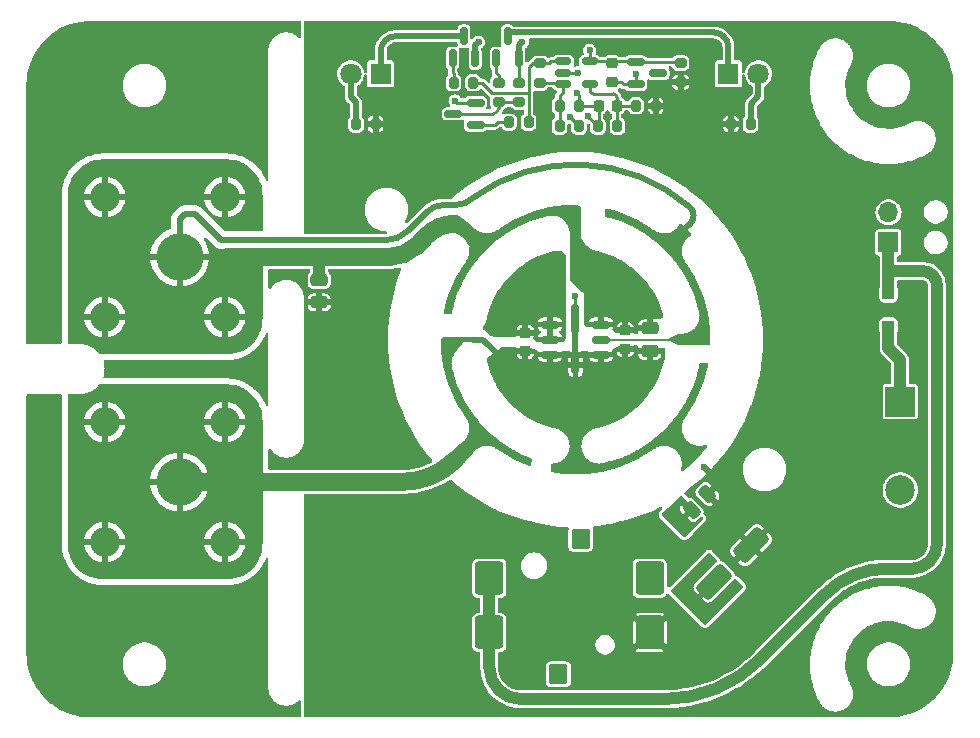
<source format=gbr>
%TF.GenerationSoftware,KiCad,Pcbnew,8.0.4*%
%TF.CreationDate,2025-01-19T15:52:31+01:00*%
%TF.ProjectId,PortableVoltageStandard,506f7274-6162-46c6-9556-6f6c74616765,1.0*%
%TF.SameCoordinates,Original*%
%TF.FileFunction,Copper,L1,Top*%
%TF.FilePolarity,Positive*%
%FSLAX46Y46*%
G04 Gerber Fmt 4.6, Leading zero omitted, Abs format (unit mm)*
G04 Created by KiCad (PCBNEW 8.0.4) date 2025-01-19 15:52:31*
%MOMM*%
%LPD*%
G01*
G04 APERTURE LIST*
G04 Aperture macros list*
%AMRoundRect*
0 Rectangle with rounded corners*
0 $1 Rounding radius*
0 $2 $3 $4 $5 $6 $7 $8 $9 X,Y pos of 4 corners*
0 Add a 4 corners polygon primitive as box body*
4,1,4,$2,$3,$4,$5,$6,$7,$8,$9,$2,$3,0*
0 Add four circle primitives for the rounded corners*
1,1,$1+$1,$2,$3*
1,1,$1+$1,$4,$5*
1,1,$1+$1,$6,$7*
1,1,$1+$1,$8,$9*
0 Add four rect primitives between the rounded corners*
20,1,$1+$1,$2,$3,$4,$5,0*
20,1,$1+$1,$4,$5,$6,$7,0*
20,1,$1+$1,$6,$7,$8,$9,0*
20,1,$1+$1,$8,$9,$2,$3,0*%
G04 Aperture macros list end*
%TA.AperFunction,Conductor*%
%ADD10C,0.500000*%
%TD*%
%TA.AperFunction,EtchedComponent*%
%ADD11C,0.000000*%
%TD*%
%TA.AperFunction,SMDPad,CuDef*%
%ADD12RoundRect,0.175000X0.575000X-0.175000X0.575000X0.175000X-0.575000X0.175000X-0.575000X-0.175000X0*%
%TD*%
%TA.AperFunction,SMDPad,CuDef*%
%ADD13RoundRect,0.175000X0.175000X-0.575000X0.175000X0.575000X-0.175000X0.575000X-0.175000X-0.575000X0*%
%TD*%
%TA.AperFunction,SMDPad,CuDef*%
%ADD14RoundRect,0.175000X-0.575000X-0.175000X0.575000X-0.175000X0.575000X0.175000X-0.575000X0.175000X0*%
%TD*%
%TA.AperFunction,SMDPad,CuDef*%
%ADD15RoundRect,0.175000X0.175000X-1.075000X0.175000X1.075000X-0.175000X1.075000X-0.175000X-1.075000X0*%
%TD*%
%TA.AperFunction,SMDPad,CuDef*%
%ADD16RoundRect,0.250000X-0.475000X0.250000X-0.475000X-0.250000X0.475000X-0.250000X0.475000X0.250000X0*%
%TD*%
%TA.AperFunction,ComponentPad*%
%ADD17R,2.500000X2.500000*%
%TD*%
%TA.AperFunction,ComponentPad*%
%ADD18C,2.500000*%
%TD*%
%TA.AperFunction,SMDPad,CuDef*%
%ADD19RoundRect,0.225000X0.225000X0.250000X-0.225000X0.250000X-0.225000X-0.250000X0.225000X-0.250000X0*%
%TD*%
%TA.AperFunction,ComponentPad*%
%ADD20C,4.000000*%
%TD*%
%TA.AperFunction,SMDPad,CuDef*%
%ADD21RoundRect,0.150000X0.587500X0.150000X-0.587500X0.150000X-0.587500X-0.150000X0.587500X-0.150000X0*%
%TD*%
%TA.AperFunction,ComponentPad*%
%ADD22R,1.800000X1.800000*%
%TD*%
%TA.AperFunction,ComponentPad*%
%ADD23C,1.800000*%
%TD*%
%TA.AperFunction,SMDPad,CuDef*%
%ADD24RoundRect,0.150000X-0.587500X-0.150000X0.587500X-0.150000X0.587500X0.150000X-0.587500X0.150000X0*%
%TD*%
%TA.AperFunction,SMDPad,CuDef*%
%ADD25RoundRect,0.200000X-0.200000X-0.275000X0.200000X-0.275000X0.200000X0.275000X-0.200000X0.275000X0*%
%TD*%
%TA.AperFunction,SMDPad,CuDef*%
%ADD26RoundRect,0.250000X0.494975X1.272792X-1.272792X-0.494975X-0.494975X-1.272792X1.272792X0.494975X0*%
%TD*%
%TA.AperFunction,SMDPad,CuDef*%
%ADD27RoundRect,0.150000X-0.512500X-0.150000X0.512500X-0.150000X0.512500X0.150000X-0.512500X0.150000X0*%
%TD*%
%TA.AperFunction,SMDPad,CuDef*%
%ADD28RoundRect,0.200000X0.275000X-0.200000X0.275000X0.200000X-0.275000X0.200000X-0.275000X-0.200000X0*%
%TD*%
%TA.AperFunction,SMDPad,CuDef*%
%ADD29RoundRect,0.225000X-0.250000X0.225000X-0.250000X-0.225000X0.250000X-0.225000X0.250000X0.225000X0*%
%TD*%
%TA.AperFunction,SMDPad,CuDef*%
%ADD30RoundRect,0.200000X0.200000X0.275000X-0.200000X0.275000X-0.200000X-0.275000X0.200000X-0.275000X0*%
%TD*%
%TA.AperFunction,SMDPad,CuDef*%
%ADD31RoundRect,0.250000X-0.300000X0.300000X-0.300000X-0.300000X0.300000X-0.300000X0.300000X0.300000X0*%
%TD*%
%TA.AperFunction,SMDPad,CuDef*%
%ADD32RoundRect,0.250000X-0.159099X0.512652X-0.512652X0.159099X0.159099X-0.512652X0.512652X-0.159099X0*%
%TD*%
%TA.AperFunction,SMDPad,CuDef*%
%ADD33RoundRect,0.200000X-0.275000X0.200000X-0.275000X-0.200000X0.275000X-0.200000X0.275000X0.200000X0*%
%TD*%
%TA.AperFunction,SMDPad,CuDef*%
%ADD34C,0.500000*%
%TD*%
%TA.AperFunction,ComponentPad*%
%ADD35R,1.700000X1.700000*%
%TD*%
%TA.AperFunction,ComponentPad*%
%ADD36O,1.700000X1.700000*%
%TD*%
%TA.AperFunction,SMDPad,CuDef*%
%ADD37RoundRect,0.150000X0.150000X-0.587500X0.150000X0.587500X-0.150000X0.587500X-0.150000X-0.587500X0*%
%TD*%
%TA.AperFunction,SMDPad,CuDef*%
%ADD38RoundRect,0.240000X0.960000X-1.160000X0.960000X1.160000X-0.960000X1.160000X-0.960000X-1.160000X0*%
%TD*%
%TA.AperFunction,SMDPad,CuDef*%
%ADD39RoundRect,0.160000X0.640000X-0.690000X0.640000X0.690000X-0.640000X0.690000X-0.640000X-0.690000X0*%
%TD*%
%TA.AperFunction,ViaPad*%
%ADD40C,0.600000*%
%TD*%
%TA.AperFunction,Conductor*%
%ADD41C,1.000000*%
%TD*%
%TA.AperFunction,Conductor*%
%ADD42C,0.250000*%
%TD*%
%TA.AperFunction,Conductor*%
%ADD43C,1.500000*%
%TD*%
%TA.AperFunction,Conductor*%
%ADD44C,0.200000*%
%TD*%
G04 APERTURE END LIST*
D10*
%TO.N,Net-(U1-OUTS)*%
X147773265Y-74026108D02*
G75*
G02*
X166200000Y-74800000I8726735J-11973892D01*
G01*
D11*
%TA.AperFunction,EtchedComponent*%
%TD*%
%TO.C,NT1*%
G36*
X147800000Y-86250000D02*
G01*
X146800000Y-86250000D01*
X146800000Y-85750000D01*
X147800000Y-85750000D01*
X147800000Y-86250000D01*
G37*
%TD.AperFunction*%
%TA.AperFunction,EtchedComponent*%
%TO.C,NT2*%
G36*
X123250000Y-77300000D02*
G01*
X122750000Y-77300000D01*
X122750000Y-76300000D01*
X123250000Y-76300000D01*
X123250000Y-77300000D01*
G37*
%TD.AperFunction*%
%TD*%
D12*
%TO.P,U1,1,EN*%
%TO.N,VCC*%
X154350000Y-84730000D03*
%TO.P,U1,2,VIN*%
X154350000Y-86000000D03*
%TO.P,U1,3,GND*%
%TO.N,GND*%
X154350000Y-87270000D03*
D13*
%TO.P,U1,4,GND*%
X156500000Y-88150000D03*
D14*
%TO.P,U1,5,GND*%
X158650000Y-87270000D03*
%TO.P,U1,6,OUTS*%
%TO.N,Net-(U1-OUTS)*%
X158650000Y-86000000D03*
%TO.P,U1,7,OUTF*%
%TO.N,Net-(J1-Pin_1)*%
X158650000Y-84730000D03*
D15*
%TO.P,U1,8,GND*%
%TO.N,GND*%
X156500000Y-84250000D03*
%TD*%
D16*
%TO.P,C3,1*%
%TO.N,Net-(J1-Pin_1)*%
X162800000Y-85050000D03*
%TO.P,C3,2*%
%TO.N,GND*%
X162800000Y-86950000D03*
%TD*%
D17*
%TO.P,J4,1,Pin_1*%
%TO.N,Net-(D1-A)*%
X184000000Y-91250000D03*
D18*
%TO.P,J4,2,Pin_2*%
%TO.N,GND*%
X184000000Y-98750000D03*
%TD*%
D19*
%TO.P,C5,1*%
%TO.N,Net-(U2--)*%
X160000000Y-66200000D03*
%TO.P,C5,2*%
%TO.N,GND*%
X158450000Y-66200000D03*
%TD*%
D18*
%TO.P,J1,1,Pin_1*%
%TO.N,Net-(J1-Pin_1)*%
X116640000Y-73920000D03*
X116640000Y-84080000D03*
D20*
X123000000Y-79000000D03*
D18*
X126800000Y-73920000D03*
X126800000Y-84080000D03*
%TD*%
D21*
%TO.P,Q3,1,G*%
%TO.N,Net-(Q3-G)*%
X148037500Y-67850000D03*
%TO.P,Q3,2,S*%
%TO.N,/vref*%
X148037500Y-65950000D03*
%TO.P,Q3,3,D*%
%TO.N,Net-(Q3-D)*%
X146162500Y-66900000D03*
%TD*%
D16*
%TO.P,C7,1*%
%TO.N,Net-(J1-Pin_1)*%
X134800000Y-80950000D03*
%TO.P,C7,2*%
%TO.N,GND*%
X134800000Y-82850000D03*
%TD*%
D22*
%TO.P,D2,1,K*%
%TO.N,Net-(D2-K)*%
X140000000Y-63500000D03*
D23*
%TO.P,D2,2,A*%
%TO.N,Net-(D2-A)*%
X137460000Y-63500000D03*
%TD*%
D18*
%TO.P,J3,1,Pin_1*%
%TO.N,Net-(J3-Pin_1)*%
X116640000Y-92970000D03*
X116640000Y-103130000D03*
D20*
X123000000Y-98050000D03*
D18*
X126800000Y-92970000D03*
X126800000Y-103130000D03*
%TD*%
D24*
%TO.P,U3,1,K*%
%TO.N,/vref*%
X161600000Y-62500000D03*
%TO.P,U3,2,A*%
%TO.N,GND*%
X161600000Y-64400000D03*
%TO.P,U3,3,NC*%
%TO.N,unconnected-(U3-NC-Pad3)*%
X163475000Y-63450000D03*
%TD*%
D25*
%TO.P,R5,1*%
%TO.N,Net-(U2-+)*%
X155150000Y-66200000D03*
%TO.P,R5,2*%
%TO.N,GND*%
X156800000Y-66200000D03*
%TD*%
%TO.P,R9,1*%
%TO.N,VCC*%
X169675000Y-67750000D03*
%TO.P,R9,2*%
%TO.N,Net-(D3-A)*%
X171325000Y-67750000D03*
%TD*%
D26*
%TO.P,C4,1*%
%TO.N,VCC*%
X171361270Y-103388730D03*
%TO.P,C4,2*%
%TO.N,GND*%
X168250000Y-106500000D03*
%TD*%
D27*
%TO.P,U2,1*%
%TO.N,Net-(R11-Pad2)*%
X155450000Y-62450000D03*
%TO.P,U2,2,V-*%
%TO.N,GND*%
X155450000Y-63400000D03*
%TO.P,U2,3,+*%
%TO.N,Net-(U2-+)*%
X155450000Y-64350000D03*
%TO.P,U2,4,-*%
%TO.N,Net-(U2--)*%
X157725000Y-64350000D03*
%TO.P,U2,5,V+*%
%TO.N,/vref*%
X157725000Y-62450000D03*
%TD*%
D28*
%TO.P,R10,1*%
%TO.N,Net-(Q3-D)*%
X151750000Y-65900000D03*
%TO.P,R10,2*%
%TO.N,GND*%
X151750000Y-64250000D03*
%TD*%
D29*
%TO.P,C6,1*%
%TO.N,/vref*%
X159600000Y-62625000D03*
%TO.P,C6,2*%
%TO.N,GND*%
X159600000Y-64175000D03*
%TD*%
D30*
%TO.P,R2,1*%
%TO.N,VCC*%
X163300000Y-66200000D03*
%TO.P,R2,2*%
%TO.N,Net-(U2--)*%
X161650000Y-66200000D03*
%TD*%
D31*
%TO.P,D1,1,K*%
%TO.N,Net-(BT1-+)*%
X183000000Y-82100000D03*
%TO.P,D1,2,A*%
%TO.N,Net-(D1-A)*%
X183000000Y-84900000D03*
%TD*%
D32*
%TO.P,C8,1*%
%TO.N,VCC*%
X167671751Y-99078249D03*
%TO.P,C8,2*%
%TO.N,GND*%
X166328249Y-100421751D03*
%TD*%
D33*
%TO.P,R12,1*%
%TO.N,Net-(Q1-G)*%
X150000000Y-64250000D03*
%TO.P,R12,2*%
%TO.N,Net-(Q3-D)*%
X150000000Y-65900000D03*
%TD*%
D22*
%TO.P,D3,1,K*%
%TO.N,Net-(D3-K)*%
X169450000Y-63500000D03*
D23*
%TO.P,D3,2,A*%
%TO.N,Net-(D3-A)*%
X171990000Y-63500000D03*
%TD*%
D34*
%TO.P,NT1,1,1*%
%TO.N,Net-(J3-Pin_1)*%
X146800000Y-86000000D03*
%TO.P,NT1,2,2*%
%TO.N,GND*%
X147800000Y-86000000D03*
%TD*%
D28*
%TO.P,R1,1*%
%TO.N,VCC*%
X165400000Y-64225000D03*
%TO.P,R1,2*%
%TO.N,/vref*%
X165400000Y-62575000D03*
%TD*%
D29*
%TO.P,C1,1*%
%TO.N,VCC*%
X152250000Y-85425000D03*
%TO.P,C1,2*%
%TO.N,GND*%
X152250000Y-86975000D03*
%TD*%
D35*
%TO.P,BT1,1,+*%
%TO.N,Net-(BT1-+)*%
X183000000Y-77775000D03*
D36*
%TO.P,BT1,2,-*%
%TO.N,GND*%
X183000000Y-75235000D03*
%TD*%
D25*
%TO.P,R7,1*%
%TO.N,Net-(Q2-G)*%
X146175000Y-64250000D03*
%TO.P,R7,2*%
%TO.N,Net-(R11-Pad2)*%
X147825000Y-64250000D03*
%TD*%
%TO.P,R6,1*%
%TO.N,Net-(U2-+)*%
X155150000Y-67950000D03*
%TO.P,R6,2*%
%TO.N,/vref*%
X156800000Y-67950000D03*
%TD*%
D29*
%TO.P,C2,1*%
%TO.N,Net-(J1-Pin_1)*%
X160700000Y-85225000D03*
%TO.P,C2,2*%
%TO.N,GND*%
X160700000Y-86775000D03*
%TD*%
D37*
%TO.P,Q1,1,G*%
%TO.N,Net-(Q1-G)*%
X149800000Y-62187500D03*
%TO.P,Q1,2,S*%
%TO.N,GND*%
X151700000Y-62187500D03*
%TO.P,Q1,3,D*%
%TO.N,Net-(D3-K)*%
X150750000Y-60312500D03*
%TD*%
D33*
%TO.P,R4,1*%
%TO.N,Net-(R11-Pad2)*%
X153475000Y-62625000D03*
%TO.P,R4,2*%
%TO.N,Net-(U2-+)*%
X153475000Y-64275000D03*
%TD*%
D37*
%TO.P,Q2,1,G*%
%TO.N,Net-(Q2-G)*%
X146100000Y-62187500D03*
%TO.P,Q2,2,S*%
%TO.N,GND*%
X148000000Y-62187500D03*
%TO.P,Q2,3,D*%
%TO.N,Net-(D2-K)*%
X147050000Y-60312500D03*
%TD*%
D34*
%TO.P,NT2,1,1*%
%TO.N,Net-(U1-OUTS)*%
X123000000Y-76300000D03*
%TO.P,NT2,2,2*%
%TO.N,Net-(J1-Pin_1)*%
X123000000Y-77300000D03*
%TD*%
D38*
%TO.P,SW1,1,A*%
%TO.N,unconnected-(SW1-A-Pad1)*%
X162800000Y-106200000D03*
%TO.P,SW1,2,B*%
%TO.N,Net-(BT1-+)*%
X149200000Y-106200000D03*
X149200000Y-110800000D03*
%TO.P,SW1,3,C*%
%TO.N,VCC*%
X162800000Y-110800000D03*
D39*
%TO.P,SW1,M*%
%TO.N,N/C*%
X155050000Y-114350000D03*
X156950000Y-102850000D03*
%TD*%
D30*
%TO.P,R3,1*%
%TO.N,Net-(U2--)*%
X160050000Y-67950000D03*
%TO.P,R3,2*%
%TO.N,GND*%
X158400000Y-67950000D03*
%TD*%
%TO.P,R8,1*%
%TO.N,VCC*%
X139575000Y-67750000D03*
%TO.P,R8,2*%
%TO.N,Net-(D2-A)*%
X137925000Y-67750000D03*
%TD*%
D25*
%TO.P,R11,1*%
%TO.N,Net-(Q3-G)*%
X150875000Y-67600000D03*
%TO.P,R11,2*%
%TO.N,Net-(R11-Pad2)*%
X152525000Y-67600000D03*
%TD*%
D40*
%TO.N,GND*%
X159850000Y-90700000D03*
X111500000Y-83500000D03*
X156600000Y-65100000D03*
X152300000Y-88100000D03*
X134300000Y-84200000D03*
X155700000Y-96800000D03*
X160700000Y-88000000D03*
X111200000Y-94500000D03*
X138500000Y-87750000D03*
X156700000Y-63400000D03*
X165020101Y-101022792D03*
X164850000Y-93700000D03*
X153400000Y-91050000D03*
X126400000Y-113500000D03*
X111300000Y-74300000D03*
X167189340Y-108974874D03*
X134000000Y-96000000D03*
X167050000Y-95350000D03*
X156500000Y-89600000D03*
X166446878Y-108232411D03*
X113700000Y-113500000D03*
X165762563Y-101765254D03*
X135350000Y-84200000D03*
X111400000Y-102500000D03*
X148300000Y-60800000D03*
X152000000Y-60800000D03*
X165669060Y-107454594D03*
X163200000Y-88200000D03*
X165900000Y-96500000D03*
X161600000Y-63500000D03*
X157600000Y-67100000D03*
X118100000Y-88600000D03*
X126700000Y-64500000D03*
X156500000Y-82300000D03*
X128800000Y-88600000D03*
X157450000Y-93100000D03*
X113600000Y-64900000D03*
X162300000Y-88200000D03*
%TO.N,VCC*%
X167400000Y-96800000D03*
X149200000Y-84791699D03*
X149700000Y-84100000D03*
%TO.N,/vref*%
X157700000Y-61500000D03*
X156000000Y-67200000D03*
X146300000Y-65800000D03*
%TD*%
D41*
%TO.N,Net-(BT1-+)*%
X183000000Y-80200000D02*
X185900000Y-80200000D01*
X183000000Y-82100000D02*
X183000000Y-80200000D01*
X185000000Y-105400000D02*
X182840559Y-105400000D01*
X149200000Y-106200000D02*
X149200000Y-110800000D01*
X183000000Y-79700000D02*
X183000000Y-77775000D01*
X163941674Y-116450000D02*
X151900000Y-116450000D01*
X177650000Y-107550000D02*
X172150000Y-113050000D01*
X183000000Y-80200000D02*
X183000000Y-79700000D01*
X149200000Y-113750000D02*
X149200000Y-110800000D01*
X187100000Y-81400000D02*
X187100000Y-103300000D01*
X182840559Y-105400000D02*
G75*
G03*
X177650012Y-107550012I41J-7340600D01*
G01*
X151900000Y-116450000D02*
G75*
G02*
X149200000Y-113750000I0J2700000D01*
G01*
X187100000Y-103300000D02*
G75*
G02*
X185000000Y-105400000I-2100000J0D01*
G01*
X185900000Y-80200000D02*
G75*
G02*
X187100000Y-81400000I0J-1200000D01*
G01*
X172150000Y-113050000D02*
G75*
G02*
X163941674Y-116449989I-8208300J8208300D01*
G01*
D42*
%TO.N,GND*%
X156500000Y-88150000D02*
X156500000Y-89600000D01*
X160375000Y-64175000D02*
X159600000Y-64175000D01*
X156800000Y-65300000D02*
X156600000Y-65100000D01*
D10*
X156500000Y-84250000D02*
X156500000Y-88150000D01*
D42*
X158450000Y-66200000D02*
X156800000Y-66200000D01*
X151750000Y-64250000D02*
X151750000Y-62237500D01*
D10*
X151700000Y-61100000D02*
X152000000Y-60800000D01*
X151700000Y-62187500D02*
X151700000Y-61100000D01*
D42*
X157600000Y-67150000D02*
X158400000Y-67950000D01*
X156800000Y-66200000D02*
X156800000Y-65300000D01*
X158450000Y-66200000D02*
X158450000Y-67900000D01*
X161600000Y-64400000D02*
X160600000Y-64400000D01*
X158450000Y-67900000D02*
X158400000Y-67950000D01*
D10*
X147800000Y-86000000D02*
X148700000Y-86000000D01*
D42*
X158400000Y-67950000D02*
X158400000Y-67900000D01*
D10*
X148700000Y-86000000D02*
X150450000Y-87750000D01*
X158650000Y-87270000D02*
X154350000Y-87270000D01*
D42*
X156500000Y-84250000D02*
X156500000Y-82300000D01*
X155450000Y-63400000D02*
X156700000Y-63400000D01*
X151750000Y-62237500D02*
X151700000Y-62187500D01*
X161600000Y-64400000D02*
X161600000Y-63500000D01*
X157600000Y-67100000D02*
X157600000Y-67150000D01*
D10*
X148000000Y-61100000D02*
X148300000Y-60800000D01*
X148000000Y-62187500D02*
X148000000Y-61100000D01*
D42*
X160600000Y-64400000D02*
X160375000Y-64175000D01*
D10*
%TO.N,VCC*%
X167400000Y-96800000D02*
X168350000Y-97750000D01*
D43*
%TO.N,Net-(J1-Pin_1)*%
X140770807Y-79000000D02*
X134800000Y-79000000D01*
D41*
X134800000Y-80950000D02*
X134800000Y-79000000D01*
D43*
X134800000Y-79000000D02*
X127100000Y-79000000D01*
X143039882Y-78060118D02*
X143910050Y-77189950D01*
X143910050Y-77189950D02*
G75*
G02*
X146300000Y-76200000I2389950J-2389950D01*
G01*
X143039882Y-78060118D02*
G75*
G02*
X140770807Y-78999992I-2269082J2269118D01*
G01*
D42*
%TO.N,Net-(U2--)*%
X157725000Y-64350000D02*
X157725000Y-64925000D01*
X158000000Y-65200000D02*
X159700000Y-65200000D01*
X160000000Y-66200000D02*
X161650000Y-66200000D01*
X160000000Y-66200000D02*
X160000000Y-67900000D01*
X160000000Y-67900000D02*
X160050000Y-67950000D01*
X160000000Y-65500000D02*
X160000000Y-66200000D01*
X159700000Y-65200000D02*
G75*
G02*
X160000000Y-65500000I0J-300000D01*
G01*
X157725000Y-64925000D02*
G75*
G03*
X158000000Y-65200000I275000J0D01*
G01*
%TO.N,/vref*%
X157725000Y-62450000D02*
X157725000Y-61525000D01*
X156050000Y-67200000D02*
X156800000Y-67950000D01*
X165325000Y-62500000D02*
X161600000Y-62500000D01*
X161550000Y-62450000D02*
X161600000Y-62500000D01*
X148037500Y-65950000D02*
X146450000Y-65950000D01*
X165400000Y-62575000D02*
X165325000Y-62500000D01*
X157725000Y-61525000D02*
X157700000Y-61500000D01*
X146450000Y-65950000D02*
X146300000Y-65800000D01*
X157725000Y-62450000D02*
X161550000Y-62450000D01*
X156000000Y-67200000D02*
X156050000Y-67200000D01*
D41*
%TO.N,Net-(D1-A)*%
X183000000Y-86750000D02*
X183000000Y-84900000D01*
X184000000Y-87750000D02*
X183000000Y-86750000D01*
X184000000Y-91250000D02*
X184000000Y-87750000D01*
D10*
%TO.N,Net-(D2-A)*%
X137925000Y-65925000D02*
X137925000Y-67750000D01*
X137460000Y-63500000D02*
X137460000Y-65460000D01*
X137460000Y-65460000D02*
X137925000Y-65925000D01*
%TO.N,Net-(D2-K)*%
X140000000Y-61600000D02*
X140000000Y-63500000D01*
X147050000Y-60312500D02*
X141287500Y-60312500D01*
X141287500Y-60312500D02*
G75*
G03*
X140000000Y-61600000I0J-1287500D01*
G01*
%TO.N,Net-(D3-A)*%
X171990000Y-63500000D02*
X171990000Y-65410000D01*
X171990000Y-65410000D02*
X171325000Y-66075000D01*
X171325000Y-66075000D02*
X171325000Y-67750000D01*
%TO.N,Net-(D3-K)*%
X168200000Y-60000000D02*
X150800000Y-60000000D01*
X169450000Y-63500000D02*
X169450000Y-61250000D01*
X168200000Y-60000000D02*
G75*
G02*
X169450000Y-61250000I0J-1250000D01*
G01*
D43*
%TO.N,Net-(J3-Pin_1)*%
X123000000Y-98050000D02*
X141833705Y-98050000D01*
X141833705Y-98050000D02*
G75*
G03*
X146299999Y-96199999I-5J6316300D01*
G01*
D42*
%TO.N,Net-(Q1-G)*%
X150000000Y-63600000D02*
X149800000Y-63400000D01*
X149800000Y-63400000D02*
X149800000Y-62187500D01*
X150000000Y-64250000D02*
X150000000Y-63600000D01*
%TO.N,Net-(Q2-G)*%
X146175000Y-63475000D02*
X146100000Y-63400000D01*
X146100000Y-63400000D02*
X146100000Y-62187500D01*
X146175000Y-64250000D02*
X146175000Y-63475000D01*
%TO.N,Net-(Q3-D)*%
X149500000Y-66900000D02*
X146162500Y-66900000D01*
X151750000Y-65900000D02*
X150000000Y-65900000D01*
X150000000Y-65900000D02*
X150000000Y-66400000D01*
X150000000Y-66400000D02*
G75*
G02*
X149500000Y-66900000I-500000J0D01*
G01*
%TO.N,Net-(Q3-G)*%
X149900000Y-67600000D02*
X150875000Y-67600000D01*
X148037500Y-67850000D02*
X149650000Y-67850000D01*
X149650000Y-67850000D02*
X149900000Y-67600000D01*
%TO.N,Net-(R11-Pad2)*%
X152550000Y-65100000D02*
X152550000Y-67575000D01*
X154275000Y-62625000D02*
X154450000Y-62450000D01*
X152550000Y-62950000D02*
X152875000Y-62625000D01*
X152550000Y-65100000D02*
X149400000Y-65100000D01*
X152875000Y-62625000D02*
X153475000Y-62625000D01*
X152550000Y-65100000D02*
X152550000Y-62950000D01*
X153475000Y-62625000D02*
X154275000Y-62625000D01*
X149400000Y-65100000D02*
X148550000Y-64250000D01*
X148550000Y-64250000D02*
X147825000Y-64250000D01*
X154450000Y-62450000D02*
X155450000Y-62450000D01*
X152550000Y-67575000D02*
X152525000Y-67600000D01*
%TO.N,Net-(U2-+)*%
X155450000Y-64350000D02*
X155450000Y-65050000D01*
X155150000Y-65350000D02*
X155150000Y-66200000D01*
X155150000Y-66200000D02*
X155150000Y-67950000D01*
X155450000Y-65050000D02*
X155150000Y-65350000D01*
X153475000Y-64275000D02*
X155375000Y-64275000D01*
X155375000Y-64275000D02*
X155450000Y-64350000D01*
D10*
%TO.N,Net-(U1-OUTS)*%
X124300000Y-75400000D02*
X123400000Y-75400000D01*
D44*
X158650000Y-86000000D02*
X163200000Y-86000000D01*
D10*
X126500000Y-77600000D02*
X124300000Y-75400000D01*
X143900000Y-75200000D02*
X142277818Y-76822182D01*
X166200000Y-76200000D02*
X165470711Y-76929289D01*
X123400000Y-75400000D02*
X123000000Y-75800000D01*
X123000000Y-75800000D02*
X123000000Y-76300000D01*
X166217157Y-76182842D02*
X166200000Y-76200000D01*
X146387768Y-74600000D02*
X145348528Y-74600000D01*
X140400000Y-77600000D02*
X126500000Y-77600000D01*
D44*
X163200000Y-86000000D02*
X165600000Y-86000000D01*
D10*
X147773265Y-74026108D02*
G75*
G02*
X146387768Y-74599974I-1385465J1385508D01*
G01*
X166500000Y-75500000D02*
G75*
G02*
X166217161Y-76182846I-965700J0D01*
G01*
X165470711Y-76929289D02*
G75*
G03*
X165399994Y-77100000I170689J-170711D01*
G01*
X166217158Y-74817160D02*
G75*
G02*
X166499994Y-75500000I-682858J-682840D01*
G01*
X142277818Y-76822182D02*
G75*
G02*
X140400000Y-77600010I-1877818J1877782D01*
G01*
X145348528Y-74600000D02*
G75*
G03*
X143899992Y-75199992I-28J-2048500D01*
G01*
%TD*%
%TA.AperFunction,Conductor*%
%TO.N,Net-(J3-Pin_1)*%
G36*
X127003471Y-89800195D02*
G01*
X127025909Y-89801455D01*
X127328949Y-89818473D01*
X127342748Y-89820027D01*
X127660695Y-89874049D01*
X127674252Y-89877143D01*
X127984148Y-89966423D01*
X127997272Y-89971016D01*
X128295215Y-90094427D01*
X128307737Y-90100456D01*
X128590006Y-90256461D01*
X128601779Y-90263859D01*
X128864789Y-90450475D01*
X128875649Y-90459135D01*
X129062594Y-90626199D01*
X129116127Y-90674039D01*
X129125960Y-90683872D01*
X129340859Y-90924344D01*
X129349528Y-90935216D01*
X129536139Y-91198219D01*
X129543538Y-91209993D01*
X129699539Y-91492255D01*
X129705572Y-91504784D01*
X129828983Y-91802727D01*
X129833576Y-91815851D01*
X129922856Y-92125747D01*
X129925950Y-92139304D01*
X129979970Y-92457240D01*
X129981527Y-92471058D01*
X129999805Y-92796527D01*
X130000000Y-92803480D01*
X130000000Y-103296519D01*
X129999805Y-103303472D01*
X129981527Y-103628941D01*
X129979970Y-103642759D01*
X129925950Y-103960695D01*
X129922856Y-103974252D01*
X129833576Y-104284148D01*
X129828983Y-104297272D01*
X129705572Y-104595215D01*
X129699539Y-104607744D01*
X129543538Y-104890006D01*
X129536139Y-104901780D01*
X129349528Y-105164783D01*
X129340859Y-105175655D01*
X129125960Y-105416127D01*
X129116127Y-105425960D01*
X128875655Y-105640859D01*
X128864783Y-105649528D01*
X128601780Y-105836139D01*
X128590006Y-105843538D01*
X128307744Y-105999539D01*
X128295215Y-106005572D01*
X127997272Y-106128983D01*
X127984148Y-106133576D01*
X127674252Y-106222856D01*
X127660695Y-106225950D01*
X127342759Y-106279970D01*
X127328941Y-106281527D01*
X127003472Y-106299805D01*
X126996519Y-106300000D01*
X116503481Y-106300000D01*
X116496528Y-106299805D01*
X116171058Y-106281527D01*
X116157240Y-106279970D01*
X115839304Y-106225950D01*
X115825747Y-106222856D01*
X115515851Y-106133576D01*
X115502727Y-106128983D01*
X115204784Y-106005572D01*
X115192255Y-105999539D01*
X114909993Y-105843538D01*
X114898219Y-105836139D01*
X114635216Y-105649528D01*
X114624344Y-105640859D01*
X114383872Y-105425960D01*
X114374039Y-105416127D01*
X114159140Y-105175655D01*
X114150475Y-105164789D01*
X113963859Y-104901779D01*
X113956461Y-104890006D01*
X113886596Y-104763595D01*
X113800456Y-104607737D01*
X113794427Y-104595215D01*
X113671016Y-104297272D01*
X113666423Y-104284148D01*
X113577143Y-103974252D01*
X113574049Y-103960695D01*
X113562280Y-103891426D01*
X113520027Y-103642748D01*
X113518473Y-103628949D01*
X113500195Y-103303471D01*
X113500000Y-103296519D01*
X113500000Y-102880000D01*
X114903828Y-102880000D01*
X115985879Y-102880000D01*
X115966901Y-102925818D01*
X115940000Y-103061056D01*
X115940000Y-103198944D01*
X115966901Y-103334182D01*
X115985879Y-103380000D01*
X114903828Y-103380000D01*
X114904694Y-103391551D01*
X114904695Y-103391558D01*
X114963058Y-103647270D01*
X115058883Y-103891426D01*
X115058882Y-103891426D01*
X115190028Y-104118573D01*
X115353562Y-104323639D01*
X115353570Y-104323648D01*
X115545830Y-104502040D01*
X115545832Y-104502041D01*
X115762546Y-104649793D01*
X115762550Y-104649795D01*
X115998854Y-104763594D01*
X115998858Y-104763595D01*
X116249494Y-104840907D01*
X116249502Y-104840909D01*
X116390000Y-104862085D01*
X116390000Y-103784120D01*
X116435818Y-103803099D01*
X116571056Y-103830000D01*
X116708944Y-103830000D01*
X116844182Y-103803099D01*
X116890000Y-103784120D01*
X116890000Y-104862084D01*
X117030497Y-104840909D01*
X117030505Y-104840907D01*
X117281143Y-104763595D01*
X117517445Y-104649798D01*
X117517454Y-104649793D01*
X117734167Y-104502041D01*
X117734169Y-104502040D01*
X117926429Y-104323648D01*
X117926437Y-104323639D01*
X118089971Y-104118573D01*
X118221116Y-103891426D01*
X118316941Y-103647270D01*
X118375304Y-103391558D01*
X118375305Y-103391551D01*
X118376172Y-103380000D01*
X117294121Y-103380000D01*
X117313099Y-103334182D01*
X117340000Y-103198944D01*
X117340000Y-103061056D01*
X117313099Y-102925818D01*
X117294121Y-102880000D01*
X118376171Y-102880000D01*
X125063828Y-102880000D01*
X126145879Y-102880000D01*
X126126901Y-102925818D01*
X126100000Y-103061056D01*
X126100000Y-103198944D01*
X126126901Y-103334182D01*
X126145879Y-103380000D01*
X125063828Y-103380000D01*
X125064694Y-103391551D01*
X125064695Y-103391558D01*
X125123058Y-103647270D01*
X125218883Y-103891426D01*
X125218882Y-103891426D01*
X125350028Y-104118573D01*
X125513562Y-104323639D01*
X125513570Y-104323648D01*
X125705830Y-104502040D01*
X125705832Y-104502041D01*
X125922546Y-104649793D01*
X125922550Y-104649795D01*
X126158854Y-104763594D01*
X126158858Y-104763595D01*
X126409494Y-104840907D01*
X126409502Y-104840909D01*
X126550000Y-104862085D01*
X126550000Y-103784120D01*
X126595818Y-103803099D01*
X126731056Y-103830000D01*
X126868944Y-103830000D01*
X127004182Y-103803099D01*
X127050000Y-103784120D01*
X127050000Y-104862084D01*
X127190497Y-104840909D01*
X127190505Y-104840907D01*
X127441143Y-104763595D01*
X127677445Y-104649798D01*
X127677454Y-104649793D01*
X127894167Y-104502041D01*
X127894169Y-104502040D01*
X128086429Y-104323648D01*
X128086437Y-104323639D01*
X128249971Y-104118573D01*
X128381116Y-103891426D01*
X128476941Y-103647270D01*
X128535304Y-103391558D01*
X128535305Y-103391551D01*
X128536172Y-103380000D01*
X127454121Y-103380000D01*
X127473099Y-103334182D01*
X127500000Y-103198944D01*
X127500000Y-103061056D01*
X127473099Y-102925818D01*
X127454121Y-102880000D01*
X128536171Y-102880000D01*
X128535305Y-102868448D01*
X128535304Y-102868441D01*
X128476941Y-102612729D01*
X128381116Y-102368573D01*
X128381117Y-102368573D01*
X128249971Y-102141426D01*
X128086437Y-101936360D01*
X128086429Y-101936351D01*
X127894169Y-101757959D01*
X127894167Y-101757958D01*
X127677454Y-101610206D01*
X127677445Y-101610201D01*
X127441142Y-101496404D01*
X127441144Y-101496404D01*
X127190512Y-101419094D01*
X127190506Y-101419093D01*
X127050000Y-101397914D01*
X127050000Y-102475879D01*
X127004182Y-102456901D01*
X126868944Y-102430000D01*
X126731056Y-102430000D01*
X126595818Y-102456901D01*
X126550000Y-102475879D01*
X126550000Y-101397914D01*
X126409493Y-101419093D01*
X126409487Y-101419094D01*
X126158858Y-101496404D01*
X126158854Y-101496405D01*
X125922550Y-101610204D01*
X125922546Y-101610206D01*
X125705832Y-101757958D01*
X125705830Y-101757959D01*
X125513570Y-101936351D01*
X125513562Y-101936360D01*
X125350028Y-102141426D01*
X125218883Y-102368573D01*
X125123058Y-102612729D01*
X125064695Y-102868441D01*
X125064694Y-102868448D01*
X125063828Y-102880000D01*
X118376171Y-102880000D01*
X118375305Y-102868448D01*
X118375304Y-102868441D01*
X118316941Y-102612729D01*
X118221116Y-102368573D01*
X118221117Y-102368573D01*
X118089971Y-102141426D01*
X117926437Y-101936360D01*
X117926429Y-101936351D01*
X117734169Y-101757959D01*
X117734167Y-101757958D01*
X117517454Y-101610206D01*
X117517445Y-101610201D01*
X117281142Y-101496404D01*
X117281144Y-101496404D01*
X117030512Y-101419094D01*
X117030506Y-101419093D01*
X116890000Y-101397914D01*
X116890000Y-102475879D01*
X116844182Y-102456901D01*
X116708944Y-102430000D01*
X116571056Y-102430000D01*
X116435818Y-102456901D01*
X116390000Y-102475879D01*
X116390000Y-101397914D01*
X116249493Y-101419093D01*
X116249487Y-101419094D01*
X115998858Y-101496404D01*
X115998854Y-101496405D01*
X115762550Y-101610204D01*
X115762546Y-101610206D01*
X115545832Y-101757958D01*
X115545830Y-101757959D01*
X115353570Y-101936351D01*
X115353562Y-101936360D01*
X115190028Y-102141426D01*
X115058883Y-102368573D01*
X114963058Y-102612729D01*
X114904695Y-102868441D01*
X114904694Y-102868448D01*
X114903828Y-102880000D01*
X113500000Y-102880000D01*
X113500000Y-97799999D01*
X120510784Y-97799999D01*
X120510785Y-97800000D01*
X121824638Y-97800000D01*
X121800000Y-97955558D01*
X121800000Y-98144442D01*
X121824638Y-98300000D01*
X120510784Y-98300000D01*
X120514807Y-98363943D01*
X120514808Y-98363947D01*
X120573756Y-98672959D01*
X120670963Y-98972132D01*
X120670965Y-98972137D01*
X120804900Y-99256761D01*
X120804903Y-99256767D01*
X120973455Y-99522364D01*
X121173976Y-99764752D01*
X121403287Y-99980090D01*
X121403297Y-99980098D01*
X121657772Y-100164985D01*
X121657790Y-100164996D01*
X121933447Y-100316540D01*
X121933455Y-100316544D01*
X122225926Y-100432340D01*
X122530620Y-100510573D01*
X122530629Y-100510575D01*
X122749999Y-100538287D01*
X122750000Y-100538286D01*
X122750000Y-99225362D01*
X122905558Y-99250000D01*
X123094442Y-99250000D01*
X123250000Y-99225362D01*
X123250000Y-100538287D01*
X123469370Y-100510575D01*
X123469379Y-100510573D01*
X123774073Y-100432340D01*
X124066544Y-100316544D01*
X124066552Y-100316540D01*
X124342209Y-100164996D01*
X124342227Y-100164985D01*
X124596702Y-99980098D01*
X124596712Y-99980090D01*
X124826023Y-99764752D01*
X125026544Y-99522364D01*
X125195096Y-99256767D01*
X125195099Y-99256761D01*
X125329034Y-98972137D01*
X125329036Y-98972132D01*
X125426243Y-98672959D01*
X125485191Y-98363947D01*
X125485192Y-98363943D01*
X125489215Y-98300000D01*
X124175362Y-98300000D01*
X124200000Y-98144442D01*
X124200000Y-97955558D01*
X124175362Y-97800000D01*
X125489215Y-97800000D01*
X125489215Y-97799999D01*
X125485192Y-97736056D01*
X125485191Y-97736052D01*
X125426243Y-97427040D01*
X125329036Y-97127867D01*
X125329034Y-97127862D01*
X125195099Y-96843238D01*
X125195096Y-96843232D01*
X125026544Y-96577635D01*
X124826023Y-96335247D01*
X124596712Y-96119909D01*
X124596702Y-96119901D01*
X124342227Y-95935014D01*
X124342209Y-95935003D01*
X124066552Y-95783459D01*
X124066544Y-95783455D01*
X123774073Y-95667659D01*
X123469379Y-95589426D01*
X123469370Y-95589424D01*
X123250000Y-95561711D01*
X123250000Y-96874637D01*
X123094442Y-96850000D01*
X122905558Y-96850000D01*
X122750000Y-96874637D01*
X122750000Y-95561712D01*
X122749999Y-95561711D01*
X122530629Y-95589424D01*
X122530620Y-95589426D01*
X122225926Y-95667659D01*
X121933455Y-95783455D01*
X121933447Y-95783459D01*
X121657790Y-95935003D01*
X121657772Y-95935014D01*
X121403297Y-96119901D01*
X121403287Y-96119909D01*
X121173976Y-96335247D01*
X120973455Y-96577635D01*
X120804903Y-96843232D01*
X120804900Y-96843238D01*
X120670965Y-97127862D01*
X120670963Y-97127867D01*
X120573756Y-97427040D01*
X120514808Y-97736052D01*
X120514807Y-97736056D01*
X120510784Y-97799999D01*
X113500000Y-97799999D01*
X113500000Y-92720000D01*
X114903828Y-92720000D01*
X115985879Y-92720000D01*
X115966901Y-92765818D01*
X115940000Y-92901056D01*
X115940000Y-93038944D01*
X115966901Y-93174182D01*
X115985879Y-93220000D01*
X114903828Y-93220000D01*
X114904694Y-93231551D01*
X114904695Y-93231558D01*
X114963058Y-93487270D01*
X115058883Y-93731426D01*
X115058882Y-93731426D01*
X115190028Y-93958573D01*
X115353562Y-94163639D01*
X115353570Y-94163648D01*
X115545830Y-94342040D01*
X115545832Y-94342041D01*
X115762546Y-94489793D01*
X115762550Y-94489795D01*
X115998854Y-94603594D01*
X115998858Y-94603595D01*
X116249494Y-94680907D01*
X116249502Y-94680909D01*
X116390000Y-94702085D01*
X116390000Y-93624120D01*
X116435818Y-93643099D01*
X116571056Y-93670000D01*
X116708944Y-93670000D01*
X116844182Y-93643099D01*
X116890000Y-93624120D01*
X116890000Y-94702084D01*
X117030497Y-94680909D01*
X117030505Y-94680907D01*
X117281143Y-94603595D01*
X117517445Y-94489798D01*
X117517454Y-94489793D01*
X117734167Y-94342041D01*
X117734169Y-94342040D01*
X117926429Y-94163648D01*
X117926437Y-94163639D01*
X118089971Y-93958573D01*
X118221116Y-93731426D01*
X118316941Y-93487270D01*
X118375304Y-93231558D01*
X118375305Y-93231551D01*
X118376172Y-93220000D01*
X117294121Y-93220000D01*
X117313099Y-93174182D01*
X117340000Y-93038944D01*
X117340000Y-92901056D01*
X117313099Y-92765818D01*
X117294121Y-92720000D01*
X118376171Y-92720000D01*
X125063828Y-92720000D01*
X126145879Y-92720000D01*
X126126901Y-92765818D01*
X126100000Y-92901056D01*
X126100000Y-93038944D01*
X126126901Y-93174182D01*
X126145879Y-93220000D01*
X125063828Y-93220000D01*
X125064694Y-93231551D01*
X125064695Y-93231558D01*
X125123058Y-93487270D01*
X125218883Y-93731426D01*
X125218882Y-93731426D01*
X125350028Y-93958573D01*
X125513562Y-94163639D01*
X125513570Y-94163648D01*
X125705830Y-94342040D01*
X125705832Y-94342041D01*
X125922546Y-94489793D01*
X125922550Y-94489795D01*
X126158854Y-94603594D01*
X126158858Y-94603595D01*
X126409494Y-94680907D01*
X126409502Y-94680909D01*
X126550000Y-94702085D01*
X126550000Y-93624120D01*
X126595818Y-93643099D01*
X126731056Y-93670000D01*
X126868944Y-93670000D01*
X127004182Y-93643099D01*
X127050000Y-93624120D01*
X127050000Y-94702084D01*
X127190497Y-94680909D01*
X127190505Y-94680907D01*
X127441143Y-94603595D01*
X127677445Y-94489798D01*
X127677454Y-94489793D01*
X127894167Y-94342041D01*
X127894169Y-94342040D01*
X128086429Y-94163648D01*
X128086437Y-94163639D01*
X128249971Y-93958573D01*
X128381116Y-93731426D01*
X128476941Y-93487270D01*
X128535304Y-93231558D01*
X128535305Y-93231551D01*
X128536172Y-93220000D01*
X127454121Y-93220000D01*
X127473099Y-93174182D01*
X127500000Y-93038944D01*
X127500000Y-92901056D01*
X127473099Y-92765818D01*
X127454121Y-92720000D01*
X128536171Y-92720000D01*
X128535305Y-92708448D01*
X128535304Y-92708441D01*
X128476941Y-92452729D01*
X128381116Y-92208573D01*
X128381117Y-92208573D01*
X128249971Y-91981426D01*
X128086437Y-91776360D01*
X128086429Y-91776351D01*
X127894169Y-91597959D01*
X127894167Y-91597958D01*
X127677454Y-91450206D01*
X127677445Y-91450201D01*
X127441142Y-91336404D01*
X127441144Y-91336404D01*
X127190512Y-91259094D01*
X127190506Y-91259093D01*
X127050000Y-91237914D01*
X127050000Y-92315879D01*
X127004182Y-92296901D01*
X126868944Y-92270000D01*
X126731056Y-92270000D01*
X126595818Y-92296901D01*
X126550000Y-92315879D01*
X126550000Y-91237914D01*
X126409493Y-91259093D01*
X126409487Y-91259094D01*
X126158858Y-91336404D01*
X126158854Y-91336405D01*
X125922550Y-91450204D01*
X125922546Y-91450206D01*
X125705832Y-91597958D01*
X125705830Y-91597959D01*
X125513570Y-91776351D01*
X125513562Y-91776360D01*
X125350028Y-91981426D01*
X125218883Y-92208573D01*
X125123058Y-92452729D01*
X125064695Y-92708441D01*
X125064694Y-92708448D01*
X125063828Y-92720000D01*
X118376171Y-92720000D01*
X118375305Y-92708448D01*
X118375304Y-92708441D01*
X118316941Y-92452729D01*
X118221116Y-92208573D01*
X118221117Y-92208573D01*
X118089971Y-91981426D01*
X117926437Y-91776360D01*
X117926429Y-91776351D01*
X117734169Y-91597959D01*
X117734167Y-91597958D01*
X117517454Y-91450206D01*
X117517445Y-91450201D01*
X117281142Y-91336404D01*
X117281144Y-91336404D01*
X117030512Y-91259094D01*
X117030506Y-91259093D01*
X116890000Y-91237914D01*
X116890000Y-92315879D01*
X116844182Y-92296901D01*
X116708944Y-92270000D01*
X116571056Y-92270000D01*
X116435818Y-92296901D01*
X116390000Y-92315879D01*
X116390000Y-91237914D01*
X116249493Y-91259093D01*
X116249487Y-91259094D01*
X115998858Y-91336404D01*
X115998854Y-91336405D01*
X115762550Y-91450204D01*
X115762546Y-91450206D01*
X115545832Y-91597958D01*
X115545830Y-91597959D01*
X115353570Y-91776351D01*
X115353562Y-91776360D01*
X115190028Y-91981426D01*
X115058883Y-92208573D01*
X114963058Y-92452729D01*
X114904695Y-92708441D01*
X114904694Y-92708448D01*
X114903828Y-92720000D01*
X113500000Y-92720000D01*
X113500000Y-90749500D01*
X113519685Y-90682461D01*
X113572489Y-90636706D01*
X113624000Y-90625500D01*
X114426071Y-90625500D01*
X114439230Y-90626200D01*
X114446408Y-90626965D01*
X114446414Y-90626967D01*
X114477656Y-90626199D01*
X114490837Y-90626578D01*
X114498002Y-90627166D01*
X114498005Y-90627165D01*
X114498006Y-90627166D01*
X114528882Y-90625648D01*
X114534967Y-90625500D01*
X114565885Y-90625500D01*
X114565892Y-90625500D01*
X114565898Y-90625498D01*
X114573027Y-90624559D01*
X114586174Y-90623535D01*
X114593287Y-90623360D01*
X114613531Y-90624520D01*
X114615991Y-90624865D01*
X114658567Y-90619613D01*
X114667652Y-90618830D01*
X114710496Y-90616726D01*
X114717035Y-90614624D01*
X114763085Y-90608944D01*
X114769948Y-90609394D01*
X114812025Y-90601023D01*
X114821011Y-90599577D01*
X114863595Y-90594326D01*
X114870055Y-90591711D01*
X114892354Y-90585046D01*
X114942985Y-90574975D01*
X114963100Y-90572661D01*
X114977786Y-90572181D01*
X115011481Y-90561958D01*
X115023280Y-90559003D01*
X115057820Y-90552134D01*
X115070995Y-90545636D01*
X115089835Y-90538191D01*
X115141930Y-90522388D01*
X115161723Y-90518114D01*
X115176292Y-90516196D01*
X115208830Y-90502717D01*
X115220268Y-90498624D01*
X115253975Y-90488401D01*
X115266456Y-90480639D01*
X115284474Y-90471384D01*
X115339282Y-90448681D01*
X115358568Y-90442485D01*
X115372876Y-90439150D01*
X115403949Y-90422540D01*
X115414917Y-90417352D01*
X115447461Y-90403873D01*
X115459107Y-90394935D01*
X115476136Y-90383954D01*
X115524143Y-90358294D01*
X115542726Y-90350240D01*
X115556632Y-90345520D01*
X115585926Y-90325945D01*
X115596339Y-90319704D01*
X115627405Y-90303100D01*
X115638126Y-90293057D01*
X115653990Y-90280466D01*
X115703317Y-90247507D01*
X115721026Y-90237665D01*
X115734408Y-90231603D01*
X115761631Y-90209261D01*
X115771394Y-90202019D01*
X115800679Y-90182453D01*
X115810367Y-90171405D01*
X115824922Y-90157318D01*
X115866994Y-90122791D01*
X115883651Y-90111263D01*
X115896373Y-90103919D01*
X115921278Y-90079012D01*
X115930283Y-90070851D01*
X115957508Y-90048509D01*
X115966064Y-90036568D01*
X115979168Y-90021122D01*
X116021122Y-89979168D01*
X116036568Y-89966064D01*
X116048509Y-89957508D01*
X116070851Y-89930283D01*
X116079014Y-89921277D01*
X116103915Y-89896377D01*
X116103915Y-89896376D01*
X116103918Y-89896374D01*
X116111265Y-89883647D01*
X116122790Y-89866994D01*
X116140571Y-89845330D01*
X116198318Y-89805999D01*
X116236420Y-89800000D01*
X126996519Y-89800000D01*
X127003471Y-89800195D01*
G37*
%TD.AperFunction*%
%TD*%
%TA.AperFunction,Conductor*%
%TO.N,GND*%
G36*
X161770353Y-86519685D02*
G01*
X161816108Y-86572489D01*
X161826603Y-86637257D01*
X161825000Y-86652158D01*
X161825000Y-86700000D01*
X163600000Y-86700000D01*
X163976000Y-86700000D01*
X164043039Y-86719685D01*
X164088794Y-86772489D01*
X164100000Y-86824000D01*
X164100000Y-87446619D01*
X164094049Y-87484572D01*
X164088149Y-87502920D01*
X164067721Y-87566461D01*
X164058580Y-87587081D01*
X164054311Y-87597389D01*
X164054210Y-87597347D01*
X164052191Y-87602534D01*
X164052293Y-87602572D01*
X164049509Y-87610210D01*
X164041485Y-87646336D01*
X164038486Y-87657397D01*
X164027164Y-87692613D01*
X164026606Y-87695673D01*
X164023708Y-87714162D01*
X164022251Y-87725234D01*
X164022140Y-87725219D01*
X164020361Y-87741430D01*
X163980300Y-87921774D01*
X163978237Y-87929789D01*
X163835649Y-88415862D01*
X163833059Y-88423712D01*
X163658396Y-88899223D01*
X163655289Y-88906883D01*
X163449331Y-89369707D01*
X163445721Y-89377143D01*
X163209384Y-89825220D01*
X163205286Y-89832399D01*
X162939613Y-90263745D01*
X162935046Y-90270634D01*
X162641246Y-90683293D01*
X162636230Y-90689864D01*
X162315566Y-91082060D01*
X162310123Y-91088281D01*
X161964058Y-91458224D01*
X161958213Y-91464069D01*
X161588282Y-91810122D01*
X161582061Y-91815565D01*
X161189865Y-92136229D01*
X161183294Y-92141245D01*
X160770622Y-92435054D01*
X160763733Y-92439621D01*
X160332394Y-92705289D01*
X160325215Y-92709387D01*
X159877146Y-92945720D01*
X159869710Y-92949330D01*
X159406893Y-93155285D01*
X159399233Y-93158392D01*
X158923709Y-93333060D01*
X158915859Y-93335650D01*
X158429789Y-93478237D01*
X158421774Y-93480300D01*
X158241430Y-93520361D01*
X158225219Y-93522140D01*
X158225234Y-93522251D01*
X158214162Y-93523708D01*
X158195673Y-93526606D01*
X158192613Y-93527164D01*
X158157397Y-93538486D01*
X158146336Y-93541485D01*
X158110210Y-93549509D01*
X158102572Y-93552293D01*
X158102534Y-93552191D01*
X158097347Y-93554210D01*
X158097389Y-93554311D01*
X158087038Y-93558598D01*
X158066461Y-93567721D01*
X157977094Y-93596453D01*
X157967901Y-93599023D01*
X157927204Y-93608726D01*
X157920144Y-93612546D01*
X157899106Y-93621527D01*
X157891475Y-93623981D01*
X157891469Y-93623983D01*
X157891462Y-93623986D01*
X157856303Y-93646663D01*
X157848094Y-93651521D01*
X157728102Y-93716432D01*
X157719539Y-93720647D01*
X157681317Y-93737665D01*
X157675078Y-93742717D01*
X157656053Y-93755408D01*
X157648987Y-93759230D01*
X157618593Y-93787983D01*
X157611413Y-93794269D01*
X157505384Y-93880127D01*
X157497745Y-93885841D01*
X157463306Y-93909589D01*
X157463297Y-93909597D01*
X157458093Y-93915709D01*
X157441733Y-93931671D01*
X157435484Y-93936731D01*
X157410884Y-93970589D01*
X157404991Y-93978077D01*
X157316555Y-94081943D01*
X157310096Y-94088963D01*
X157280591Y-94118651D01*
X157276596Y-94125620D01*
X157263447Y-94144316D01*
X157258236Y-94150436D01*
X157258235Y-94150438D01*
X157240275Y-94188237D01*
X157235853Y-94196688D01*
X157168013Y-94315030D01*
X157162953Y-94323120D01*
X157139409Y-94357718D01*
X157139404Y-94357728D01*
X157136761Y-94365304D01*
X157127267Y-94386110D01*
X157123272Y-94393078D01*
X157123272Y-94393079D01*
X157112571Y-94433512D01*
X157109776Y-94442638D01*
X157064824Y-94571461D01*
X157061337Y-94580341D01*
X157044556Y-94618667D01*
X157044556Y-94618669D01*
X157043349Y-94626603D01*
X157037840Y-94648793D01*
X157035195Y-94656374D01*
X157035192Y-94656388D01*
X157032101Y-94698115D01*
X157031030Y-94707598D01*
X157010520Y-94842454D01*
X157008724Y-94851822D01*
X156999267Y-94892596D01*
X156999267Y-94892599D01*
X156999539Y-94900626D01*
X156998202Y-94923450D01*
X156996995Y-94931390D01*
X156996995Y-94931394D01*
X157001622Y-94972969D01*
X157002312Y-94982486D01*
X157006932Y-95118838D01*
X157006888Y-95128380D01*
X157005085Y-95170182D01*
X157005085Y-95170189D01*
X157006826Y-95178022D01*
X157009706Y-95200709D01*
X157009978Y-95208735D01*
X157022169Y-95248757D01*
X157024597Y-95257989D01*
X157054191Y-95391162D01*
X157055901Y-95400549D01*
X157061809Y-95441968D01*
X157061810Y-95441974D01*
X157061811Y-95441976D01*
X157061811Y-95441978D01*
X157061813Y-95441982D01*
X157064964Y-95449364D01*
X157071962Y-95471130D01*
X157073705Y-95478972D01*
X157093041Y-95516071D01*
X157097123Y-95524698D01*
X157150686Y-95650171D01*
X157154093Y-95659088D01*
X157167510Y-95698714D01*
X157167510Y-95698715D01*
X157171962Y-95705389D01*
X157182847Y-95725511D01*
X157185998Y-95732892D01*
X157186003Y-95732902D01*
X157211834Y-95765825D01*
X157217432Y-95773556D01*
X157293131Y-95887041D01*
X157298117Y-95895177D01*
X157318587Y-95931662D01*
X157318589Y-95931665D01*
X157324192Y-95937408D01*
X157338587Y-95955184D01*
X157343035Y-95961852D01*
X157343045Y-95961866D01*
X157374488Y-95989483D01*
X157381389Y-95996032D01*
X157476690Y-96093714D01*
X157483077Y-96100787D01*
X157509894Y-96132880D01*
X157509896Y-96132881D01*
X157509898Y-96132884D01*
X157513483Y-96135405D01*
X157516458Y-96137498D01*
X157533875Y-96152326D01*
X157539488Y-96158079D01*
X157567165Y-96174516D01*
X157575463Y-96179445D01*
X157583477Y-96184632D01*
X157695065Y-96263110D01*
X157702655Y-96268897D01*
X157734924Y-96295526D01*
X157742217Y-96298854D01*
X157762067Y-96310233D01*
X157765781Y-96312844D01*
X157768637Y-96314853D01*
X157807937Y-96329249D01*
X157816749Y-96332867D01*
X157818067Y-96333469D01*
X157940862Y-96389508D01*
X157949376Y-96393796D01*
X157986001Y-96414049D01*
X157993789Y-96415982D01*
X158015394Y-96423521D01*
X158022695Y-96426853D01*
X158063958Y-96433779D01*
X158073301Y-96435721D01*
X158205696Y-96468589D01*
X158214862Y-96471243D01*
X158254587Y-96484421D01*
X158262594Y-96484890D01*
X158285227Y-96488332D01*
X158293003Y-96490263D01*
X158334835Y-96489490D01*
X158344366Y-96489680D01*
X158480592Y-96497662D01*
X158490056Y-96498583D01*
X158531525Y-96504239D01*
X158539480Y-96503228D01*
X158562349Y-96502453D01*
X158570367Y-96502923D01*
X158611342Y-96494476D01*
X158620760Y-96492911D01*
X158736661Y-96478198D01*
X158753918Y-96477223D01*
X158776159Y-96477519D01*
X158802988Y-96470710D01*
X158817871Y-96467890D01*
X158845321Y-96464406D01*
X158845322Y-96464405D01*
X158845326Y-96464405D01*
X158865925Y-96455983D01*
X158882331Y-96450577D01*
X159369478Y-96326968D01*
X159394223Y-96323293D01*
X159396783Y-96323175D01*
X159441833Y-96308835D01*
X159448910Y-96306813D01*
X159494735Y-96295186D01*
X159496961Y-96293940D01*
X159519924Y-96283979D01*
X159980072Y-96137518D01*
X160004563Y-96132374D01*
X160007101Y-96132104D01*
X160051199Y-96115109D01*
X160058164Y-96112661D01*
X160103210Y-96098325D01*
X160105359Y-96096947D01*
X160127680Y-96085638D01*
X160578283Y-95912003D01*
X160602426Y-95905406D01*
X160604943Y-95904986D01*
X160647947Y-95885393D01*
X160654750Y-95882537D01*
X160666130Y-95878151D01*
X160698866Y-95865538D01*
X160700930Y-95864033D01*
X160722540Y-95851412D01*
X161161986Y-95651220D01*
X161185682Y-95643200D01*
X161188179Y-95642628D01*
X161209621Y-95631270D01*
X161229954Y-95620499D01*
X161236571Y-95617242D01*
X161279584Y-95597649D01*
X161281552Y-95596026D01*
X161302375Y-95582137D01*
X161729100Y-95356104D01*
X161752284Y-95346683D01*
X161754735Y-95345965D01*
X161795123Y-95321380D01*
X161801531Y-95317737D01*
X161843296Y-95295616D01*
X161845161Y-95293881D01*
X161865121Y-95278775D01*
X162277609Y-95027703D01*
X162300186Y-95016916D01*
X162302598Y-95016051D01*
X162341461Y-94989093D01*
X162347625Y-94985085D01*
X162387999Y-94960512D01*
X162389763Y-94958663D01*
X162408777Y-94942401D01*
X162805569Y-94667178D01*
X162827465Y-94655065D01*
X162829815Y-94654060D01*
X162867008Y-94624828D01*
X162872898Y-94620477D01*
X162911753Y-94593528D01*
X162913407Y-94591574D01*
X162931412Y-94574213D01*
X163311093Y-94275819D01*
X163332224Y-94262423D01*
X163334513Y-94261279D01*
X163335795Y-94260142D01*
X163369863Y-94229913D01*
X163375525Y-94225181D01*
X163412696Y-94195970D01*
X163414221Y-94193934D01*
X163431173Y-94175513D01*
X163792388Y-93855014D01*
X163812685Y-93840383D01*
X163814895Y-93839108D01*
X163848331Y-93805670D01*
X163853681Y-93800630D01*
X163889046Y-93769253D01*
X163890452Y-93767121D01*
X163906268Y-93747733D01*
X164247729Y-93406271D01*
X164267115Y-93390456D01*
X164269254Y-93389046D01*
X164300645Y-93353665D01*
X164305703Y-93348298D01*
X164339105Y-93314897D01*
X164339105Y-93314896D01*
X164339107Y-93314895D01*
X164340381Y-93312688D01*
X164355015Y-93292388D01*
X164675520Y-92931166D01*
X164693927Y-92914225D01*
X164695970Y-92912696D01*
X164725168Y-92875542D01*
X164729913Y-92869863D01*
X164761275Y-92834518D01*
X164761275Y-92834516D01*
X164761279Y-92834513D01*
X164762423Y-92832224D01*
X164775819Y-92811093D01*
X165074213Y-92431412D01*
X165091574Y-92413407D01*
X165093528Y-92411753D01*
X165120477Y-92372898D01*
X165124828Y-92367008D01*
X165154060Y-92329815D01*
X165155065Y-92327465D01*
X165167178Y-92305569D01*
X165442402Y-91908776D01*
X165458672Y-91889754D01*
X165460513Y-91887998D01*
X165485099Y-91847603D01*
X165489090Y-91841466D01*
X165516051Y-91802598D01*
X165516915Y-91800189D01*
X165527698Y-91777617D01*
X165778775Y-91365119D01*
X165793880Y-91345163D01*
X165795616Y-91343296D01*
X165817754Y-91301499D01*
X165821374Y-91295132D01*
X165845965Y-91254734D01*
X165846684Y-91252279D01*
X165856103Y-91229101D01*
X166082136Y-90802376D01*
X166096027Y-90781552D01*
X166096854Y-90780548D01*
X166097649Y-90779584D01*
X166117244Y-90736567D01*
X166120497Y-90729956D01*
X166142628Y-90688178D01*
X166143199Y-90685685D01*
X166151221Y-90661984D01*
X166351412Y-90222540D01*
X166364033Y-90200930D01*
X166365538Y-90198866D01*
X166382537Y-90154750D01*
X166385393Y-90147947D01*
X166404986Y-90104943D01*
X166405406Y-90102426D01*
X166412003Y-90078283D01*
X166497691Y-89855913D01*
X166585638Y-89627680D01*
X166596947Y-89605359D01*
X166598325Y-89603210D01*
X166612661Y-89558164D01*
X166615112Y-89551194D01*
X166632104Y-89507101D01*
X166632374Y-89504562D01*
X166637519Y-89480069D01*
X166670279Y-89377146D01*
X166783979Y-89019924D01*
X166793940Y-88996961D01*
X166795185Y-88994736D01*
X166795186Y-88994735D01*
X166806813Y-88948910D01*
X166808839Y-88941821D01*
X166823175Y-88896783D01*
X166823293Y-88894223D01*
X166826969Y-88869475D01*
X166829889Y-88857967D01*
X166950577Y-88382331D01*
X166955983Y-88365925D01*
X166964405Y-88345326D01*
X166967890Y-88317871D01*
X166970712Y-88302982D01*
X166977519Y-88276159D01*
X166977223Y-88253918D01*
X166978199Y-88236657D01*
X166992911Y-88120760D01*
X166994477Y-88111341D01*
X166997871Y-88094876D01*
X167002923Y-88070367D01*
X167002922Y-88070359D01*
X167003309Y-88065037D01*
X167027788Y-87999596D01*
X167083761Y-87957777D01*
X167126985Y-87950000D01*
X167588122Y-87950000D01*
X167655161Y-87969685D01*
X167700916Y-88022489D01*
X167710860Y-88091647D01*
X167710352Y-88094876D01*
X167686715Y-88233269D01*
X167685344Y-88240124D01*
X167543077Y-88860166D01*
X167541322Y-88866933D01*
X167364341Y-89477959D01*
X167362208Y-89484617D01*
X167151067Y-90084709D01*
X167148562Y-90091235D01*
X166903941Y-90678471D01*
X166901072Y-90684846D01*
X166623742Y-91257371D01*
X166620518Y-91263575D01*
X166311353Y-91819573D01*
X166307784Y-91825585D01*
X165967810Y-92363224D01*
X165963901Y-92369035D01*
X165809829Y-92584688D01*
X165796249Y-92600650D01*
X165787078Y-92609744D01*
X165787076Y-92609746D01*
X165768436Y-92641715D01*
X165762213Y-92651336D01*
X165740718Y-92681422D01*
X165740717Y-92681424D01*
X165736189Y-92693507D01*
X165727201Y-92712441D01*
X165673054Y-92805312D01*
X165667934Y-92813364D01*
X165644144Y-92847780D01*
X165641443Y-92855342D01*
X165631798Y-92876075D01*
X165627752Y-92883014D01*
X165616749Y-92923386D01*
X165613888Y-92932486D01*
X165568001Y-93060961D01*
X165564447Y-93069819D01*
X165547387Y-93108016D01*
X165547386Y-93108019D01*
X165546121Y-93115948D01*
X165540448Y-93138104D01*
X165537749Y-93145660D01*
X165537747Y-93145670D01*
X165534352Y-93187360D01*
X165533211Y-93196836D01*
X165511709Y-93331567D01*
X165509844Y-93340924D01*
X165500094Y-93381605D01*
X165500092Y-93381622D01*
X165500305Y-93389638D01*
X165498801Y-93412455D01*
X165497536Y-93420380D01*
X165497536Y-93420396D01*
X165501860Y-93462011D01*
X165502480Y-93471533D01*
X165506102Y-93607902D01*
X165505988Y-93617445D01*
X165503878Y-93659232D01*
X165503878Y-93659233D01*
X165505564Y-93667090D01*
X165508277Y-93689794D01*
X165508490Y-93697823D01*
X165508490Y-93697824D01*
X165520387Y-93737934D01*
X165522747Y-93747181D01*
X165551365Y-93880567D01*
X165553006Y-93889966D01*
X165558612Y-93931434D01*
X165558613Y-93931439D01*
X165561710Y-93938843D01*
X165568552Y-93960669D01*
X165570237Y-93968521D01*
X165575135Y-93978088D01*
X165584908Y-93997179D01*
X165589295Y-94005747D01*
X165593316Y-94014407D01*
X165645965Y-94140284D01*
X165649305Y-94149220D01*
X165662431Y-94188942D01*
X165662435Y-94188948D01*
X165666837Y-94195654D01*
X165677572Y-94215850D01*
X165680670Y-94223257D01*
X165680671Y-94223258D01*
X165680672Y-94223260D01*
X165685814Y-94229913D01*
X165706254Y-94256362D01*
X165711793Y-94264131D01*
X165773242Y-94357728D01*
X165786671Y-94378182D01*
X165791586Y-94386335D01*
X165811799Y-94422990D01*
X165811801Y-94422993D01*
X165817363Y-94428778D01*
X165831622Y-94446653D01*
X165836030Y-94453366D01*
X165836031Y-94453368D01*
X165867266Y-94481211D01*
X165874141Y-94487832D01*
X165968681Y-94586163D01*
X165975026Y-94593291D01*
X166001628Y-94625604D01*
X166001632Y-94625608D01*
X166008163Y-94630273D01*
X166025473Y-94645231D01*
X166031034Y-94651015D01*
X166057807Y-94667182D01*
X166066839Y-94672636D01*
X166074814Y-94677881D01*
X166185837Y-94757183D01*
X166193380Y-94763021D01*
X166225459Y-94789890D01*
X166232738Y-94793276D01*
X166252502Y-94804800D01*
X166259031Y-94809464D01*
X166298217Y-94824145D01*
X166307020Y-94827835D01*
X166430706Y-94885378D01*
X166439198Y-94889734D01*
X166472799Y-94908637D01*
X166475665Y-94910249D01*
X166483429Y-94912236D01*
X166504987Y-94919935D01*
X166512261Y-94923320D01*
X166553497Y-94930553D01*
X166562781Y-94932553D01*
X166694963Y-94966396D01*
X166704103Y-94969115D01*
X166743722Y-94982582D01*
X166751731Y-94983110D01*
X166774322Y-94986714D01*
X166782100Y-94988706D01*
X166823932Y-94988239D01*
X166833461Y-94988499D01*
X166969599Y-94997477D01*
X166979082Y-94998470D01*
X167020513Y-95004430D01*
X167028478Y-95003478D01*
X167051353Y-95002870D01*
X167059357Y-95003398D01*
X167100401Y-94995250D01*
X167109802Y-94993757D01*
X167245309Y-94977562D01*
X167254796Y-94976798D01*
X167296602Y-94975044D01*
X167304253Y-94972645D01*
X167326632Y-94967844D01*
X167330042Y-94967436D01*
X167334599Y-94966892D01*
X167373442Y-94951343D01*
X167382434Y-94948140D01*
X167401601Y-94942131D01*
X167512623Y-94907332D01*
X167521821Y-94904834D01*
X167523182Y-94904520D01*
X167592928Y-94908637D01*
X167649378Y-94949810D01*
X167674607Y-95014966D01*
X167660606Y-95083418D01*
X167645333Y-95105880D01*
X167198722Y-95628795D01*
X167194378Y-95633620D01*
X166680122Y-96175532D01*
X166675532Y-96180122D01*
X166133620Y-96694378D01*
X166128795Y-96698722D01*
X165605880Y-97145333D01*
X165542119Y-97173904D01*
X165473033Y-97163467D01*
X165420558Y-97117336D01*
X165401352Y-97050158D01*
X165404519Y-97023185D01*
X165404834Y-97021821D01*
X165407335Y-97012614D01*
X165407911Y-97010778D01*
X165448140Y-96882434D01*
X165451344Y-96873441D01*
X165466890Y-96834604D01*
X165466890Y-96834603D01*
X165466892Y-96834599D01*
X165467844Y-96826632D01*
X165472645Y-96804253D01*
X165475044Y-96796602D01*
X165476798Y-96754796D01*
X165477562Y-96745309D01*
X165493757Y-96609802D01*
X165495250Y-96600401D01*
X165503398Y-96559357D01*
X165502870Y-96551353D01*
X165503478Y-96528478D01*
X165503530Y-96528042D01*
X165504430Y-96520513D01*
X165498470Y-96479082D01*
X165497477Y-96469593D01*
X165496580Y-96455988D01*
X165488499Y-96333461D01*
X165488239Y-96323924D01*
X165488248Y-96323175D01*
X165488706Y-96282100D01*
X165486714Y-96274322D01*
X165483110Y-96251731D01*
X165482582Y-96243722D01*
X165469115Y-96204103D01*
X165466394Y-96194956D01*
X165462423Y-96179445D01*
X165432553Y-96062781D01*
X165430553Y-96053497D01*
X165423320Y-96012261D01*
X165419935Y-96004987D01*
X165412235Y-95983425D01*
X165410248Y-95975663D01*
X165389734Y-95939198D01*
X165385378Y-95930706D01*
X165327835Y-95807020D01*
X165324145Y-95798217D01*
X165309464Y-95759031D01*
X165304800Y-95752502D01*
X165293276Y-95732738D01*
X165289890Y-95725459D01*
X165263021Y-95693380D01*
X165257183Y-95685837D01*
X165177881Y-95574814D01*
X165172636Y-95566839D01*
X165151015Y-95531034D01*
X165145231Y-95525473D01*
X165130273Y-95508163D01*
X165125608Y-95501632D01*
X165125604Y-95501628D01*
X165093291Y-95475026D01*
X165086163Y-95468681D01*
X164987832Y-95374141D01*
X164981211Y-95367266D01*
X164953368Y-95336031D01*
X164953366Y-95336030D01*
X164946653Y-95331622D01*
X164928778Y-95317363D01*
X164922993Y-95311801D01*
X164922990Y-95311799D01*
X164886335Y-95291586D01*
X164878182Y-95286671D01*
X164846012Y-95265551D01*
X164764131Y-95211793D01*
X164756362Y-95206254D01*
X164749187Y-95200709D01*
X164723260Y-95180672D01*
X164723258Y-95180671D01*
X164723257Y-95180670D01*
X164715850Y-95177572D01*
X164695654Y-95166837D01*
X164688948Y-95162435D01*
X164688942Y-95162431D01*
X164649220Y-95149305D01*
X164640284Y-95145965D01*
X164514407Y-95093316D01*
X164505754Y-95089298D01*
X164490845Y-95081666D01*
X164468521Y-95070237D01*
X164468519Y-95070236D01*
X164468518Y-95070236D01*
X164460667Y-95068551D01*
X164438843Y-95061710D01*
X164431439Y-95058613D01*
X164431434Y-95058612D01*
X164389966Y-95053006D01*
X164380567Y-95051365D01*
X164247181Y-95022747D01*
X164237934Y-95020387D01*
X164197823Y-95008490D01*
X164189794Y-95008277D01*
X164167092Y-95005564D01*
X164161800Y-95004429D01*
X164159232Y-95003878D01*
X164117445Y-95005988D01*
X164107902Y-95006102D01*
X163971533Y-95002480D01*
X163962011Y-95001860D01*
X163920396Y-94997536D01*
X163920380Y-94997536D01*
X163912455Y-94998801D01*
X163889638Y-95000305D01*
X163881622Y-95000092D01*
X163881605Y-95000094D01*
X163840924Y-95009844D01*
X163831566Y-95011710D01*
X163696837Y-95033210D01*
X163687366Y-95034349D01*
X163645677Y-95037745D01*
X163645663Y-95037748D01*
X163638104Y-95040448D01*
X163615953Y-95046119D01*
X163608022Y-95047385D01*
X163608014Y-95047387D01*
X163569808Y-95064451D01*
X163560950Y-95068005D01*
X163432475Y-95113892D01*
X163423373Y-95116753D01*
X163383014Y-95127752D01*
X163376082Y-95131794D01*
X163355346Y-95141442D01*
X163347779Y-95144145D01*
X163347778Y-95144145D01*
X163347777Y-95144146D01*
X163347775Y-95144147D01*
X163313360Y-95167936D01*
X163305308Y-95173055D01*
X163212441Y-95227200D01*
X163193507Y-95236189D01*
X163181424Y-95240717D01*
X163181422Y-95240718D01*
X163151336Y-95262213D01*
X163141715Y-95268436D01*
X163109746Y-95287076D01*
X163109744Y-95287078D01*
X163100650Y-95296249D01*
X163084688Y-95309829D01*
X162869035Y-95463901D01*
X162863224Y-95467810D01*
X162325585Y-95807784D01*
X162319573Y-95811353D01*
X161763575Y-96120518D01*
X161757371Y-96123742D01*
X161184859Y-96401066D01*
X161178484Y-96403935D01*
X160591234Y-96648563D01*
X160584708Y-96651068D01*
X159984611Y-96862210D01*
X159977953Y-96864343D01*
X159366934Y-97041322D01*
X159360167Y-97043077D01*
X158740120Y-97185345D01*
X158733265Y-97186716D01*
X158106201Y-97293813D01*
X158099279Y-97294795D01*
X157467172Y-97366383D01*
X157460207Y-97366974D01*
X156876508Y-97399923D01*
X156825061Y-97402827D01*
X156818075Y-97403024D01*
X156181925Y-97403024D01*
X156174938Y-97402827D01*
X156118885Y-97399663D01*
X155539793Y-97366974D01*
X155532828Y-97366383D01*
X154900719Y-97294795D01*
X154893797Y-97293813D01*
X154491798Y-97225154D01*
X154429029Y-97194464D01*
X154392817Y-97134711D01*
X154389338Y-97090113D01*
X154439582Y-96606510D01*
X154466089Y-96541866D01*
X154523338Y-96501812D01*
X154555663Y-96495538D01*
X154655632Y-96489680D01*
X154665162Y-96489490D01*
X154706997Y-96490263D01*
X154714135Y-96488490D01*
X154714771Y-96488333D01*
X154737407Y-96484890D01*
X154742687Y-96484580D01*
X154745413Y-96484421D01*
X154785149Y-96471237D01*
X154794280Y-96468594D01*
X154926705Y-96435719D01*
X154936052Y-96433778D01*
X154977300Y-96426854D01*
X154977299Y-96426854D01*
X154977306Y-96426853D01*
X154984602Y-96423523D01*
X155006210Y-96415983D01*
X155013998Y-96414050D01*
X155050630Y-96393791D01*
X155059122Y-96389514D01*
X155183267Y-96332860D01*
X155192053Y-96329252D01*
X155231363Y-96314853D01*
X155237923Y-96310238D01*
X155257774Y-96298858D01*
X155265077Y-96295526D01*
X155297344Y-96268896D01*
X155304929Y-96263112D01*
X155416536Y-96184621D01*
X155424517Y-96179456D01*
X155460512Y-96158079D01*
X155466118Y-96152332D01*
X155483540Y-96137498D01*
X155490102Y-96132884D01*
X155516931Y-96100775D01*
X155523312Y-96093710D01*
X155618599Y-95996042D01*
X155625524Y-95989472D01*
X155641244Y-95975665D01*
X155656955Y-95961866D01*
X155661405Y-95955192D01*
X155675811Y-95937403D01*
X155681410Y-95931666D01*
X155701900Y-95895143D01*
X155706852Y-95887061D01*
X155782586Y-95773525D01*
X155788155Y-95765837D01*
X155813999Y-95732898D01*
X155817147Y-95725522D01*
X155828040Y-95705385D01*
X155832488Y-95698718D01*
X155845908Y-95659078D01*
X155849305Y-95650188D01*
X155902886Y-95524673D01*
X155906948Y-95516090D01*
X155926294Y-95478974D01*
X155928034Y-95471144D01*
X155935041Y-95449350D01*
X155938186Y-95441982D01*
X155938189Y-95441976D01*
X155944099Y-95400535D01*
X155945805Y-95391171D01*
X155975404Y-95257977D01*
X155977819Y-95248794D01*
X155990021Y-95208737D01*
X155990292Y-95200720D01*
X155993176Y-95178006D01*
X155994913Y-95170189D01*
X155994914Y-95170186D01*
X155993108Y-95128366D01*
X155993065Y-95118865D01*
X155997686Y-94982484D01*
X155998376Y-94972971D01*
X155999759Y-94960549D01*
X156003005Y-94931391D01*
X156001798Y-94923461D01*
X156000460Y-94900618D01*
X156000732Y-94892597D01*
X155991274Y-94851822D01*
X155989479Y-94842459D01*
X155989478Y-94842454D01*
X155968967Y-94707596D01*
X155967897Y-94698109D01*
X155966399Y-94677881D01*
X155964807Y-94656384D01*
X155962161Y-94648804D01*
X155956648Y-94626596D01*
X155955443Y-94618666D01*
X155938659Y-94580339D01*
X155935181Y-94571484D01*
X155890223Y-94442638D01*
X155887435Y-94433533D01*
X155876727Y-94393078D01*
X155872740Y-94386124D01*
X155863233Y-94365291D01*
X155860593Y-94357723D01*
X155837045Y-94323120D01*
X155831989Y-94315038D01*
X155764136Y-94196674D01*
X155759716Y-94188225D01*
X155741763Y-94150436D01*
X155741761Y-94150434D01*
X155741762Y-94150434D01*
X155736561Y-94144326D01*
X155723399Y-94125611D01*
X155722485Y-94124018D01*
X155719409Y-94118651D01*
X155719407Y-94118649D01*
X155719406Y-94118647D01*
X155689913Y-94088972D01*
X155683451Y-94081950D01*
X155671669Y-94068113D01*
X155611272Y-93997179D01*
X155595008Y-93978077D01*
X155589104Y-93970576D01*
X155564512Y-93936728D01*
X155558280Y-93931683D01*
X155541890Y-93915692D01*
X155536697Y-93909592D01*
X155536693Y-93909588D01*
X155502256Y-93885843D01*
X155494612Y-93880126D01*
X155430993Y-93828609D01*
X155388577Y-93794262D01*
X155381407Y-93787983D01*
X155351014Y-93759231D01*
X155351012Y-93759229D01*
X155351010Y-93759228D01*
X155343954Y-93755411D01*
X155324921Y-93742715D01*
X155318687Y-93737667D01*
X155318681Y-93737663D01*
X155280458Y-93720645D01*
X155271897Y-93716431D01*
X155151901Y-93651520D01*
X155143688Y-93646660D01*
X155108530Y-93623983D01*
X155108528Y-93623982D01*
X155108526Y-93623981D01*
X155100890Y-93621526D01*
X155079847Y-93612543D01*
X155072793Y-93608727D01*
X155038069Y-93600446D01*
X155032089Y-93599020D01*
X155022901Y-93596452D01*
X154963222Y-93577265D01*
X154933537Y-93567721D01*
X154912985Y-93558608D01*
X154910118Y-93557420D01*
X154910117Y-93557420D01*
X154910115Y-93557419D01*
X154902614Y-93554313D01*
X154902656Y-93554210D01*
X154897460Y-93552188D01*
X154897423Y-93552292D01*
X154889788Y-93549509D01*
X154853652Y-93541482D01*
X154842592Y-93538482D01*
X154807390Y-93527165D01*
X154804333Y-93526608D01*
X154785876Y-93523714D01*
X154782824Y-93523312D01*
X154782823Y-93523312D01*
X154782822Y-93523312D01*
X154774768Y-93522252D01*
X154774782Y-93522140D01*
X154758570Y-93520361D01*
X154578224Y-93480300D01*
X154570209Y-93478237D01*
X154084136Y-93335649D01*
X154076286Y-93333059D01*
X153600775Y-93158396D01*
X153593115Y-93155289D01*
X153130291Y-92949331D01*
X153122855Y-92945721D01*
X152674778Y-92709384D01*
X152667599Y-92705286D01*
X152236253Y-92439613D01*
X152229364Y-92435046D01*
X151816705Y-92141246D01*
X151810134Y-92136230D01*
X151417938Y-91815566D01*
X151411717Y-91810123D01*
X151041774Y-91464058D01*
X151035929Y-91458213D01*
X150689876Y-91088282D01*
X150684433Y-91082061D01*
X150363769Y-90689865D01*
X150358753Y-90683294D01*
X150343577Y-90661979D01*
X150190435Y-90446881D01*
X150064944Y-90270622D01*
X150060377Y-90263733D01*
X149794709Y-89832394D01*
X149790611Y-89825215D01*
X149760140Y-89767444D01*
X149554275Y-89377141D01*
X149550668Y-89369710D01*
X149490559Y-89234634D01*
X149344709Y-88906883D01*
X149341606Y-88899233D01*
X149341602Y-88899223D01*
X149289893Y-88758449D01*
X155900001Y-88758449D01*
X155915762Y-88857967D01*
X155976883Y-88977923D01*
X155976886Y-88977928D01*
X156072071Y-89073113D01*
X156072076Y-89073116D01*
X156192031Y-89134237D01*
X156192036Y-89134239D01*
X156249999Y-89143419D01*
X156250000Y-89143419D01*
X156250000Y-89143416D01*
X156750000Y-89143416D01*
X156807970Y-89134237D01*
X156807973Y-89134236D01*
X156927921Y-89073118D01*
X156927928Y-89073113D01*
X157023113Y-88977928D01*
X157023116Y-88977923D01*
X157084239Y-88857966D01*
X157100000Y-88758456D01*
X157100000Y-88400000D01*
X156750000Y-88400000D01*
X156750000Y-89143416D01*
X156250000Y-89143416D01*
X156250000Y-88400000D01*
X155900001Y-88400000D01*
X155900001Y-88758449D01*
X149289893Y-88758449D01*
X149166935Y-88423701D01*
X149164348Y-88415859D01*
X149143657Y-88345326D01*
X149021758Y-87929779D01*
X149019696Y-87921770D01*
X149018020Y-87914226D01*
X148979638Y-87741430D01*
X148977859Y-87725219D01*
X148977749Y-87725234D01*
X148975627Y-87709116D01*
X148977812Y-87708828D01*
X148979191Y-87650507D01*
X149018343Y-87592638D01*
X149023821Y-87588366D01*
X149490202Y-87245439D01*
X151525001Y-87245439D01*
X151531081Y-87302007D01*
X151578813Y-87429981D01*
X151578815Y-87429984D01*
X151660670Y-87539329D01*
X151770015Y-87621184D01*
X151770016Y-87621185D01*
X151897991Y-87668917D01*
X151897994Y-87668918D01*
X151954555Y-87674999D01*
X151999999Y-87674999D01*
X152500000Y-87674999D01*
X152545433Y-87674999D01*
X152545439Y-87674998D01*
X152602007Y-87668918D01*
X152729981Y-87621186D01*
X152729984Y-87621184D01*
X152839329Y-87539329D01*
X152853799Y-87520000D01*
X153356580Y-87520000D01*
X153365760Y-87577963D01*
X153365762Y-87577968D01*
X153426883Y-87697923D01*
X153426886Y-87697928D01*
X153522071Y-87793113D01*
X153522076Y-87793116D01*
X153642034Y-87854239D01*
X153642033Y-87854239D01*
X153741543Y-87869999D01*
X154099999Y-87869999D01*
X154600000Y-87869999D01*
X154958449Y-87869999D01*
X155057967Y-87854237D01*
X155177923Y-87793116D01*
X155177928Y-87793113D01*
X155273113Y-87697928D01*
X155273116Y-87697923D01*
X155334237Y-87577968D01*
X155334239Y-87577963D01*
X155343419Y-87520000D01*
X154600000Y-87520000D01*
X154600000Y-87869999D01*
X154099999Y-87869999D01*
X154100000Y-87869998D01*
X154100000Y-87520000D01*
X153356580Y-87520000D01*
X152853799Y-87520000D01*
X152921184Y-87429984D01*
X152921185Y-87429983D01*
X152968916Y-87302010D01*
X152974999Y-87245428D01*
X152975000Y-87245427D01*
X152975000Y-87225000D01*
X152500000Y-87225000D01*
X152500000Y-87674999D01*
X151999999Y-87674999D01*
X152000000Y-87674998D01*
X152000000Y-87225000D01*
X151525001Y-87225000D01*
X151525001Y-87245439D01*
X149490202Y-87245439D01*
X150267225Y-86674098D01*
X150332896Y-86650245D01*
X150340681Y-86650000D01*
X151401000Y-86650000D01*
X151468039Y-86669685D01*
X151486440Y-86690921D01*
X151488681Y-86688681D01*
X151525000Y-86725000D01*
X152735714Y-86725000D01*
X153269729Y-86894913D01*
X153327643Y-86933998D01*
X153355234Y-86998189D01*
X153354870Y-87017997D01*
X153356580Y-87020000D01*
X155359327Y-87020000D01*
X155381884Y-87005275D01*
X155417666Y-87000000D01*
X156002721Y-87000000D01*
X156069760Y-87019685D01*
X156115515Y-87072489D01*
X156125459Y-87141647D01*
X156096434Y-87205203D01*
X156075602Y-87224321D01*
X156072073Y-87226884D01*
X155976886Y-87322071D01*
X155976883Y-87322076D01*
X155915760Y-87442033D01*
X155900000Y-87541543D01*
X155900000Y-87900000D01*
X157099999Y-87900000D01*
X157099999Y-87541550D01*
X157096586Y-87520000D01*
X157656580Y-87520000D01*
X157665760Y-87577963D01*
X157665762Y-87577968D01*
X157726883Y-87697923D01*
X157726886Y-87697928D01*
X157822071Y-87793113D01*
X157822076Y-87793116D01*
X157942034Y-87854239D01*
X157942033Y-87854239D01*
X158041543Y-87869999D01*
X158399999Y-87869999D01*
X158900000Y-87869999D01*
X159258449Y-87869999D01*
X159357967Y-87854237D01*
X159477923Y-87793116D01*
X159477928Y-87793113D01*
X159573113Y-87697928D01*
X159573116Y-87697923D01*
X159634237Y-87577968D01*
X159634239Y-87577963D01*
X159643419Y-87520000D01*
X158900000Y-87520000D01*
X158900000Y-87869999D01*
X158399999Y-87869999D01*
X158400000Y-87869998D01*
X158400000Y-87520000D01*
X157656580Y-87520000D01*
X157096586Y-87520000D01*
X157084237Y-87442032D01*
X157023116Y-87322076D01*
X157023113Y-87322071D01*
X156927926Y-87226884D01*
X156924398Y-87224321D01*
X156921145Y-87220103D01*
X156921023Y-87219981D01*
X156921038Y-87219965D01*
X156881730Y-87168993D01*
X156875748Y-87099380D01*
X156904207Y-87045439D01*
X159975001Y-87045439D01*
X159981081Y-87102007D01*
X160028813Y-87229981D01*
X160028815Y-87229984D01*
X160110670Y-87339329D01*
X160220015Y-87421184D01*
X160220016Y-87421185D01*
X160347991Y-87468917D01*
X160347994Y-87468918D01*
X160404555Y-87474999D01*
X160449999Y-87474999D01*
X160950000Y-87474999D01*
X160995433Y-87474999D01*
X160995439Y-87474998D01*
X161052007Y-87468918D01*
X161179981Y-87421186D01*
X161179984Y-87421184D01*
X161289329Y-87339329D01*
X161357814Y-87247844D01*
X161825000Y-87247844D01*
X161831401Y-87307372D01*
X161831403Y-87307379D01*
X161881645Y-87442086D01*
X161881649Y-87442093D01*
X161967809Y-87557187D01*
X161967812Y-87557190D01*
X162082906Y-87643350D01*
X162082913Y-87643354D01*
X162217620Y-87693596D01*
X162217627Y-87693598D01*
X162277155Y-87699999D01*
X162277172Y-87700000D01*
X162550000Y-87700000D01*
X163050000Y-87700000D01*
X163322828Y-87700000D01*
X163322844Y-87699999D01*
X163382372Y-87693598D01*
X163382379Y-87693596D01*
X163517086Y-87643354D01*
X163517093Y-87643350D01*
X163632187Y-87557190D01*
X163632190Y-87557187D01*
X163718350Y-87442093D01*
X163718354Y-87442086D01*
X163768596Y-87307379D01*
X163768598Y-87307372D01*
X163774999Y-87247844D01*
X163775000Y-87247827D01*
X163775000Y-87200000D01*
X163050000Y-87200000D01*
X163050000Y-87700000D01*
X162550000Y-87700000D01*
X162550000Y-87200000D01*
X161825000Y-87200000D01*
X161825000Y-87247844D01*
X161357814Y-87247844D01*
X161371184Y-87229984D01*
X161371185Y-87229983D01*
X161418916Y-87102010D01*
X161424999Y-87045428D01*
X161425000Y-87045427D01*
X161425000Y-87025000D01*
X160950000Y-87025000D01*
X160950000Y-87474999D01*
X160449999Y-87474999D01*
X160450000Y-87474998D01*
X160450000Y-87025000D01*
X159975001Y-87025000D01*
X159975001Y-87045439D01*
X156904207Y-87045439D01*
X156908351Y-87037584D01*
X156969188Y-87003224D01*
X156997279Y-87000000D01*
X157582333Y-87000000D01*
X157649372Y-87019685D01*
X157649733Y-87020000D01*
X159643420Y-87020000D01*
X159643419Y-87019999D01*
X159632712Y-86952392D01*
X159634547Y-86952101D01*
X159632892Y-86894195D01*
X159668970Y-86834361D01*
X159687090Y-86820568D01*
X160160000Y-86525000D01*
X161434409Y-86525000D01*
X161475003Y-86502834D01*
X161501361Y-86500000D01*
X161703314Y-86500000D01*
X161770353Y-86519685D01*
G37*
%TD.AperFunction*%
%TD*%
%TA.AperFunction,Conductor*%
%TO.N,GND*%
G36*
X165452343Y-99208138D02*
G01*
X165496690Y-99236639D01*
X166594120Y-100334069D01*
X166627605Y-100395392D01*
X166622621Y-100465084D01*
X166594120Y-100509431D01*
X165974695Y-101128856D01*
X165974695Y-101128857D01*
X166167615Y-101321777D01*
X166214250Y-101359357D01*
X166345029Y-101419083D01*
X166345034Y-101419084D01*
X166487348Y-101439544D01*
X166629661Y-101419084D01*
X166629666Y-101419083D01*
X166760445Y-101359357D01*
X166807080Y-101321777D01*
X167106773Y-101022084D01*
X167168096Y-100988599D01*
X167237787Y-100993583D01*
X167282135Y-101022084D01*
X167301228Y-101041177D01*
X167334713Y-101102500D01*
X167329729Y-101172192D01*
X167301228Y-101216539D01*
X165814889Y-102702878D01*
X165753566Y-102736363D01*
X165683874Y-102731379D01*
X165639527Y-102702878D01*
X163834989Y-100898340D01*
X163801504Y-100837017D01*
X163806488Y-100767325D01*
X163834985Y-100722983D01*
X164295316Y-100262652D01*
X165310455Y-100262652D01*
X165330915Y-100404965D01*
X165330916Y-100404970D01*
X165390642Y-100535749D01*
X165428222Y-100582384D01*
X165428226Y-100582388D01*
X165621141Y-100775304D01*
X165621142Y-100775304D01*
X165974696Y-100421751D01*
X165462043Y-99909098D01*
X165428227Y-99942914D01*
X165428222Y-99942920D01*
X165390642Y-99989554D01*
X165330916Y-100120333D01*
X165330915Y-100120338D01*
X165310455Y-100262652D01*
X164295316Y-100262652D01*
X165321332Y-99236636D01*
X165382651Y-99203154D01*
X165452343Y-99208138D01*
G37*
%TD.AperFunction*%
%TD*%
%TA.AperFunction,Conductor*%
%TO.N,GND*%
G36*
X112937539Y-90645185D02*
G01*
X112983294Y-90697989D01*
X112994500Y-90749500D01*
X112994500Y-103296507D01*
X112994699Y-103310711D01*
X112994894Y-103317670D01*
X112995487Y-103331776D01*
X113013766Y-103657278D01*
X113016148Y-103685522D01*
X113017704Y-103699337D01*
X113021668Y-103727411D01*
X113021670Y-103727424D01*
X113038047Y-103823811D01*
X113048529Y-103885500D01*
X113063922Y-103976097D01*
X113063922Y-103976098D01*
X113075689Y-104045361D01*
X113078170Y-104057831D01*
X113081221Y-104073169D01*
X113084315Y-104086726D01*
X113091400Y-104114193D01*
X113145340Y-104301421D01*
X113180684Y-104424103D01*
X113189300Y-104451136D01*
X113193883Y-104464232D01*
X113204001Y-104490735D01*
X113327398Y-104788647D01*
X113338972Y-104814515D01*
X113342919Y-104822711D01*
X113344998Y-104827028D01*
X113358031Y-104852258D01*
X113444170Y-105008115D01*
X113451241Y-105020907D01*
X113514036Y-105134526D01*
X113528451Y-105158962D01*
X113535849Y-105170735D01*
X113551588Y-105194291D01*
X113551592Y-105194296D01*
X113738222Y-105457327D01*
X113755240Y-105479940D01*
X113763914Y-105490817D01*
X113782215Y-105512490D01*
X113997117Y-105752966D01*
X114008255Y-105764745D01*
X114016597Y-105773569D01*
X114026430Y-105783402D01*
X114047034Y-105802882D01*
X114287506Y-106017781D01*
X114290134Y-106020000D01*
X114309208Y-106036107D01*
X114320052Y-106044753D01*
X114342688Y-106061788D01*
X114500395Y-106173687D01*
X114605700Y-106248405D01*
X114629253Y-106264143D01*
X114636383Y-106268623D01*
X114641012Y-106271533D01*
X114641023Y-106271539D01*
X114641027Y-106271542D01*
X114665473Y-106285963D01*
X114947735Y-106441964D01*
X114972946Y-106454988D01*
X114985475Y-106461021D01*
X114985492Y-106461028D01*
X114985497Y-106461031D01*
X115011331Y-106472591D01*
X115106329Y-106511940D01*
X115309282Y-106596005D01*
X115331869Y-106604627D01*
X115335766Y-106606115D01*
X115348862Y-106610698D01*
X115361327Y-106614671D01*
X115375910Y-106619319D01*
X115685806Y-106708599D01*
X115713273Y-106715684D01*
X115726830Y-106718778D01*
X115754629Y-106724308D01*
X116072565Y-106778328D01*
X116100639Y-106782291D01*
X116100643Y-106782291D01*
X116100647Y-106782292D01*
X116114447Y-106783847D01*
X116114451Y-106783847D01*
X116114457Y-106783848D01*
X116142714Y-106786232D01*
X116468184Y-106804510D01*
X116482357Y-106805106D01*
X116489310Y-106805301D01*
X116503481Y-106805500D01*
X116503492Y-106805500D01*
X126996508Y-106805500D01*
X126996519Y-106805500D01*
X127010690Y-106805301D01*
X127017643Y-106805106D01*
X127031816Y-106804510D01*
X127357285Y-106786232D01*
X127385542Y-106783848D01*
X127399360Y-106782291D01*
X127427434Y-106778328D01*
X127745370Y-106724308D01*
X127773169Y-106718778D01*
X127786726Y-106715684D01*
X127814193Y-106708599D01*
X128124089Y-106619319D01*
X128151127Y-106610701D01*
X128151136Y-106610698D01*
X128164232Y-106606115D01*
X128164243Y-106606110D01*
X128164251Y-106606108D01*
X128190717Y-106596005D01*
X128488660Y-106472594D01*
X128514524Y-106461021D01*
X128527053Y-106454988D01*
X128552264Y-106441964D01*
X128834526Y-106285963D01*
X128858972Y-106271542D01*
X128870746Y-106264143D01*
X128894299Y-106248405D01*
X129157302Y-106061794D01*
X129179932Y-106044764D01*
X129179946Y-106044753D01*
X129190790Y-106036107D01*
X129193430Y-106033877D01*
X129212493Y-106017781D01*
X129452965Y-105802882D01*
X129473569Y-105783402D01*
X129483402Y-105773569D01*
X129502882Y-105752965D01*
X129717781Y-105512493D01*
X129736095Y-105490804D01*
X129736107Y-105490790D01*
X129744753Y-105479946D01*
X129761788Y-105457310D01*
X129761794Y-105457302D01*
X129948405Y-105194299D01*
X129964143Y-105170746D01*
X129971542Y-105158972D01*
X129985963Y-105134526D01*
X130141964Y-104852264D01*
X130154988Y-104827053D01*
X130161021Y-104814524D01*
X130172594Y-104788660D01*
X130211795Y-104694019D01*
X130260939Y-104575375D01*
X130304780Y-104520971D01*
X130371074Y-104498906D01*
X130438773Y-104516185D01*
X130486384Y-104567322D01*
X130499500Y-104622827D01*
X130499500Y-115433329D01*
X130497142Y-115455422D01*
X130496870Y-115458739D01*
X130499351Y-115509248D01*
X130499500Y-115515331D01*
X130499500Y-115565893D01*
X130500560Y-115573946D01*
X130499923Y-115574029D01*
X130502858Y-115603845D01*
X130501077Y-115631030D01*
X130501077Y-115631037D01*
X130504945Y-115650485D01*
X130507176Y-115668579D01*
X130508149Y-115688381D01*
X130517355Y-115717033D01*
X130520915Y-115730771D01*
X130548185Y-115867868D01*
X130549507Y-115875870D01*
X130555442Y-115920941D01*
X130557120Y-115924992D01*
X130564176Y-115948255D01*
X130565031Y-115952553D01*
X130565032Y-115952557D01*
X130585133Y-115993316D01*
X130588477Y-116000695D01*
X130647854Y-116144046D01*
X130650707Y-116151625D01*
X130665319Y-116194671D01*
X130665320Y-116194673D01*
X130665321Y-116194674D01*
X130667759Y-116198323D01*
X130679212Y-116219750D01*
X130680893Y-116223806D01*
X130680894Y-116223808D01*
X130708557Y-116259859D01*
X130713283Y-116266454D01*
X130799480Y-116395456D01*
X130803764Y-116402345D01*
X130826491Y-116441708D01*
X130829589Y-116444806D01*
X130845011Y-116463597D01*
X130847446Y-116467241D01*
X130847447Y-116467243D01*
X130881621Y-116497213D01*
X130887542Y-116502759D01*
X130997242Y-116612459D01*
X131002775Y-116618365D01*
X131032756Y-116652552D01*
X131036404Y-116654989D01*
X131055192Y-116670409D01*
X131058293Y-116673510D01*
X131058294Y-116673511D01*
X131058296Y-116673512D01*
X131097655Y-116696235D01*
X131104530Y-116700510D01*
X131225147Y-116781104D01*
X131233537Y-116786710D01*
X131240132Y-116791436D01*
X131276193Y-116819106D01*
X131276196Y-116819108D01*
X131280235Y-116820781D01*
X131301673Y-116832238D01*
X131305326Y-116834679D01*
X131305327Y-116834679D01*
X131305328Y-116834680D01*
X131348365Y-116849289D01*
X131355959Y-116852147D01*
X131428321Y-116882120D01*
X131499282Y-116911513D01*
X131499285Y-116911514D01*
X131506663Y-116914857D01*
X131547445Y-116934968D01*
X131551237Y-116935722D01*
X131551739Y-116935822D01*
X131575010Y-116942880D01*
X131579058Y-116944557D01*
X131624121Y-116950489D01*
X131632104Y-116951807D01*
X131784278Y-116982077D01*
X131792176Y-116983918D01*
X131806588Y-116987779D01*
X131836091Y-116995685D01*
X131840474Y-116995685D01*
X131864665Y-116998067D01*
X131868965Y-116998923D01*
X131914325Y-116995950D01*
X131922434Y-116995685D01*
X132077566Y-116995685D01*
X132085675Y-116995950D01*
X132131035Y-116998923D01*
X132135334Y-116998067D01*
X132159526Y-116995685D01*
X132163906Y-116995685D01*
X132163909Y-116995685D01*
X132207854Y-116983909D01*
X132215683Y-116982084D01*
X132367890Y-116951808D01*
X132375867Y-116950491D01*
X132420942Y-116944558D01*
X132424979Y-116942885D01*
X132448257Y-116935822D01*
X132452555Y-116934968D01*
X132484281Y-116919321D01*
X132493322Y-116914863D01*
X132500700Y-116911519D01*
X132644043Y-116852145D01*
X132651614Y-116849295D01*
X132694674Y-116834679D01*
X132698314Y-116832247D01*
X132719759Y-116820783D01*
X132723806Y-116819107D01*
X132759882Y-116791423D01*
X132766434Y-116786728D01*
X132895465Y-116700511D01*
X132902344Y-116696235D01*
X132941707Y-116673510D01*
X132944803Y-116670413D01*
X132963600Y-116654986D01*
X132967244Y-116652552D01*
X132997228Y-116618360D01*
X133002732Y-116612483D01*
X133032822Y-116582393D01*
X133094144Y-116548911D01*
X133163835Y-116553897D01*
X133219768Y-116595769D01*
X133244184Y-116661234D01*
X133244500Y-116670078D01*
X133244500Y-117875500D01*
X133224815Y-117942539D01*
X133172011Y-117988294D01*
X133120500Y-117999500D01*
X115502561Y-117999500D01*
X115497437Y-117999394D01*
X115050983Y-117980928D01*
X115040769Y-117980082D01*
X114599900Y-117925128D01*
X114589791Y-117923441D01*
X114154971Y-117832269D01*
X114145036Y-117829753D01*
X113719226Y-117702984D01*
X113709533Y-117699656D01*
X113295660Y-117538161D01*
X113286275Y-117534045D01*
X112887136Y-117338919D01*
X112878122Y-117334041D01*
X112496455Y-117106616D01*
X112487876Y-117101010D01*
X112152237Y-116861369D01*
X112126310Y-116842857D01*
X112118224Y-116836564D01*
X112115998Y-116834679D01*
X111925704Y-116673508D01*
X111779203Y-116549428D01*
X111771663Y-116542487D01*
X111457512Y-116228336D01*
X111450571Y-116220796D01*
X111374655Y-116131162D01*
X111163431Y-115881770D01*
X111157140Y-115873687D01*
X111152985Y-115867868D01*
X110898989Y-115512123D01*
X110893383Y-115503544D01*
X110831667Y-115399971D01*
X110665955Y-115121872D01*
X110661080Y-115112863D01*
X110660341Y-115111352D01*
X110517794Y-114819765D01*
X110465954Y-114713724D01*
X110461838Y-114704339D01*
X110408072Y-114566550D01*
X110300338Y-114290454D01*
X110297019Y-114280786D01*
X110170242Y-113854950D01*
X110167733Y-113845042D01*
X110076555Y-113410194D01*
X110074873Y-113400114D01*
X110072205Y-113378711D01*
X118149500Y-113378711D01*
X118149500Y-113621288D01*
X118181161Y-113861785D01*
X118243947Y-114096104D01*
X118314394Y-114266178D01*
X118336776Y-114320212D01*
X118458064Y-114530289D01*
X118458066Y-114530292D01*
X118458067Y-114530293D01*
X118605733Y-114722736D01*
X118605739Y-114722743D01*
X118777256Y-114894260D01*
X118777263Y-114894266D01*
X118828500Y-114933581D01*
X118969711Y-115041936D01*
X119179788Y-115163224D01*
X119403900Y-115256054D01*
X119638211Y-115318838D01*
X119818586Y-115342584D01*
X119878711Y-115350500D01*
X119878712Y-115350500D01*
X120121289Y-115350500D01*
X120169388Y-115344167D01*
X120361789Y-115318838D01*
X120596100Y-115256054D01*
X120820212Y-115163224D01*
X121030289Y-115041936D01*
X121222738Y-114894265D01*
X121394265Y-114722738D01*
X121541936Y-114530289D01*
X121663224Y-114320212D01*
X121756054Y-114096100D01*
X121818838Y-113861789D01*
X121850500Y-113621288D01*
X121850500Y-113378712D01*
X121818838Y-113138211D01*
X121756054Y-112903900D01*
X121663224Y-112679788D01*
X121541936Y-112469711D01*
X121481018Y-112390321D01*
X121394266Y-112277263D01*
X121394260Y-112277256D01*
X121222743Y-112105739D01*
X121222736Y-112105733D01*
X121030293Y-111958067D01*
X121030292Y-111958066D01*
X121030289Y-111958064D01*
X120820212Y-111836776D01*
X120820205Y-111836773D01*
X120596104Y-111743947D01*
X120478944Y-111712554D01*
X120361789Y-111681162D01*
X120361788Y-111681161D01*
X120361785Y-111681161D01*
X120121289Y-111649500D01*
X120121288Y-111649500D01*
X119878712Y-111649500D01*
X119878711Y-111649500D01*
X119638214Y-111681161D01*
X119403895Y-111743947D01*
X119179794Y-111836773D01*
X119179785Y-111836777D01*
X119059632Y-111906148D01*
X118977944Y-111953311D01*
X118969706Y-111958067D01*
X118777263Y-112105733D01*
X118777256Y-112105739D01*
X118605739Y-112277256D01*
X118605733Y-112277263D01*
X118458067Y-112469706D01*
X118336777Y-112679785D01*
X118336773Y-112679794D01*
X118243947Y-112903895D01*
X118181161Y-113138214D01*
X118149500Y-113378711D01*
X110072205Y-113378711D01*
X110019915Y-112959209D01*
X110019072Y-112949036D01*
X110000606Y-112502562D01*
X110000500Y-112497438D01*
X110000500Y-90749500D01*
X110020185Y-90682461D01*
X110072989Y-90636706D01*
X110124500Y-90625500D01*
X112870500Y-90625500D01*
X112937539Y-90645185D01*
G37*
%TD.AperFunction*%
%TA.AperFunction,Conductor*%
G36*
X141691464Y-79923079D02*
G01*
X141745693Y-79967135D01*
X141767495Y-80033517D01*
X141758985Y-80082753D01*
X141569432Y-80565724D01*
X141317113Y-81316716D01*
X141102550Y-82079319D01*
X140926259Y-82851702D01*
X140926254Y-82851727D01*
X140788695Y-83631860D01*
X140788691Y-83631886D01*
X140788689Y-83631898D01*
X140788689Y-83631901D01*
X140764953Y-83821313D01*
X140690178Y-84418003D01*
X140630976Y-85208002D01*
X140630975Y-85208022D01*
X140611225Y-85999981D01*
X140611225Y-86000018D01*
X140630975Y-86791977D01*
X140630976Y-86791997D01*
X140690178Y-87581996D01*
X140709506Y-87736231D01*
X140786827Y-88353244D01*
X140788691Y-88368113D01*
X140788695Y-88368139D01*
X140926254Y-89148272D01*
X140926259Y-89148297D01*
X141102550Y-89920680D01*
X141317113Y-90683283D01*
X141569432Y-91434275D01*
X141858864Y-92171736D01*
X142184706Y-92893877D01*
X142546128Y-93598858D01*
X142546132Y-93598866D01*
X142942245Y-94284953D01*
X142942260Y-94284978D01*
X143073169Y-94487665D01*
X143353007Y-94920939D01*
X143372082Y-94950472D01*
X143372099Y-94950496D01*
X143834519Y-95593682D01*
X143834541Y-95593712D01*
X144328492Y-96213108D01*
X144328500Y-96213117D01*
X144351690Y-96239395D01*
X144381290Y-96302685D01*
X144371974Y-96371931D01*
X144326699Y-96425148D01*
X144319314Y-96429628D01*
X144251284Y-96467728D01*
X144242609Y-96472148D01*
X143872396Y-96642819D01*
X143863401Y-96646545D01*
X143480938Y-96787643D01*
X143471678Y-96790651D01*
X143079340Y-96901302D01*
X143069872Y-96903575D01*
X142670055Y-96983104D01*
X142660439Y-96984627D01*
X142255615Y-97032542D01*
X142245908Y-97033306D01*
X141836198Y-97049404D01*
X141831330Y-97049500D01*
X130629500Y-97049500D01*
X130562461Y-97029815D01*
X130516706Y-96977011D01*
X130505500Y-96925500D01*
X130505500Y-95364257D01*
X130525185Y-95297218D01*
X130577989Y-95251463D01*
X130647147Y-95241519D01*
X130710703Y-95270544D01*
X130732602Y-95295366D01*
X130799480Y-95395456D01*
X130803764Y-95402345D01*
X130826491Y-95441708D01*
X130829589Y-95444806D01*
X130845011Y-95463597D01*
X130847446Y-95467241D01*
X130847447Y-95467243D01*
X130881621Y-95497213D01*
X130887542Y-95502759D01*
X130997242Y-95612459D01*
X131002775Y-95618365D01*
X131032756Y-95652552D01*
X131036404Y-95654989D01*
X131055192Y-95670409D01*
X131058293Y-95673510D01*
X131058294Y-95673511D01*
X131058296Y-95673512D01*
X131097655Y-95696235D01*
X131104530Y-95700510D01*
X131233537Y-95786710D01*
X131240132Y-95791436D01*
X131276193Y-95819106D01*
X131276196Y-95819108D01*
X131280235Y-95820781D01*
X131301673Y-95832238D01*
X131305326Y-95834679D01*
X131305327Y-95834679D01*
X131305328Y-95834680D01*
X131348365Y-95849289D01*
X131355959Y-95852147D01*
X131397885Y-95869513D01*
X131499282Y-95911513D01*
X131499285Y-95911514D01*
X131506663Y-95914857D01*
X131547445Y-95934968D01*
X131551237Y-95935722D01*
X131551739Y-95935822D01*
X131575010Y-95942880D01*
X131579058Y-95944557D01*
X131624121Y-95950489D01*
X131632104Y-95951807D01*
X131784278Y-95982077D01*
X131792176Y-95983918D01*
X131806588Y-95987779D01*
X131836091Y-95995685D01*
X131840474Y-95995685D01*
X131864665Y-95998067D01*
X131868965Y-95998923D01*
X131914325Y-95995950D01*
X131922434Y-95995685D01*
X132077566Y-95995685D01*
X132085675Y-95995950D01*
X132131035Y-95998923D01*
X132135334Y-95998067D01*
X132159526Y-95995685D01*
X132163906Y-95995685D01*
X132163909Y-95995685D01*
X132207854Y-95983909D01*
X132215683Y-95982084D01*
X132367890Y-95951808D01*
X132375867Y-95950491D01*
X132420942Y-95944558D01*
X132424979Y-95942885D01*
X132448257Y-95935822D01*
X132452555Y-95934968D01*
X132484281Y-95919321D01*
X132493322Y-95914863D01*
X132500700Y-95911519D01*
X132644043Y-95852145D01*
X132651614Y-95849295D01*
X132694674Y-95834679D01*
X132698314Y-95832247D01*
X132719759Y-95820783D01*
X132723806Y-95819107D01*
X132759882Y-95791423D01*
X132766434Y-95786728D01*
X132895465Y-95700511D01*
X132902344Y-95696235D01*
X132941707Y-95673510D01*
X132944803Y-95670413D01*
X132963600Y-95654986D01*
X132967244Y-95652552D01*
X132997228Y-95618360D01*
X133002746Y-95612469D01*
X133112471Y-95502744D01*
X133118363Y-95497225D01*
X133152552Y-95467244D01*
X133154989Y-95463597D01*
X133170413Y-95444803D01*
X133173510Y-95441707D01*
X133196242Y-95402331D01*
X133200518Y-95395456D01*
X133286728Y-95266434D01*
X133291423Y-95259882D01*
X133319107Y-95223806D01*
X133320783Y-95219759D01*
X133332247Y-95198314D01*
X133332991Y-95197198D01*
X133334679Y-95194674D01*
X133349294Y-95151618D01*
X133352151Y-95144030D01*
X133378582Y-95080220D01*
X133411518Y-95000703D01*
X133414854Y-94993340D01*
X133434968Y-94952555D01*
X133435822Y-94948259D01*
X133442883Y-94924982D01*
X133444557Y-94920942D01*
X133450488Y-94875886D01*
X133451810Y-94867883D01*
X133462261Y-94815342D01*
X133479083Y-94730771D01*
X133482644Y-94717036D01*
X133491848Y-94688389D01*
X133491849Y-94688387D01*
X133492821Y-94668583D01*
X133495054Y-94650483D01*
X133498923Y-94631035D01*
X133497144Y-94603902D01*
X133500078Y-94574145D01*
X133499424Y-94574059D01*
X133500486Y-94565998D01*
X133500486Y-94565995D01*
X133500487Y-94565992D01*
X133500496Y-94515353D01*
X133500645Y-94509307D01*
X133501626Y-94489355D01*
X133503130Y-94458745D01*
X133503129Y-94458744D01*
X133503130Y-94458740D01*
X133502830Y-94455085D01*
X133500512Y-94433367D01*
X133502768Y-83147844D01*
X133825000Y-83147844D01*
X133831401Y-83207372D01*
X133831403Y-83207379D01*
X133881645Y-83342086D01*
X133881649Y-83342093D01*
X133967809Y-83457187D01*
X133967812Y-83457190D01*
X134082906Y-83543350D01*
X134082913Y-83543354D01*
X134217620Y-83593596D01*
X134217627Y-83593598D01*
X134277155Y-83599999D01*
X134277172Y-83600000D01*
X134550000Y-83600000D01*
X135050000Y-83600000D01*
X135322828Y-83600000D01*
X135322844Y-83599999D01*
X135382372Y-83593598D01*
X135382379Y-83593596D01*
X135517086Y-83543354D01*
X135517093Y-83543350D01*
X135632187Y-83457190D01*
X135632190Y-83457187D01*
X135718350Y-83342093D01*
X135718354Y-83342086D01*
X135768596Y-83207379D01*
X135768598Y-83207372D01*
X135774999Y-83147844D01*
X135775000Y-83147827D01*
X135775000Y-83100000D01*
X135050000Y-83100000D01*
X135050000Y-83600000D01*
X134550000Y-83600000D01*
X134550000Y-83100000D01*
X133825000Y-83100000D01*
X133825000Y-83147844D01*
X133502768Y-83147844D01*
X133502887Y-82552155D01*
X133825000Y-82552155D01*
X133825000Y-82600000D01*
X134550000Y-82600000D01*
X135050000Y-82600000D01*
X135775000Y-82600000D01*
X135775000Y-82552172D01*
X135774999Y-82552155D01*
X135768598Y-82492627D01*
X135768596Y-82492620D01*
X135718354Y-82357913D01*
X135718350Y-82357906D01*
X135632190Y-82242812D01*
X135632187Y-82242809D01*
X135517093Y-82156649D01*
X135517086Y-82156645D01*
X135382379Y-82106403D01*
X135382372Y-82106401D01*
X135322844Y-82100000D01*
X135050000Y-82100000D01*
X135050000Y-82600000D01*
X134550000Y-82600000D01*
X134550000Y-82100000D01*
X134277155Y-82100000D01*
X134217627Y-82106401D01*
X134217620Y-82106403D01*
X134082913Y-82156645D01*
X134082906Y-82156649D01*
X133967812Y-82242809D01*
X133967809Y-82242812D01*
X133881649Y-82357906D01*
X133881645Y-82357913D01*
X133831403Y-82492620D01*
X133831401Y-82492627D01*
X133825000Y-82552155D01*
X133502887Y-82552155D01*
X133502894Y-82517696D01*
X133505281Y-82495365D01*
X133505536Y-82492254D01*
X133505538Y-82492247D01*
X133503058Y-82441776D01*
X133502910Y-82435715D01*
X133502921Y-82385200D01*
X133502920Y-82385199D01*
X133502921Y-82385197D01*
X133501862Y-82377140D01*
X133502487Y-82377057D01*
X133499546Y-82347173D01*
X133501331Y-82319957D01*
X133497462Y-82300507D01*
X133495229Y-82282404D01*
X133494923Y-82276173D01*
X133494257Y-82262605D01*
X133494256Y-82262601D01*
X133485052Y-82233954D01*
X133481491Y-82220216D01*
X133470176Y-82163334D01*
X133454217Y-82083105D01*
X133452896Y-82075101D01*
X133446965Y-82030051D01*
X133446965Y-82030050D01*
X133445288Y-82026002D01*
X133438230Y-82002731D01*
X133437376Y-81998439D01*
X133437376Y-81998437D01*
X133417265Y-81957655D01*
X133413922Y-81950277D01*
X133354555Y-81806951D01*
X133351697Y-81799357D01*
X133337088Y-81756320D01*
X133337087Y-81756318D01*
X133334646Y-81752665D01*
X133323189Y-81731227D01*
X133321516Y-81727188D01*
X133321514Y-81727185D01*
X133293844Y-81691124D01*
X133289118Y-81684529D01*
X133272212Y-81659228D01*
X133202918Y-81555522D01*
X133198643Y-81548647D01*
X133175920Y-81509288D01*
X133175916Y-81509283D01*
X133172817Y-81506184D01*
X133157395Y-81487393D01*
X133154961Y-81483750D01*
X133154960Y-81483748D01*
X133120773Y-81453767D01*
X133114867Y-81448234D01*
X133005167Y-81338534D01*
X132999621Y-81332613D01*
X132977585Y-81307486D01*
X132969652Y-81298440D01*
X132966005Y-81296003D01*
X132947214Y-81280581D01*
X132944116Y-81277483D01*
X132944115Y-81277482D01*
X132906566Y-81255803D01*
X132904753Y-81254756D01*
X132897864Y-81250472D01*
X132768862Y-81164275D01*
X132762267Y-81159549D01*
X132726216Y-81131886D01*
X132726214Y-81131885D01*
X132722158Y-81130204D01*
X132700731Y-81118751D01*
X132697082Y-81116313D01*
X132697081Y-81116312D01*
X132697079Y-81116311D01*
X132654033Y-81101699D01*
X132646454Y-81098846D01*
X132503103Y-81039469D01*
X132495724Y-81036125D01*
X132454965Y-81016024D01*
X132454961Y-81016023D01*
X132450663Y-81015168D01*
X132427403Y-81008113D01*
X132423350Y-81006434D01*
X132414112Y-81005217D01*
X132378278Y-81000499D01*
X132370277Y-80999178D01*
X132218103Y-80968908D01*
X132210223Y-80967071D01*
X132166318Y-80955307D01*
X132166317Y-80955307D01*
X132161934Y-80955307D01*
X132137742Y-80952924D01*
X132133443Y-80952069D01*
X132088083Y-80955042D01*
X132079974Y-80955307D01*
X131924842Y-80955307D01*
X131916733Y-80955042D01*
X131899477Y-80953911D01*
X131871373Y-80952069D01*
X131871372Y-80952069D01*
X131871371Y-80952069D01*
X131868716Y-80952597D01*
X131867073Y-80952924D01*
X131842882Y-80955307D01*
X131838493Y-80955307D01*
X131794594Y-80967070D01*
X131786693Y-80968912D01*
X131634530Y-80999179D01*
X131626529Y-81000501D01*
X131581463Y-81006435D01*
X131577409Y-81008115D01*
X131554163Y-81015166D01*
X131549853Y-81016024D01*
X131509081Y-81036129D01*
X131501695Y-81039475D01*
X131358376Y-81098840D01*
X131350786Y-81101697D01*
X131307733Y-81116313D01*
X131304075Y-81118757D01*
X131282660Y-81130204D01*
X131278601Y-81131885D01*
X131242544Y-81159552D01*
X131235951Y-81164276D01*
X131106956Y-81250468D01*
X131100068Y-81254751D01*
X131060704Y-81277479D01*
X131060696Y-81277484D01*
X131057588Y-81280593D01*
X131038816Y-81295998D01*
X131035172Y-81298432D01*
X131035166Y-81298438D01*
X131005196Y-81332611D01*
X130999651Y-81338530D01*
X130889948Y-81448233D01*
X130884029Y-81453777D01*
X130849858Y-81483745D01*
X130849848Y-81483756D01*
X130847414Y-81487400D01*
X130832009Y-81506172D01*
X130828900Y-81509280D01*
X130828895Y-81509288D01*
X130806167Y-81548652D01*
X130801884Y-81555540D01*
X130732602Y-81659228D01*
X130678990Y-81704033D01*
X130609665Y-81712740D01*
X130546638Y-81682586D01*
X130509918Y-81623143D01*
X130505500Y-81590337D01*
X130505500Y-80124500D01*
X130525185Y-80057461D01*
X130577989Y-80011706D01*
X130629500Y-80000500D01*
X133925500Y-80000500D01*
X133992539Y-80020185D01*
X134038294Y-80072989D01*
X134049500Y-80124500D01*
X134049500Y-80218964D01*
X134029815Y-80286003D01*
X133999812Y-80318230D01*
X133967457Y-80342450D01*
X133967451Y-80342457D01*
X133881206Y-80457664D01*
X133881202Y-80457671D01*
X133830910Y-80592513D01*
X133830909Y-80592517D01*
X133824500Y-80652127D01*
X133824500Y-80652134D01*
X133824500Y-80652135D01*
X133824500Y-81247870D01*
X133824501Y-81247876D01*
X133830908Y-81307483D01*
X133881202Y-81442328D01*
X133881206Y-81442335D01*
X133967452Y-81557544D01*
X133967455Y-81557547D01*
X134082664Y-81643793D01*
X134082671Y-81643797D01*
X134124044Y-81659228D01*
X134217517Y-81694091D01*
X134277127Y-81700500D01*
X134716079Y-81700499D01*
X134716093Y-81700500D01*
X134726082Y-81700500D01*
X134888352Y-81700500D01*
X134888360Y-81700499D01*
X135322871Y-81700499D01*
X135322872Y-81700499D01*
X135382483Y-81694091D01*
X135517331Y-81643796D01*
X135632546Y-81557546D01*
X135718796Y-81442331D01*
X135769091Y-81307483D01*
X135775500Y-81247873D01*
X135775499Y-80652128D01*
X135769091Y-80592517D01*
X135718796Y-80457669D01*
X135718795Y-80457668D01*
X135718793Y-80457664D01*
X135632548Y-80342457D01*
X135632546Y-80342454D01*
X135632544Y-80342452D01*
X135632542Y-80342450D01*
X135600188Y-80318230D01*
X135558318Y-80262296D01*
X135550500Y-80218964D01*
X135550500Y-80124500D01*
X135570185Y-80057461D01*
X135622989Y-80011706D01*
X135674500Y-80000500D01*
X140875757Y-80000500D01*
X140875948Y-80000490D01*
X140954598Y-80000490D01*
X140954598Y-80000489D01*
X141320774Y-79968454D01*
X141622025Y-79915335D01*
X141691464Y-79923079D01*
G37*
%TD.AperFunction*%
%TA.AperFunction,Conductor*%
G36*
X130440557Y-85461878D02*
G01*
X130488168Y-85513015D01*
X130501284Y-85568545D01*
X130500103Y-91478653D01*
X130480405Y-91545688D01*
X130427592Y-91591433D01*
X130358431Y-91601362D01*
X130294882Y-91572325D01*
X130261542Y-91526080D01*
X130172591Y-91311331D01*
X130161031Y-91285497D01*
X130161028Y-91285492D01*
X130161021Y-91285475D01*
X130154988Y-91272946D01*
X130141964Y-91247735D01*
X129985963Y-90965473D01*
X129971542Y-90941027D01*
X129964143Y-90929253D01*
X129948405Y-90905700D01*
X129790603Y-90683299D01*
X129761788Y-90642688D01*
X129744753Y-90620052D01*
X129736107Y-90609208D01*
X129717789Y-90587516D01*
X129717781Y-90587506D01*
X129502882Y-90347034D01*
X129483402Y-90326430D01*
X129473569Y-90316597D01*
X129464745Y-90308255D01*
X129452966Y-90297117D01*
X129399432Y-90249277D01*
X129212487Y-90082213D01*
X129190811Y-90063909D01*
X129179951Y-90055249D01*
X129164441Y-90043577D01*
X129157303Y-90038205D01*
X128958479Y-89897132D01*
X128894298Y-89851593D01*
X128870735Y-89835849D01*
X128858962Y-89828451D01*
X128834526Y-89814036D01*
X128744941Y-89764524D01*
X128552260Y-89658032D01*
X128527024Y-89644996D01*
X128514500Y-89638966D01*
X128488647Y-89627398D01*
X128190735Y-89504001D01*
X128164232Y-89493883D01*
X128151136Y-89489300D01*
X128124103Y-89480684D01*
X128062540Y-89462948D01*
X127814193Y-89391400D01*
X127786726Y-89384315D01*
X127783509Y-89383581D01*
X127773161Y-89381219D01*
X127745385Y-89375694D01*
X127745370Y-89375691D01*
X127654683Y-89360282D01*
X127427412Y-89321666D01*
X127399345Y-89317705D01*
X127385513Y-89316147D01*
X127357278Y-89313766D01*
X127079915Y-89298191D01*
X127054252Y-89296750D01*
X127054251Y-89296750D01*
X127052440Y-89296648D01*
X127031771Y-89295487D01*
X127017670Y-89294894D01*
X127010711Y-89294699D01*
X127002005Y-89294577D01*
X126996519Y-89294500D01*
X126996507Y-89294500D01*
X116643302Y-89294500D01*
X116576263Y-89274815D01*
X116530508Y-89222011D01*
X116520564Y-89152853D01*
X116524640Y-89134508D01*
X116538190Y-89089836D01*
X116545634Y-89070999D01*
X116552134Y-89057821D01*
X116559004Y-89023275D01*
X116561957Y-89011487D01*
X116572181Y-88977786D01*
X116572661Y-88963105D01*
X116574977Y-88942976D01*
X116586552Y-88884783D01*
X116592114Y-88865308D01*
X116597288Y-88851564D01*
X116600741Y-88816494D01*
X116602519Y-88804503D01*
X116609394Y-88769948D01*
X116608433Y-88755291D01*
X116608764Y-88735030D01*
X116614098Y-88680872D01*
X116617724Y-88660945D01*
X116621527Y-88646756D01*
X116621527Y-88611540D01*
X116622124Y-88599385D01*
X116625575Y-88564348D01*
X116625574Y-88564347D01*
X116625575Y-88564346D01*
X116623183Y-88549857D01*
X116621527Y-88529658D01*
X116621527Y-88470341D01*
X116623183Y-88450141D01*
X116625575Y-88435653D01*
X116625575Y-88435651D01*
X116622124Y-88400613D01*
X116621527Y-88388459D01*
X116621527Y-88353246D01*
X116621527Y-88353244D01*
X116617724Y-88339052D01*
X116614097Y-88319117D01*
X116612450Y-88302391D01*
X116608763Y-88264963D01*
X116608433Y-88244707D01*
X116609394Y-88230052D01*
X116602525Y-88195520D01*
X116600739Y-88183479D01*
X116597288Y-88148440D01*
X116597288Y-88148436D01*
X116592112Y-88134685D01*
X116586550Y-88115209D01*
X116574976Y-88057019D01*
X116572661Y-88036888D01*
X116572181Y-88022214D01*
X116561954Y-87988502D01*
X116559006Y-87976733D01*
X116552134Y-87942179D01*
X116552016Y-87941941D01*
X116548270Y-87934342D01*
X116536275Y-87865510D01*
X116563397Y-87801119D01*
X116621027Y-87761614D01*
X116659483Y-87755500D01*
X126996508Y-87755500D01*
X126996519Y-87755500D01*
X127010690Y-87755301D01*
X127017643Y-87755106D01*
X127031816Y-87754510D01*
X127357285Y-87736232D01*
X127385542Y-87733848D01*
X127399360Y-87732291D01*
X127427434Y-87728328D01*
X127745370Y-87674308D01*
X127773169Y-87668778D01*
X127786726Y-87665684D01*
X127814193Y-87658599D01*
X128124089Y-87569319D01*
X128151127Y-87560701D01*
X128151136Y-87560698D01*
X128164232Y-87556115D01*
X128164243Y-87556110D01*
X128164251Y-87556108D01*
X128190717Y-87546005D01*
X128488660Y-87422594D01*
X128514524Y-87411021D01*
X128527053Y-87404988D01*
X128552264Y-87391964D01*
X128834526Y-87235963D01*
X128858972Y-87221542D01*
X128870746Y-87214143D01*
X128894299Y-87198405D01*
X129157302Y-87011794D01*
X129179932Y-86994764D01*
X129179946Y-86994753D01*
X129190790Y-86986107D01*
X129194829Y-86982696D01*
X129212493Y-86967781D01*
X129452965Y-86752882D01*
X129473569Y-86733402D01*
X129483402Y-86723569D01*
X129502882Y-86702965D01*
X129717781Y-86462493D01*
X129736095Y-86440804D01*
X129736107Y-86440790D01*
X129744753Y-86429946D01*
X129761788Y-86407310D01*
X129761794Y-86407302D01*
X129948405Y-86144299D01*
X129964143Y-86120746D01*
X129971542Y-86108972D01*
X129985963Y-86084526D01*
X130141964Y-85802264D01*
X130154988Y-85777053D01*
X130161021Y-85764524D01*
X130172594Y-85738660D01*
X130229784Y-85600591D01*
X130262723Y-85521068D01*
X130306564Y-85466664D01*
X130372858Y-85444599D01*
X130440557Y-85461878D01*
G37*
%TD.AperFunction*%
%TA.AperFunction,Conductor*%
G36*
X133187539Y-59020185D02*
G01*
X133233294Y-59072989D01*
X133244500Y-59124500D01*
X133244500Y-60329921D01*
X133224815Y-60396960D01*
X133172011Y-60442715D01*
X133102853Y-60452659D01*
X133039297Y-60423634D01*
X133032819Y-60417602D01*
X133002759Y-60387542D01*
X132997213Y-60381621D01*
X132991480Y-60375084D01*
X132967244Y-60347448D01*
X132963597Y-60345011D01*
X132944806Y-60329589D01*
X132941708Y-60326491D01*
X132941707Y-60326490D01*
X132912297Y-60309510D01*
X132902345Y-60303764D01*
X132895456Y-60299480D01*
X132766454Y-60213283D01*
X132759859Y-60208557D01*
X132723808Y-60180894D01*
X132723806Y-60180893D01*
X132719750Y-60179212D01*
X132698323Y-60167759D01*
X132694674Y-60165321D01*
X132694673Y-60165320D01*
X132694671Y-60165319D01*
X132651625Y-60150707D01*
X132644046Y-60147854D01*
X132500695Y-60088477D01*
X132493316Y-60085133D01*
X132452557Y-60065032D01*
X132452553Y-60065031D01*
X132448255Y-60064176D01*
X132424995Y-60057121D01*
X132420942Y-60055442D01*
X132411704Y-60054225D01*
X132375870Y-60049507D01*
X132367869Y-60048186D01*
X132215695Y-60017916D01*
X132207815Y-60016079D01*
X132163910Y-60004315D01*
X132163909Y-60004315D01*
X132159526Y-60004315D01*
X132135334Y-60001932D01*
X132131035Y-60001077D01*
X132085675Y-60004050D01*
X132077566Y-60004315D01*
X131922434Y-60004315D01*
X131914325Y-60004050D01*
X131907626Y-60003610D01*
X131868965Y-60001077D01*
X131868964Y-60001077D01*
X131868963Y-60001077D01*
X131866308Y-60001605D01*
X131864665Y-60001932D01*
X131840474Y-60004315D01*
X131836085Y-60004315D01*
X131792186Y-60016078D01*
X131784285Y-60017920D01*
X131632122Y-60048187D01*
X131624121Y-60049509D01*
X131579055Y-60055443D01*
X131575001Y-60057123D01*
X131551755Y-60064174D01*
X131547445Y-60065032D01*
X131506673Y-60085137D01*
X131499287Y-60088483D01*
X131355968Y-60147848D01*
X131348378Y-60150705D01*
X131305325Y-60165321D01*
X131301667Y-60167765D01*
X131280252Y-60179212D01*
X131276193Y-60180893D01*
X131240136Y-60208560D01*
X131233543Y-60213284D01*
X131104548Y-60299476D01*
X131097660Y-60303759D01*
X131058296Y-60326487D01*
X131058288Y-60326492D01*
X131055180Y-60329601D01*
X131036408Y-60345006D01*
X131032764Y-60347440D01*
X131032758Y-60347446D01*
X131032756Y-60347447D01*
X131032756Y-60347448D01*
X131016365Y-60366137D01*
X131002788Y-60381619D01*
X130997243Y-60387538D01*
X130887540Y-60497241D01*
X130881621Y-60502785D01*
X130847450Y-60532753D01*
X130847440Y-60532764D01*
X130845006Y-60536408D01*
X130829601Y-60555180D01*
X130826492Y-60558288D01*
X130826487Y-60558296D01*
X130803759Y-60597660D01*
X130799476Y-60604548D01*
X130713284Y-60733543D01*
X130708560Y-60740136D01*
X130680893Y-60776193D01*
X130679212Y-60780252D01*
X130667765Y-60801667D01*
X130665321Y-60805325D01*
X130650704Y-60848381D01*
X130647847Y-60855971D01*
X130588480Y-60999296D01*
X130585131Y-61006687D01*
X130565034Y-61047438D01*
X130565030Y-61047449D01*
X130564174Y-61051755D01*
X130557123Y-61074996D01*
X130555444Y-61079049D01*
X130555442Y-61079055D01*
X130549507Y-61124129D01*
X130548185Y-61132130D01*
X130520916Y-61269223D01*
X130517357Y-61282957D01*
X130508150Y-61311615D01*
X130508149Y-61311621D01*
X130507176Y-61331421D01*
X130504945Y-61349514D01*
X130501077Y-61368965D01*
X130502858Y-61396152D01*
X130499924Y-61425965D01*
X130500560Y-61426049D01*
X130499500Y-61434104D01*
X130499500Y-61484667D01*
X130499351Y-61490749D01*
X130498897Y-61499999D01*
X130496955Y-61539536D01*
X130496870Y-61541262D01*
X130497146Y-61544630D01*
X130499500Y-61566670D01*
X130499500Y-72427171D01*
X130479815Y-72494210D01*
X130427011Y-72539965D01*
X130357853Y-72549909D01*
X130294297Y-72520884D01*
X130260939Y-72474623D01*
X130172591Y-72261331D01*
X130161031Y-72235497D01*
X130161028Y-72235492D01*
X130161021Y-72235475D01*
X130155941Y-72224926D01*
X130154991Y-72222952D01*
X130154988Y-72222946D01*
X130141964Y-72197735D01*
X129985963Y-71915473D01*
X129971542Y-71891027D01*
X129964143Y-71879253D01*
X129948405Y-71855700D01*
X129948399Y-71855692D01*
X129761788Y-71592688D01*
X129744753Y-71570052D01*
X129736107Y-71559208D01*
X129717797Y-71537525D01*
X129717781Y-71537506D01*
X129502882Y-71297034D01*
X129483402Y-71276430D01*
X129473569Y-71266597D01*
X129452965Y-71247117D01*
X129212487Y-71032213D01*
X129190811Y-71013909D01*
X129179951Y-71005249D01*
X129164441Y-70993577D01*
X129157303Y-70988205D01*
X128966387Y-70852743D01*
X128894298Y-70801593D01*
X128870735Y-70785849D01*
X128858962Y-70778451D01*
X128834526Y-70764036D01*
X128804090Y-70747214D01*
X128552260Y-70608032D01*
X128529741Y-70596399D01*
X128527028Y-70594998D01*
X128514506Y-70588969D01*
X128514500Y-70588966D01*
X128488647Y-70577398D01*
X128190735Y-70454001D01*
X128164232Y-70443883D01*
X128151136Y-70439300D01*
X128124103Y-70430684D01*
X128103029Y-70424612D01*
X127814193Y-70341400D01*
X127786726Y-70334315D01*
X127783509Y-70333581D01*
X127773161Y-70331219D01*
X127745385Y-70325694D01*
X127745370Y-70325691D01*
X127654683Y-70310282D01*
X127427412Y-70271666D01*
X127399345Y-70267705D01*
X127385516Y-70266147D01*
X127357276Y-70263766D01*
X127162594Y-70252833D01*
X127072480Y-70247773D01*
X127072471Y-70247773D01*
X127070744Y-70247676D01*
X127070734Y-70247674D01*
X127031790Y-70245488D01*
X127017660Y-70244894D01*
X127010713Y-70244699D01*
X127001672Y-70244572D01*
X126996519Y-70244500D01*
X116503481Y-70244500D01*
X116498478Y-70244570D01*
X116489286Y-70244699D01*
X116482339Y-70244894D01*
X116468210Y-70245488D01*
X116432695Y-70247482D01*
X116432676Y-70247484D01*
X116430949Y-70247581D01*
X116430939Y-70247581D01*
X116142704Y-70263768D01*
X116142700Y-70263768D01*
X116142688Y-70263769D01*
X116114474Y-70266148D01*
X116100653Y-70267705D01*
X116072592Y-70271667D01*
X116072586Y-70271667D01*
X116072579Y-70271669D01*
X115854881Y-70308657D01*
X115754607Y-70325694D01*
X115726828Y-70331219D01*
X115713263Y-70334316D01*
X115685814Y-70341397D01*
X115375900Y-70430682D01*
X115348852Y-70439304D01*
X115335721Y-70443900D01*
X115309283Y-70453993D01*
X115011340Y-70577403D01*
X114985455Y-70588985D01*
X114972974Y-70594995D01*
X114947732Y-70608034D01*
X114665457Y-70764044D01*
X114641032Y-70778453D01*
X114629259Y-70785851D01*
X114605692Y-70801598D01*
X114342690Y-70988209D01*
X114320053Y-71005243D01*
X114309209Y-71013890D01*
X114287525Y-71032200D01*
X114047021Y-71247127D01*
X114026405Y-71266620D01*
X114016620Y-71276405D01*
X113997127Y-71297021D01*
X113782200Y-71537525D01*
X113763890Y-71559209D01*
X113755243Y-71570053D01*
X113738209Y-71592690D01*
X113551598Y-71855692D01*
X113535851Y-71879259D01*
X113528453Y-71891032D01*
X113514044Y-71915457D01*
X113358034Y-72197732D01*
X113344995Y-72222974D01*
X113338992Y-72235442D01*
X113338984Y-72235459D01*
X113338982Y-72235464D01*
X113327407Y-72261333D01*
X113288811Y-72354514D01*
X113203996Y-72559275D01*
X113193898Y-72585728D01*
X113189300Y-72598865D01*
X113180685Y-72625890D01*
X113132979Y-72791483D01*
X113091394Y-72935822D01*
X113084322Y-72963238D01*
X113081235Y-72976758D01*
X113075689Y-73004636D01*
X113048527Y-73164500D01*
X113021669Y-73322575D01*
X113017703Y-73350666D01*
X113016148Y-73364476D01*
X113013769Y-73392688D01*
X113013768Y-73392706D01*
X112999788Y-73641653D01*
X112996095Y-73707406D01*
X112996095Y-73707415D01*
X112996095Y-73707416D01*
X112996095Y-73707418D01*
X112995487Y-73718231D01*
X112994894Y-73732336D01*
X112994699Y-73739285D01*
X112994500Y-73753491D01*
X112994500Y-86250500D01*
X112974815Y-86317539D01*
X112922011Y-86363294D01*
X112870500Y-86374500D01*
X110124500Y-86374500D01*
X110057461Y-86354815D01*
X110011706Y-86302011D01*
X110000500Y-86250500D01*
X110000500Y-64502561D01*
X110000606Y-64497437D01*
X110001689Y-64471243D01*
X110005516Y-64378711D01*
X118149500Y-64378711D01*
X118149500Y-64621288D01*
X118181145Y-64861664D01*
X118181162Y-64861789D01*
X118181653Y-64863620D01*
X118243947Y-65096104D01*
X118336773Y-65320205D01*
X118336777Y-65320214D01*
X118349408Y-65342091D01*
X118458064Y-65530289D01*
X118458066Y-65530292D01*
X118458067Y-65530293D01*
X118605733Y-65722736D01*
X118605739Y-65722743D01*
X118777256Y-65894260D01*
X118777263Y-65894266D01*
X118848298Y-65948773D01*
X118969711Y-66041936D01*
X119179788Y-66163224D01*
X119403900Y-66256054D01*
X119638211Y-66318838D01*
X119772484Y-66336515D01*
X119878711Y-66350500D01*
X119878712Y-66350500D01*
X120121289Y-66350500D01*
X120169388Y-66344167D01*
X120361789Y-66318838D01*
X120596100Y-66256054D01*
X120820212Y-66163224D01*
X121030289Y-66041936D01*
X121222738Y-65894265D01*
X121394265Y-65722738D01*
X121541936Y-65530289D01*
X121663224Y-65320212D01*
X121756054Y-65096100D01*
X121818838Y-64861789D01*
X121850500Y-64621288D01*
X121850500Y-64378712D01*
X121818838Y-64138211D01*
X121756054Y-63903900D01*
X121753357Y-63897390D01*
X121727745Y-63835555D01*
X121663224Y-63679788D01*
X121541936Y-63469711D01*
X121426847Y-63319724D01*
X121394266Y-63277263D01*
X121394260Y-63277256D01*
X121222743Y-63105739D01*
X121222736Y-63105733D01*
X121030293Y-62958067D01*
X121030292Y-62958066D01*
X121030289Y-62958064D01*
X120820212Y-62836776D01*
X120814995Y-62834615D01*
X120596104Y-62743947D01*
X120424435Y-62697948D01*
X120361789Y-62681162D01*
X120361788Y-62681161D01*
X120361785Y-62681161D01*
X120121289Y-62649500D01*
X120121288Y-62649500D01*
X119878712Y-62649500D01*
X119878711Y-62649500D01*
X119638214Y-62681161D01*
X119403895Y-62743947D01*
X119179794Y-62836773D01*
X119179785Y-62836777D01*
X119001156Y-62939909D01*
X118971338Y-62957125D01*
X118969706Y-62958067D01*
X118777263Y-63105733D01*
X118777256Y-63105739D01*
X118605739Y-63277256D01*
X118605733Y-63277263D01*
X118458067Y-63469706D01*
X118336777Y-63679785D01*
X118336773Y-63679794D01*
X118243947Y-63903895D01*
X118181161Y-64138214D01*
X118149500Y-64378711D01*
X110005516Y-64378711D01*
X110019072Y-64050961D01*
X110019915Y-64040792D01*
X110074874Y-63599881D01*
X110076554Y-63589809D01*
X110167734Y-63154951D01*
X110170241Y-63145055D01*
X110297022Y-62719205D01*
X110300336Y-62709553D01*
X110461840Y-62295654D01*
X110465954Y-62286275D01*
X110661088Y-61887120D01*
X110665949Y-61878136D01*
X110893389Y-61496445D01*
X110898982Y-61487885D01*
X111157153Y-61126294D01*
X111163422Y-61118240D01*
X111450581Y-60779191D01*
X111457500Y-60771675D01*
X111771675Y-60457500D01*
X111779191Y-60450581D01*
X112118240Y-60163422D01*
X112126294Y-60157153D01*
X112487885Y-59898982D01*
X112496445Y-59893389D01*
X112878136Y-59665949D01*
X112887120Y-59661088D01*
X113286280Y-59465951D01*
X113295654Y-59461840D01*
X113709553Y-59300336D01*
X113719205Y-59297022D01*
X114145055Y-59170241D01*
X114154951Y-59167734D01*
X114589809Y-59076554D01*
X114599881Y-59074874D01*
X115040792Y-59019915D01*
X115050961Y-59019072D01*
X115497437Y-59000605D01*
X115502561Y-59000500D01*
X115565892Y-59000500D01*
X133120500Y-59000500D01*
X133187539Y-59020185D01*
G37*
%TD.AperFunction*%
%TD*%
%TA.AperFunction,Conductor*%
%TO.N,Net-(J1-Pin_1)*%
G36*
X156609641Y-74601527D02*
G01*
X156704207Y-74616504D01*
X156741102Y-74628491D01*
X156817617Y-74667477D01*
X156849002Y-74690281D01*
X156909718Y-74750997D01*
X156932522Y-74782383D01*
X156971507Y-74858895D01*
X156983495Y-74895792D01*
X156998473Y-74990357D01*
X157000000Y-75009755D01*
X157000000Y-77034730D01*
X156999239Y-77048446D01*
X156996995Y-77068609D01*
X156997441Y-77071547D01*
X156998202Y-77076549D01*
X156999539Y-77099373D01*
X156999267Y-77107395D01*
X156999416Y-77108917D01*
X157000000Y-77120940D01*
X157000000Y-77500000D01*
X157104523Y-77542307D01*
X157106968Y-77549314D01*
X157108373Y-77553340D01*
X157109773Y-77557350D01*
X157112568Y-77566477D01*
X157123271Y-77606916D01*
X157123275Y-77606926D01*
X157127263Y-77613883D01*
X157136760Y-77634692D01*
X157139406Y-77642275D01*
X157162950Y-77676874D01*
X157168011Y-77684964D01*
X157235856Y-77803313D01*
X157240280Y-77811769D01*
X157258235Y-77849559D01*
X157258238Y-77849565D01*
X157263442Y-77855677D01*
X157276597Y-77874380D01*
X157280592Y-77881349D01*
X157280594Y-77881351D01*
X157310093Y-77911033D01*
X157316555Y-77918056D01*
X157404984Y-78021914D01*
X157410888Y-78029414D01*
X157435484Y-78063267D01*
X157435487Y-78063270D01*
X157441726Y-78068322D01*
X157458099Y-78084296D01*
X157463304Y-78090409D01*
X157463305Y-78090410D01*
X157497738Y-78114152D01*
X157505383Y-78119870D01*
X157611413Y-78205729D01*
X157618588Y-78212011D01*
X157648987Y-78240769D01*
X157653814Y-78243380D01*
X157656045Y-78244587D01*
X157675082Y-78257286D01*
X157681316Y-78262334D01*
X157719557Y-78279359D01*
X157728086Y-78283557D01*
X157848091Y-78348475D01*
X157856300Y-78353332D01*
X157891469Y-78376017D01*
X157896387Y-78377598D01*
X157899099Y-78378470D01*
X157920149Y-78387455D01*
X157927208Y-78391274D01*
X157967928Y-78400982D01*
X157977084Y-78403541D01*
X158066459Y-78432276D01*
X158087032Y-78441399D01*
X158097389Y-78445689D01*
X158097345Y-78445793D01*
X158102541Y-78447814D01*
X158102580Y-78447709D01*
X158110211Y-78450490D01*
X158110212Y-78450490D01*
X158110214Y-78450491D01*
X158146352Y-78458517D01*
X158157401Y-78461514D01*
X158170603Y-78465759D01*
X158192611Y-78472836D01*
X158195711Y-78473400D01*
X158214065Y-78476278D01*
X158217175Y-78476687D01*
X158217177Y-78476688D01*
X158217178Y-78476688D01*
X158225234Y-78477749D01*
X158225219Y-78477859D01*
X158241430Y-78479637D01*
X158421777Y-78519697D01*
X158429779Y-78521758D01*
X158915866Y-78664350D01*
X158923701Y-78666935D01*
X159399241Y-78841609D01*
X159406884Y-78844709D01*
X159869710Y-79050668D01*
X159877141Y-79054275D01*
X160087999Y-79165492D01*
X160325215Y-79290611D01*
X160332394Y-79294709D01*
X160763733Y-79560377D01*
X160770622Y-79564944D01*
X160912921Y-79666256D01*
X161140446Y-79828247D01*
X161183294Y-79858753D01*
X161189865Y-79863769D01*
X161582061Y-80184433D01*
X161588282Y-80189876D01*
X161958213Y-80535929D01*
X161964058Y-80541774D01*
X162310123Y-80911717D01*
X162315566Y-80917938D01*
X162636230Y-81310134D01*
X162641246Y-81316705D01*
X162935046Y-81729364D01*
X162939613Y-81736253D01*
X163205286Y-82167599D01*
X163209384Y-82174778D01*
X163445721Y-82622855D01*
X163449331Y-82630291D01*
X163655289Y-83093115D01*
X163658396Y-83100775D01*
X163833059Y-83576287D01*
X163835649Y-83584136D01*
X163856342Y-83654676D01*
X163894986Y-83786412D01*
X163900000Y-83821313D01*
X163900000Y-83940243D01*
X163898473Y-83959642D01*
X163885942Y-84038757D01*
X163873954Y-84075653D01*
X163842071Y-84138227D01*
X163819267Y-84169613D01*
X163769613Y-84219267D01*
X163738227Y-84242071D01*
X163675653Y-84273954D01*
X163638756Y-84285942D01*
X163550000Y-84300000D01*
X163200000Y-84300000D01*
X163050000Y-84300000D01*
X163050000Y-85176000D01*
X163030315Y-85243039D01*
X162977511Y-85288794D01*
X162926000Y-85300000D01*
X161825000Y-85300000D01*
X161825000Y-85347841D01*
X161826603Y-85362743D01*
X161814199Y-85431503D01*
X161766589Y-85482641D01*
X161703314Y-85500000D01*
X161501362Y-85500000D01*
X161434323Y-85480315D01*
X161427727Y-85475000D01*
X160058473Y-85475000D01*
X159957107Y-85433013D01*
X159942036Y-85421448D01*
X159942032Y-85421444D01*
X159859999Y-85358499D01*
X159847804Y-85347804D01*
X159664360Y-85164360D01*
X159630875Y-85103037D01*
X159633642Y-85047755D01*
X159632712Y-85047608D01*
X159634083Y-85038951D01*
X159634113Y-85038353D01*
X159634239Y-85037964D01*
X159643419Y-84980000D01*
X157599418Y-84980000D01*
X157599418Y-84978421D01*
X157562352Y-84978679D01*
X157549011Y-84974025D01*
X157502046Y-84954571D01*
X159975000Y-84954571D01*
X159975000Y-84975000D01*
X160450000Y-84975000D01*
X160950000Y-84975000D01*
X161424999Y-84975000D01*
X161424999Y-84954566D01*
X161424998Y-84954560D01*
X161418918Y-84897992D01*
X161371186Y-84770018D01*
X161371184Y-84770015D01*
X161357814Y-84752155D01*
X161825000Y-84752155D01*
X161825000Y-84800000D01*
X162550000Y-84800000D01*
X162550000Y-84300000D01*
X162277155Y-84300000D01*
X162217627Y-84306401D01*
X162217620Y-84306403D01*
X162082913Y-84356645D01*
X162082906Y-84356649D01*
X161967812Y-84442809D01*
X161967809Y-84442812D01*
X161881649Y-84557906D01*
X161881645Y-84557913D01*
X161831403Y-84692620D01*
X161831401Y-84692627D01*
X161825000Y-84752155D01*
X161357814Y-84752155D01*
X161289329Y-84660670D01*
X161179984Y-84578815D01*
X161179983Y-84578814D01*
X161052010Y-84531083D01*
X160995428Y-84525000D01*
X160950000Y-84525000D01*
X160950000Y-84975000D01*
X160450000Y-84975000D01*
X160450000Y-84525000D01*
X160404567Y-84525000D01*
X160404558Y-84525001D01*
X160347992Y-84531081D01*
X160220018Y-84578813D01*
X160220015Y-84578815D01*
X160110670Y-84660670D01*
X160028815Y-84770015D01*
X160028814Y-84770016D01*
X159981083Y-84897989D01*
X159975000Y-84954571D01*
X157502046Y-84954571D01*
X157502019Y-84954560D01*
X157465080Y-84939259D01*
X157437048Y-84923074D01*
X157359398Y-84863491D01*
X157336508Y-84840601D01*
X157276925Y-84762951D01*
X157260740Y-84734918D01*
X157223284Y-84644491D01*
X157214906Y-84613223D01*
X157201061Y-84508059D01*
X157200000Y-84491874D01*
X157200000Y-84479999D01*
X157656580Y-84479999D01*
X157656580Y-84480000D01*
X158400000Y-84480000D01*
X158900000Y-84480000D01*
X159643420Y-84480000D01*
X159643419Y-84479999D01*
X159634239Y-84422036D01*
X159634237Y-84422031D01*
X159573116Y-84302076D01*
X159573113Y-84302071D01*
X159477928Y-84206886D01*
X159477923Y-84206883D01*
X159357965Y-84145760D01*
X159357966Y-84145760D01*
X159258456Y-84130000D01*
X158900000Y-84130000D01*
X158900000Y-84480000D01*
X158400000Y-84480000D01*
X158400000Y-84130000D01*
X158041550Y-84130000D01*
X157942032Y-84145762D01*
X157822076Y-84206883D01*
X157822071Y-84206886D01*
X157726886Y-84302071D01*
X157726883Y-84302076D01*
X157665762Y-84422031D01*
X157665760Y-84422036D01*
X157656580Y-84479999D01*
X157200000Y-84479999D01*
X157200000Y-82307113D01*
X157200000Y-82307107D01*
X157200000Y-82100000D01*
X157053554Y-81953554D01*
X157053548Y-81953547D01*
X156152198Y-81052198D01*
X156141503Y-81040003D01*
X156076924Y-80955842D01*
X156060739Y-80927808D01*
X156023284Y-80837383D01*
X156014906Y-80806116D01*
X156001061Y-80700952D01*
X156000000Y-80684767D01*
X156000000Y-77262596D01*
X156000000Y-77262592D01*
X156000000Y-77110558D01*
X156000732Y-77107403D01*
X156000460Y-77099380D01*
X156001799Y-77076537D01*
X156003005Y-77068609D01*
X155998375Y-77027022D01*
X155997686Y-77017509D01*
X155997683Y-77017418D01*
X155993065Y-76881133D01*
X155993108Y-76871632D01*
X155994914Y-76829814D01*
X155993174Y-76821985D01*
X155990292Y-76799278D01*
X155990021Y-76791263D01*
X155977823Y-76751217D01*
X155975403Y-76742016D01*
X155945805Y-76608827D01*
X155944099Y-76599462D01*
X155938189Y-76558024D01*
X155935039Y-76550646D01*
X155928034Y-76528855D01*
X155926295Y-76521031D01*
X155926294Y-76521026D01*
X155906954Y-76483919D01*
X155902872Y-76475292D01*
X155849314Y-76349830D01*
X155845907Y-76340913D01*
X155832490Y-76301288D01*
X155832488Y-76301282D01*
X155828035Y-76294607D01*
X155817148Y-76274480D01*
X155813999Y-76267102D01*
X155788160Y-76234168D01*
X155782571Y-76226450D01*
X155721211Y-76134462D01*
X155706866Y-76112958D01*
X155701882Y-76104824D01*
X155681409Y-76068332D01*
X155681407Y-76068331D01*
X155675809Y-76062593D01*
X155661405Y-76044806D01*
X155656955Y-76038134D01*
X155641245Y-76024335D01*
X155625516Y-76010519D01*
X155618592Y-76003948D01*
X155523325Y-75906301D01*
X155516929Y-75899219D01*
X155490105Y-75867118D01*
X155488897Y-75866268D01*
X155483537Y-75862499D01*
X155466122Y-75847671D01*
X155460512Y-75841921D01*
X155460509Y-75841919D01*
X155424537Y-75820554D01*
X155416526Y-75815369D01*
X155304939Y-75736892D01*
X155297346Y-75731103D01*
X155265079Y-75704475D01*
X155265075Y-75704473D01*
X155257767Y-75701137D01*
X155237928Y-75689763D01*
X155231369Y-75685151D01*
X155231363Y-75685147D01*
X155192068Y-75670752D01*
X155183242Y-75667127D01*
X155059138Y-75610491D01*
X155050614Y-75606198D01*
X155013995Y-75585948D01*
X155006202Y-75584014D01*
X154984604Y-75576477D01*
X154977310Y-75573148D01*
X154977301Y-75573145D01*
X154936043Y-75566219D01*
X154926706Y-75564279D01*
X154845068Y-75544013D01*
X154794302Y-75531410D01*
X154785138Y-75528757D01*
X154764162Y-75521799D01*
X154745413Y-75515579D01*
X154745410Y-75515578D01*
X154745408Y-75515578D01*
X154737393Y-75515108D01*
X154714786Y-75511670D01*
X154707000Y-75509737D01*
X154706991Y-75509736D01*
X154665166Y-75510508D01*
X154655628Y-75510317D01*
X154519420Y-75502337D01*
X154509919Y-75501412D01*
X154468479Y-75495761D01*
X154468471Y-75495761D01*
X154460506Y-75496772D01*
X154437655Y-75497546D01*
X154429639Y-75497076D01*
X154429631Y-75497077D01*
X154388662Y-75505521D01*
X154379247Y-75507086D01*
X154263339Y-75521799D01*
X154246082Y-75522775D01*
X154223842Y-75522480D01*
X154223838Y-75522480D01*
X154197011Y-75529287D01*
X154182140Y-75532107D01*
X154154676Y-75535594D01*
X154154672Y-75535595D01*
X154134080Y-75544013D01*
X154117659Y-75549423D01*
X153630519Y-75673030D01*
X153605778Y-75676705D01*
X153603219Y-75676823D01*
X153603216Y-75676824D01*
X153558182Y-75691157D01*
X153551079Y-75693187D01*
X153505266Y-75704813D01*
X153505262Y-75704815D01*
X153503025Y-75706067D01*
X153480078Y-75716018D01*
X153019926Y-75862480D01*
X152995454Y-75867623D01*
X152992905Y-75867894D01*
X152992895Y-75867897D01*
X152948801Y-75884888D01*
X152941826Y-75887339D01*
X152896791Y-75901674D01*
X152896785Y-75901676D01*
X152894627Y-75903060D01*
X152872317Y-75914360D01*
X152421710Y-76087998D01*
X152397578Y-76094592D01*
X152395059Y-76095013D01*
X152352046Y-76114607D01*
X152345231Y-76117469D01*
X152301131Y-76134463D01*
X152299056Y-76135975D01*
X152277456Y-76148587D01*
X151838015Y-76348777D01*
X151814324Y-76356798D01*
X151811827Y-76357370D01*
X151811817Y-76357374D01*
X151770050Y-76379496D01*
X151763422Y-76382758D01*
X151720413Y-76402352D01*
X151720412Y-76402353D01*
X151718434Y-76403983D01*
X151697625Y-76417860D01*
X151270900Y-76643894D01*
X151247727Y-76653313D01*
X151245270Y-76654032D01*
X151245263Y-76654035D01*
X151204885Y-76678612D01*
X151198460Y-76682265D01*
X151156704Y-76704383D01*
X151156697Y-76704387D01*
X151154827Y-76706127D01*
X151134880Y-76721223D01*
X150722383Y-76972299D01*
X150699814Y-76983082D01*
X150697408Y-76983945D01*
X150697399Y-76983950D01*
X150658562Y-77010887D01*
X150652367Y-77014916D01*
X150612001Y-77039486D01*
X150612000Y-77039487D01*
X150610227Y-77041345D01*
X150591217Y-77057600D01*
X150194430Y-77332819D01*
X150172554Y-77344926D01*
X150170185Y-77345939D01*
X150133022Y-77375145D01*
X150127080Y-77379535D01*
X150088247Y-77406472D01*
X150088242Y-77406476D01*
X150086583Y-77408436D01*
X150068583Y-77425788D01*
X149876166Y-77577010D01*
X149722953Y-77697422D01*
X149688908Y-77724178D01*
X149667782Y-77737572D01*
X149665492Y-77738717D01*
X149665483Y-77738723D01*
X149630122Y-77770097D01*
X149624452Y-77774834D01*
X149587300Y-77804033D01*
X149585765Y-77806082D01*
X149568830Y-77824480D01*
X149207608Y-78144985D01*
X149187324Y-78159611D01*
X149185107Y-78160891D01*
X149185100Y-78160896D01*
X149151703Y-78194293D01*
X149146323Y-78199362D01*
X149110955Y-78230743D01*
X149110954Y-78230745D01*
X149109536Y-78232895D01*
X149093726Y-78252270D01*
X148752268Y-78593727D01*
X148732890Y-78609539D01*
X148730747Y-78610952D01*
X148699377Y-78646307D01*
X148694309Y-78651686D01*
X148660895Y-78685100D01*
X148660884Y-78685115D01*
X148659607Y-78687328D01*
X148644979Y-78707616D01*
X148324482Y-79068829D01*
X148306083Y-79085766D01*
X148304031Y-79087303D01*
X148304025Y-79087309D01*
X148274833Y-79124452D01*
X148270097Y-79130122D01*
X148238723Y-79165483D01*
X148238717Y-79165492D01*
X148237572Y-79167782D01*
X148224179Y-79188906D01*
X148141028Y-79294709D01*
X147925788Y-79568583D01*
X147908436Y-79586583D01*
X147906476Y-79588242D01*
X147906472Y-79588247D01*
X147879535Y-79627080D01*
X147875145Y-79633022D01*
X147845939Y-79670185D01*
X147844926Y-79672554D01*
X147832819Y-79694430D01*
X147557600Y-80091217D01*
X147541344Y-80110227D01*
X147539492Y-80111995D01*
X147539490Y-80111997D01*
X147514916Y-80152368D01*
X147510887Y-80158562D01*
X147483952Y-80197397D01*
X147483948Y-80197404D01*
X147483080Y-80199822D01*
X147472299Y-80222383D01*
X147221220Y-80634884D01*
X147206126Y-80654830D01*
X147204382Y-80656705D01*
X147182268Y-80698454D01*
X147178616Y-80704879D01*
X147154033Y-80745267D01*
X147153312Y-80747731D01*
X147143895Y-80770896D01*
X146917858Y-81197628D01*
X146903983Y-81218434D01*
X146902355Y-81220409D01*
X146902350Y-81220416D01*
X146882759Y-81263420D01*
X146879496Y-81270051D01*
X146857372Y-81311819D01*
X146856798Y-81314324D01*
X146848777Y-81338014D01*
X146648587Y-81777456D01*
X146635975Y-81799056D01*
X146634463Y-81801131D01*
X146617469Y-81845231D01*
X146614607Y-81852046D01*
X146595013Y-81895059D01*
X146594592Y-81897578D01*
X146587998Y-81921710D01*
X146414360Y-82372317D01*
X146403060Y-82394627D01*
X146401676Y-82396785D01*
X146401674Y-82396791D01*
X146387339Y-82441826D01*
X146384888Y-82448801D01*
X146367897Y-82492895D01*
X146367894Y-82492905D01*
X146367623Y-82495454D01*
X146362480Y-82519926D01*
X146216018Y-82980078D01*
X146206067Y-83003025D01*
X146204815Y-83005262D01*
X146204813Y-83005266D01*
X146193187Y-83051079D01*
X146191157Y-83058182D01*
X146176824Y-83103216D01*
X146176823Y-83103219D01*
X146176705Y-83105778D01*
X146173030Y-83130519D01*
X146049423Y-83617659D01*
X146044013Y-83634080D01*
X146035595Y-83654672D01*
X146035594Y-83654676D01*
X146032107Y-83682140D01*
X146029287Y-83697011D01*
X146022480Y-83723838D01*
X146022480Y-83723842D01*
X146022775Y-83746082D01*
X146021800Y-83763328D01*
X146021026Y-83769430D01*
X145993062Y-83833459D01*
X145934920Y-83872206D01*
X145895129Y-83877792D01*
X145442794Y-83867272D01*
X145376230Y-83846035D01*
X145331715Y-83792181D01*
X145323383Y-83722810D01*
X145324814Y-83715592D01*
X145456925Y-83139814D01*
X145458671Y-83133080D01*
X145635667Y-82522006D01*
X145637775Y-82515425D01*
X145848937Y-81915270D01*
X145851427Y-81908784D01*
X146096075Y-81321486D01*
X146098919Y-81315165D01*
X146376272Y-80742594D01*
X146379463Y-80736455D01*
X146688654Y-80180409D01*
X146692204Y-80174429D01*
X147032194Y-79636763D01*
X147036097Y-79630963D01*
X147190170Y-79415309D01*
X147203754Y-79399343D01*
X147212924Y-79390253D01*
X147231564Y-79358280D01*
X147237784Y-79348666D01*
X147259279Y-79318580D01*
X147259279Y-79318579D01*
X147259281Y-79318577D01*
X147263807Y-79306497D01*
X147272795Y-79287561D01*
X147326942Y-79194691D01*
X147332064Y-79186636D01*
X147337328Y-79179021D01*
X147355855Y-79152221D01*
X147358552Y-79144668D01*
X147368204Y-79123918D01*
X147372247Y-79116986D01*
X147383252Y-79076598D01*
X147386100Y-79067538D01*
X147432001Y-78939025D01*
X147435552Y-78930178D01*
X147437480Y-78925863D01*
X147452614Y-78891980D01*
X147453878Y-78884055D01*
X147459555Y-78861883D01*
X147462253Y-78854332D01*
X147465649Y-78812617D01*
X147466783Y-78803189D01*
X147488290Y-78668415D01*
X147490150Y-78659086D01*
X147499907Y-78618386D01*
X147499693Y-78610365D01*
X147501200Y-78587525D01*
X147502464Y-78579611D01*
X147498138Y-78537987D01*
X147497518Y-78528461D01*
X147496057Y-78473450D01*
X147493896Y-78392077D01*
X147494009Y-78382576D01*
X147496121Y-78340764D01*
X147494436Y-78332912D01*
X147491722Y-78310189D01*
X147491509Y-78302180D01*
X147491509Y-78302177D01*
X147479610Y-78262064D01*
X147477254Y-78252832D01*
X147474453Y-78239777D01*
X147600000Y-78050000D01*
X147340740Y-77820654D01*
X147337569Y-77811058D01*
X147333159Y-77804341D01*
X147322426Y-77784148D01*
X147319328Y-77776741D01*
X147319326Y-77776739D01*
X147319327Y-77776739D01*
X147293745Y-77743637D01*
X147288204Y-77735866D01*
X147213330Y-77621820D01*
X147208402Y-77613644D01*
X147188201Y-77577010D01*
X147182645Y-77571231D01*
X147168372Y-77553340D01*
X147163968Y-77546632D01*
X147163966Y-77546630D01*
X147132734Y-77518789D01*
X147125859Y-77512168D01*
X147078583Y-77462997D01*
X147031306Y-77413823D01*
X147024962Y-77406696D01*
X146998370Y-77374394D01*
X146998365Y-77374390D01*
X146991841Y-77369730D01*
X146974526Y-77354767D01*
X146968967Y-77348985D01*
X146933141Y-77327351D01*
X146925181Y-77322116D01*
X146814148Y-77242806D01*
X146806625Y-77236982D01*
X146774541Y-77210110D01*
X146767264Y-77206724D01*
X146747503Y-77195203D01*
X146740969Y-77190536D01*
X146740966Y-77190534D01*
X146701792Y-77175858D01*
X146692992Y-77172169D01*
X146569292Y-77114621D01*
X146560798Y-77110264D01*
X146517255Y-77085768D01*
X146517588Y-77085175D01*
X146490268Y-77068314D01*
X146441872Y-77025502D01*
X146441871Y-77025501D01*
X146300000Y-76900000D01*
X146110585Y-76900000D01*
X146110579Y-76900000D01*
X145963638Y-76900000D01*
X145936686Y-76897035D01*
X145920588Y-76893450D01*
X145900523Y-76888982D01*
X145851716Y-76866112D01*
X145841917Y-76858549D01*
X145833447Y-76852012D01*
X145798956Y-76810593D01*
X145788393Y-76790068D01*
X145774737Y-76737925D01*
X145773883Y-76714864D01*
X145783641Y-76661858D01*
X145798107Y-76627750D01*
X145811361Y-76604093D01*
X145814285Y-76600000D01*
X146447488Y-75713515D01*
X146463748Y-75694973D01*
X146507058Y-75654521D01*
X146548846Y-75628782D01*
X146592606Y-75612670D01*
X146641106Y-75605166D01*
X146687678Y-75607298D01*
X146735298Y-75619204D01*
X146788806Y-75644672D01*
X146809913Y-75657434D01*
X146908138Y-75731103D01*
X146993311Y-75794983D01*
X146994082Y-75795566D01*
X146999222Y-75799484D01*
X147000757Y-75800673D01*
X147005703Y-75804567D01*
X147006459Y-75805167D01*
X147335414Y-76068331D01*
X147911080Y-76528864D01*
X147913823Y-76531306D01*
X147933941Y-76550648D01*
X148012168Y-76625859D01*
X148018789Y-76632734D01*
X148046630Y-76663966D01*
X148046632Y-76663968D01*
X148053340Y-76668372D01*
X148071231Y-76682645D01*
X148077010Y-76688201D01*
X148106363Y-76704387D01*
X148113644Y-76708402D01*
X148121816Y-76713327D01*
X148235866Y-76788204D01*
X148243635Y-76793743D01*
X148276741Y-76819328D01*
X148284148Y-76822426D01*
X148304341Y-76833159D01*
X148311058Y-76837569D01*
X148350787Y-76850697D01*
X148359717Y-76854034D01*
X148485588Y-76906681D01*
X148494233Y-76910694D01*
X148531482Y-76929764D01*
X148539326Y-76931446D01*
X148561169Y-76938294D01*
X148568561Y-76941386D01*
X148568564Y-76941387D01*
X148610034Y-76946991D01*
X148619417Y-76948630D01*
X148752832Y-76977254D01*
X148762064Y-76979610D01*
X148802177Y-76991509D01*
X148804288Y-76991565D01*
X148810189Y-76991722D01*
X148832912Y-76994436D01*
X148840764Y-76996121D01*
X148882576Y-76994009D01*
X148892077Y-76993896D01*
X149025993Y-76997452D01*
X149028461Y-76997518D01*
X149037987Y-76998138D01*
X149040914Y-76998442D01*
X149079611Y-77002464D01*
X149087525Y-77001200D01*
X149110365Y-76999693D01*
X149118386Y-76999907D01*
X149159076Y-76990152D01*
X149168430Y-76988289D01*
X149303163Y-76966787D01*
X149312624Y-76965648D01*
X149354331Y-76962253D01*
X149361886Y-76959554D01*
X149384059Y-76953877D01*
X149391980Y-76952614D01*
X149430194Y-76935545D01*
X149439042Y-76931996D01*
X149567528Y-76886103D01*
X149576600Y-76883252D01*
X149616986Y-76872247D01*
X149623915Y-76868206D01*
X149644661Y-76858554D01*
X149652220Y-76855855D01*
X149686632Y-76832066D01*
X149694688Y-76826944D01*
X149787555Y-76772799D01*
X149806497Y-76763807D01*
X149818577Y-76759281D01*
X149842769Y-76741997D01*
X149848666Y-76737784D01*
X149858280Y-76731564D01*
X149890253Y-76712924D01*
X149899343Y-76703754D01*
X149915309Y-76690170D01*
X150130973Y-76536089D01*
X150136763Y-76532194D01*
X150674429Y-76192204D01*
X150680409Y-76188654D01*
X151236455Y-75879463D01*
X151242594Y-75876272D01*
X151815178Y-75598913D01*
X151821499Y-75596069D01*
X152408783Y-75351428D01*
X152415269Y-75348938D01*
X153015419Y-75137777D01*
X153022000Y-75135669D01*
X153633081Y-74958671D01*
X153639815Y-74956925D01*
X154259885Y-74814651D01*
X154266718Y-74813285D01*
X154893832Y-74706179D01*
X154900684Y-74705207D01*
X155504411Y-74636833D01*
X155511808Y-74636219D01*
X156186059Y-74600732D01*
X156187693Y-74600658D01*
X156193925Y-74600412D01*
X156198411Y-74600235D01*
X156201637Y-74600151D01*
X156210598Y-74600033D01*
X156212317Y-74600011D01*
X156213945Y-74600000D01*
X156590244Y-74600000D01*
X156609641Y-74601527D01*
G37*
%TD.AperFunction*%
%TD*%
%TA.AperFunction,Conductor*%
%TO.N,GND*%
G36*
X167833714Y-104048950D02*
G01*
X167878061Y-104077451D01*
X168446798Y-104646188D01*
X168480283Y-104707511D01*
X168475299Y-104777203D01*
X168436924Y-104830420D01*
X168425245Y-104839831D01*
X168425238Y-104839837D01*
X166589833Y-106675242D01*
X166552253Y-106721877D01*
X166492527Y-106852656D01*
X166492526Y-106852661D01*
X166472066Y-106994975D01*
X166492526Y-107137288D01*
X166492527Y-107137293D01*
X166552253Y-107268072D01*
X166589833Y-107314707D01*
X166835785Y-107560659D01*
X168162318Y-106234127D01*
X168223641Y-106200642D01*
X168293333Y-106205626D01*
X168337680Y-106234127D01*
X168515871Y-106412318D01*
X168549356Y-106473641D01*
X168544372Y-106543333D01*
X168515871Y-106587680D01*
X167189339Y-107914212D01*
X167189339Y-107914213D01*
X167435292Y-108160166D01*
X167481927Y-108197746D01*
X167612706Y-108257472D01*
X167612711Y-108257473D01*
X167755025Y-108277933D01*
X167897338Y-108257473D01*
X167897343Y-108257472D01*
X168028122Y-108197746D01*
X168074757Y-108160166D01*
X169910162Y-106324761D01*
X169910169Y-106324753D01*
X169919573Y-106313083D01*
X169976962Y-106273230D01*
X170046787Y-106270732D01*
X170103811Y-106303201D01*
X170637192Y-106836582D01*
X170670677Y-106897905D01*
X170665693Y-106967597D01*
X170637192Y-107011944D01*
X167524508Y-110124629D01*
X167463185Y-110158114D01*
X167393493Y-110153130D01*
X167349146Y-110124629D01*
X164590015Y-107365498D01*
X164556530Y-107304175D01*
X164561514Y-107234483D01*
X164590015Y-107190136D01*
X165579509Y-106200642D01*
X167702703Y-104077448D01*
X167764022Y-104043966D01*
X167833714Y-104048950D01*
G37*
%TD.AperFunction*%
%TD*%
%TA.AperFunction,Conductor*%
%TO.N,VCC*%
G36*
X155208059Y-78501061D02*
G01*
X155313223Y-78514906D01*
X155344491Y-78523284D01*
X155434918Y-78560740D01*
X155462952Y-78576925D01*
X155540602Y-78636509D01*
X155563491Y-78659398D01*
X155623074Y-78737048D01*
X155639259Y-78765081D01*
X155676715Y-78855508D01*
X155685093Y-78886775D01*
X155698939Y-78991939D01*
X155700000Y-79008125D01*
X155700000Y-85741874D01*
X155698939Y-85758060D01*
X155685093Y-85863224D01*
X155676715Y-85894491D01*
X155639259Y-85984918D01*
X155623074Y-86012951D01*
X155563491Y-86090601D01*
X155540602Y-86113490D01*
X155462954Y-86173072D01*
X155434919Y-86189258D01*
X155380712Y-86211710D01*
X155380704Y-86211715D01*
X155329410Y-86232963D01*
X155200000Y-86250000D01*
X153493303Y-86250000D01*
X153371570Y-86234955D01*
X153271454Y-86196249D01*
X153244643Y-86181883D01*
X153232166Y-86173072D01*
X153163198Y-86124370D01*
X153151318Y-86114835D01*
X152976142Y-85955583D01*
X152939779Y-85895922D01*
X152941443Y-85826072D01*
X152943373Y-85820496D01*
X152968916Y-85752012D01*
X152969132Y-85749999D01*
X153356580Y-85749999D01*
X153356580Y-85750000D01*
X154100000Y-85750000D01*
X154600000Y-85750000D01*
X155343420Y-85750000D01*
X155343419Y-85749999D01*
X155334239Y-85692036D01*
X155334237Y-85692031D01*
X155273116Y-85572076D01*
X155273113Y-85572071D01*
X155177928Y-85476886D01*
X155177922Y-85476881D01*
X155175175Y-85475482D01*
X155172441Y-85472900D01*
X155170031Y-85471149D01*
X155170257Y-85470837D01*
X155124381Y-85427505D01*
X155107588Y-85359684D01*
X155130128Y-85293550D01*
X155170087Y-85258928D01*
X155170031Y-85258851D01*
X155170937Y-85258192D01*
X155175190Y-85254508D01*
X155177929Y-85253112D01*
X155273113Y-85157928D01*
X155273116Y-85157923D01*
X155334237Y-85037968D01*
X155334239Y-85037963D01*
X155343419Y-84980000D01*
X154600000Y-84980000D01*
X154600000Y-85750000D01*
X154100000Y-85750000D01*
X154100000Y-84980000D01*
X153356580Y-84980000D01*
X153365760Y-85037963D01*
X153365762Y-85037968D01*
X153426883Y-85157923D01*
X153426886Y-85157928D01*
X153522071Y-85253113D01*
X153522076Y-85253116D01*
X153524820Y-85254515D01*
X153527551Y-85257094D01*
X153529969Y-85258851D01*
X153529741Y-85259163D01*
X153575616Y-85302490D01*
X153592411Y-85370311D01*
X153569873Y-85436446D01*
X153529912Y-85471071D01*
X153529969Y-85471149D01*
X153529071Y-85471801D01*
X153524820Y-85475485D01*
X153522076Y-85476883D01*
X153522071Y-85476886D01*
X153426886Y-85572071D01*
X153426883Y-85572076D01*
X153365762Y-85692031D01*
X153365760Y-85692036D01*
X153356580Y-85749999D01*
X152969132Y-85749999D01*
X152974999Y-85695428D01*
X152975000Y-85695427D01*
X152975000Y-85675000D01*
X151525001Y-85675000D01*
X151488682Y-85711319D01*
X151486610Y-85709247D01*
X151452512Y-85738794D01*
X151401001Y-85750000D01*
X149608812Y-85750000D01*
X149593062Y-85748996D01*
X149490669Y-85735884D01*
X149460188Y-85727948D01*
X149371800Y-85692434D01*
X149344300Y-85677072D01*
X149261308Y-85615696D01*
X149249243Y-85605525D01*
X149214340Y-85572076D01*
X148778682Y-85154571D01*
X151525000Y-85154571D01*
X151525000Y-85175000D01*
X152000000Y-85175000D01*
X152500000Y-85175000D01*
X152974999Y-85175000D01*
X152974999Y-85154566D01*
X152974998Y-85154560D01*
X152968918Y-85097992D01*
X152921186Y-84970018D01*
X152921184Y-84970015D01*
X152839329Y-84860670D01*
X152729984Y-84778815D01*
X152729983Y-84778814D01*
X152602010Y-84731083D01*
X152545428Y-84725000D01*
X152500000Y-84725000D01*
X152500000Y-85175000D01*
X152000000Y-85175000D01*
X152000000Y-84725000D01*
X151954567Y-84725000D01*
X151954558Y-84725001D01*
X151897992Y-84731081D01*
X151770018Y-84778813D01*
X151770015Y-84778815D01*
X151660670Y-84860670D01*
X151578815Y-84970015D01*
X151578814Y-84970016D01*
X151531083Y-85097989D01*
X151525000Y-85154571D01*
X148778682Y-85154571D01*
X148698681Y-85077903D01*
X148663900Y-85017307D01*
X148667401Y-84947525D01*
X148688108Y-84910345D01*
X148705736Y-84888576D01*
X148712013Y-84881409D01*
X148713348Y-84879996D01*
X148740769Y-84851013D01*
X148744585Y-84843959D01*
X148757290Y-84824913D01*
X148762331Y-84818688D01*
X148762331Y-84818687D01*
X148762334Y-84818684D01*
X148779348Y-84780467D01*
X148783565Y-84771898D01*
X148805493Y-84731363D01*
X148848481Y-84651895D01*
X148853338Y-84643690D01*
X148876017Y-84608531D01*
X148878471Y-84600894D01*
X148887457Y-84579846D01*
X148891274Y-84572792D01*
X148900982Y-84532069D01*
X148903539Y-84522921D01*
X148917339Y-84479999D01*
X153356580Y-84479999D01*
X153356580Y-84480000D01*
X154100000Y-84480000D01*
X154600000Y-84480000D01*
X155343420Y-84480000D01*
X155343419Y-84479999D01*
X155334239Y-84422036D01*
X155334237Y-84422031D01*
X155273116Y-84302076D01*
X155273113Y-84302071D01*
X155177928Y-84206886D01*
X155177923Y-84206883D01*
X155057965Y-84145760D01*
X155057966Y-84145760D01*
X154958456Y-84130000D01*
X154600000Y-84130000D01*
X154600000Y-84480000D01*
X154100000Y-84480000D01*
X154100000Y-84130000D01*
X153741550Y-84130000D01*
X153642032Y-84145762D01*
X153522076Y-84206883D01*
X153522071Y-84206886D01*
X153426886Y-84302071D01*
X153426883Y-84302076D01*
X153365762Y-84422031D01*
X153365760Y-84422036D01*
X153356580Y-84479999D01*
X148917339Y-84479999D01*
X148932277Y-84433537D01*
X148941394Y-84412979D01*
X148945691Y-84402607D01*
X148945795Y-84402650D01*
X148947811Y-84397472D01*
X148947704Y-84397433D01*
X148950489Y-84389789D01*
X148950491Y-84389786D01*
X148958521Y-84353631D01*
X148961511Y-84342607D01*
X148972835Y-84307390D01*
X148972835Y-84307385D01*
X148973403Y-84304269D01*
X148976276Y-84285952D01*
X148977749Y-84274768D01*
X148977859Y-84274782D01*
X148979638Y-84258568D01*
X148982560Y-84245413D01*
X149019699Y-84078214D01*
X149021756Y-84070226D01*
X149164353Y-83584122D01*
X149166932Y-83576306D01*
X149341613Y-83100746D01*
X149344705Y-83093124D01*
X149550675Y-82630271D01*
X149554269Y-82622868D01*
X149790618Y-82174769D01*
X149794700Y-82167618D01*
X150060383Y-81736255D01*
X150064944Y-81729376D01*
X150079489Y-81708947D01*
X150358765Y-81316688D01*
X150363756Y-81310149D01*
X150684441Y-80917927D01*
X150689867Y-80911726D01*
X151035942Y-80541771D01*
X151041759Y-80535954D01*
X151411727Y-80189865D01*
X151417928Y-80184440D01*
X151810150Y-79863755D01*
X151816689Y-79858764D01*
X152229373Y-79564945D01*
X152236243Y-79560391D01*
X152667613Y-79294703D01*
X152674764Y-79290621D01*
X153122871Y-79054268D01*
X153130274Y-79050674D01*
X153593134Y-78844701D01*
X153600756Y-78841609D01*
X154076303Y-78666933D01*
X154084120Y-78664354D01*
X154570226Y-78521756D01*
X154578221Y-78519698D01*
X154617574Y-78510956D01*
X154653621Y-78502950D01*
X154680508Y-78500000D01*
X155191874Y-78500000D01*
X155208059Y-78501061D01*
G37*
%TD.AperFunction*%
%TD*%
%TA.AperFunction,Conductor*%
%TO.N,VCC*%
G36*
X183002562Y-59000605D02*
G01*
X183449036Y-59019072D01*
X183459209Y-59019915D01*
X183900114Y-59074873D01*
X183910194Y-59076555D01*
X184345042Y-59167733D01*
X184354950Y-59170242D01*
X184780786Y-59297019D01*
X184790454Y-59300338D01*
X185131430Y-59433388D01*
X185204339Y-59461838D01*
X185213724Y-59465954D01*
X185256063Y-59486652D01*
X185612869Y-59661083D01*
X185621872Y-59665955D01*
X185784752Y-59763011D01*
X186003544Y-59893383D01*
X186012123Y-59898989D01*
X186091854Y-59955915D01*
X186373693Y-60157144D01*
X186381775Y-60163435D01*
X186720796Y-60450571D01*
X186728336Y-60457512D01*
X187042487Y-60771663D01*
X187049428Y-60779203D01*
X187327855Y-61107942D01*
X187336564Y-61118224D01*
X187342857Y-61126310D01*
X187366383Y-61159260D01*
X187601010Y-61487876D01*
X187606616Y-61496455D01*
X187834041Y-61878122D01*
X187838919Y-61887136D01*
X188034045Y-62286275D01*
X188038161Y-62295660D01*
X188199656Y-62709533D01*
X188202984Y-62719226D01*
X188329753Y-63145036D01*
X188332269Y-63154971D01*
X188423441Y-63589791D01*
X188425128Y-63599900D01*
X188480082Y-64040769D01*
X188480928Y-64050983D01*
X188499394Y-64497437D01*
X188499500Y-64502561D01*
X188499500Y-112497438D01*
X188499394Y-112502562D01*
X188480928Y-112949016D01*
X188480082Y-112959230D01*
X188425128Y-113400099D01*
X188423441Y-113410208D01*
X188332269Y-113845028D01*
X188329753Y-113854963D01*
X188202984Y-114280773D01*
X188199656Y-114290466D01*
X188038161Y-114704339D01*
X188034045Y-114713724D01*
X187838919Y-115112863D01*
X187834041Y-115121877D01*
X187606616Y-115503544D01*
X187601010Y-115512123D01*
X187342859Y-115873687D01*
X187336564Y-115881775D01*
X187049428Y-116220796D01*
X187042487Y-116228336D01*
X186728336Y-116542487D01*
X186720796Y-116549428D01*
X186381775Y-116836564D01*
X186373687Y-116842859D01*
X186012123Y-117101010D01*
X186003544Y-117106616D01*
X185621877Y-117334041D01*
X185612863Y-117338919D01*
X185213724Y-117534045D01*
X185204339Y-117538161D01*
X184790466Y-117699656D01*
X184780773Y-117702984D01*
X184354963Y-117829753D01*
X184345028Y-117832269D01*
X183910208Y-117923441D01*
X183900099Y-117925128D01*
X183459230Y-117980082D01*
X183449016Y-117980928D01*
X183002563Y-117999394D01*
X182997439Y-117999500D01*
X133624000Y-117999500D01*
X133556961Y-117979815D01*
X133511206Y-117927011D01*
X133500000Y-117875500D01*
X133500000Y-115577819D01*
X133500500Y-115570193D01*
X133500500Y-115515332D01*
X133500649Y-115509249D01*
X133500929Y-115503544D01*
X133503130Y-115458745D01*
X133503129Y-115458740D01*
X133502857Y-115455423D01*
X133500500Y-115433330D01*
X133500500Y-104993085D01*
X147749500Y-104993085D01*
X147749500Y-104993092D01*
X147749500Y-104993093D01*
X147749500Y-107406912D01*
X147749501Y-107406918D01*
X147755780Y-107465335D01*
X147805069Y-107597485D01*
X147805070Y-107597487D01*
X147805071Y-107597489D01*
X147889597Y-107710403D01*
X148002511Y-107794929D01*
X148134665Y-107844219D01*
X148193085Y-107850500D01*
X148325500Y-107850499D01*
X148392539Y-107870183D01*
X148438294Y-107922987D01*
X148449500Y-107974499D01*
X148449500Y-109025500D01*
X148429815Y-109092539D01*
X148377011Y-109138294D01*
X148325501Y-109149500D01*
X148193088Y-109149500D01*
X148193081Y-109149501D01*
X148134664Y-109155780D01*
X148002514Y-109205069D01*
X148002507Y-109205073D01*
X147889597Y-109289597D01*
X147805073Y-109402507D01*
X147805069Y-109402514D01*
X147755782Y-109534661D01*
X147755781Y-109534665D01*
X147749500Y-109593085D01*
X147749500Y-109593092D01*
X147749500Y-109593093D01*
X147749500Y-112006912D01*
X147749501Y-112006918D01*
X147755780Y-112065335D01*
X147805069Y-112197485D01*
X147805070Y-112197487D01*
X147805071Y-112197489D01*
X147889597Y-112310403D01*
X148002511Y-112394929D01*
X148134665Y-112444219D01*
X148193085Y-112450500D01*
X148325500Y-112450499D01*
X148392539Y-112470183D01*
X148438294Y-112522987D01*
X148449500Y-112574499D01*
X148449500Y-113671119D01*
X148449500Y-113750000D01*
X148449500Y-113919512D01*
X148460709Y-114033322D01*
X148482729Y-114256901D01*
X148525451Y-114471674D01*
X148548871Y-114589414D01*
X148559865Y-114625655D01*
X148647284Y-114913841D01*
X148736201Y-115128505D01*
X148776161Y-115224978D01*
X148777024Y-115227060D01*
X148777026Y-115227065D01*
X148936831Y-115526039D01*
X148936842Y-115526057D01*
X149125184Y-115807930D01*
X149125194Y-115807944D01*
X149340269Y-116070014D01*
X149579985Y-116309730D01*
X149579990Y-116309734D01*
X149579991Y-116309735D01*
X149842061Y-116524810D01*
X150123949Y-116713162D01*
X150123958Y-116713167D01*
X150123960Y-116713168D01*
X150422934Y-116872973D01*
X150422936Y-116872973D01*
X150422942Y-116872977D01*
X150736160Y-117002716D01*
X151060586Y-117101129D01*
X151393096Y-117167270D01*
X151730488Y-117200500D01*
X151730491Y-117200500D01*
X164021719Y-117200500D01*
X164021935Y-117200489D01*
X164265300Y-117200490D01*
X164911667Y-117166617D01*
X165555376Y-117098962D01*
X166194662Y-116997710D01*
X166483172Y-116936385D01*
X166827759Y-116863142D01*
X166827763Y-116863140D01*
X166827772Y-116863139D01*
X167452972Y-116695618D01*
X167452975Y-116695616D01*
X167452982Y-116695615D01*
X167557032Y-116661807D01*
X168068548Y-116495607D01*
X168672812Y-116263652D01*
X169264109Y-116000391D01*
X169840817Y-115706544D01*
X169853103Y-115699451D01*
X170129964Y-115539605D01*
X170401356Y-115382917D01*
X170944190Y-115030397D01*
X171299764Y-114772058D01*
X171467821Y-114649958D01*
X171467823Y-114649956D01*
X171467821Y-114649956D01*
X171467830Y-114649951D01*
X171970841Y-114242621D01*
X172401379Y-113854963D01*
X172451822Y-113809544D01*
X172451826Y-113809539D01*
X172451845Y-113809523D01*
X172560909Y-113700459D01*
X176352349Y-113700459D01*
X176352349Y-113700467D01*
X176355505Y-113741773D01*
X176355865Y-113751472D01*
X176355780Y-113792889D01*
X176357948Y-113801048D01*
X176361745Y-113823439D01*
X176389676Y-114188941D01*
X176389325Y-114211648D01*
X176388422Y-114220044D01*
X176388422Y-114220050D01*
X176394799Y-114260974D01*
X176395917Y-114270614D01*
X176399074Y-114311919D01*
X176399074Y-114311920D01*
X176401875Y-114319886D01*
X176407413Y-114341914D01*
X176463857Y-114704101D01*
X176465285Y-114726763D01*
X176465041Y-114735212D01*
X176465042Y-114735222D01*
X176474602Y-114775517D01*
X176476472Y-114785044D01*
X176482850Y-114825971D01*
X176486267Y-114833697D01*
X176493511Y-114855223D01*
X176578125Y-115211881D01*
X176581322Y-115234369D01*
X176581740Y-115242810D01*
X176594427Y-115282248D01*
X176597035Y-115291595D01*
X176606595Y-115331889D01*
X176606600Y-115331900D01*
X176610606Y-115339327D01*
X176619513Y-115360220D01*
X176731777Y-115709165D01*
X176736723Y-115731327D01*
X176737800Y-115739707D01*
X176737801Y-115739711D01*
X176753537Y-115778038D01*
X176756869Y-115787154D01*
X176763553Y-115807930D01*
X176769554Y-115826580D01*
X176769555Y-115826583D01*
X176774132Y-115833676D01*
X176784646Y-115853805D01*
X176844833Y-116000392D01*
X176900541Y-116136072D01*
X176923874Y-116192899D01*
X176930539Y-116214609D01*
X176932268Y-116222878D01*
X176932270Y-116222883D01*
X176950957Y-116259862D01*
X176954992Y-116268689D01*
X176970719Y-116306992D01*
X176970721Y-116306996D01*
X176975845Y-116313717D01*
X176987899Y-116332960D01*
X177160776Y-116675043D01*
X177167102Y-116689887D01*
X177175442Y-116713637D01*
X177189406Y-116734071D01*
X177197696Y-116748099D01*
X177208865Y-116770198D01*
X177225653Y-116788967D01*
X177235592Y-116801652D01*
X177282675Y-116870548D01*
X177303168Y-116900535D01*
X177308244Y-116908615D01*
X177329123Y-116944869D01*
X177329125Y-116944872D01*
X177334790Y-116950549D01*
X177349390Y-116968171D01*
X177353917Y-116974795D01*
X177353919Y-116974796D01*
X177353920Y-116974798D01*
X177385664Y-117002055D01*
X177392647Y-117008535D01*
X177401231Y-117017137D01*
X177489017Y-117105118D01*
X177495488Y-117112122D01*
X177522684Y-117143935D01*
X177529288Y-117148469D01*
X177546885Y-117163114D01*
X177552547Y-117168789D01*
X177552549Y-117168790D01*
X177552551Y-117168792D01*
X177588782Y-117189763D01*
X177596824Y-117194841D01*
X177709309Y-117272076D01*
X177716955Y-117277772D01*
X177749521Y-117304036D01*
X177756851Y-117307282D01*
X177776839Y-117318443D01*
X177783453Y-117322985D01*
X177822895Y-117336932D01*
X177831767Y-117340459D01*
X177931785Y-117384753D01*
X177956498Y-117395697D01*
X177965070Y-117399895D01*
X178001913Y-117419732D01*
X178009727Y-117421579D01*
X178031411Y-117428874D01*
X178038748Y-117432123D01*
X178080099Y-117438588D01*
X178089437Y-117440419D01*
X178222230Y-117471806D01*
X178231422Y-117474357D01*
X178271272Y-117487083D01*
X178279287Y-117487462D01*
X178301940Y-117490647D01*
X178309751Y-117492494D01*
X178351593Y-117491250D01*
X178361093Y-117491333D01*
X178497387Y-117497785D01*
X178506897Y-117498602D01*
X178548416Y-117503791D01*
X178556360Y-117502691D01*
X178579222Y-117501659D01*
X178587238Y-117502039D01*
X178628133Y-117493129D01*
X178637496Y-117491463D01*
X178772669Y-117472758D01*
X178782138Y-117471819D01*
X178823910Y-117469290D01*
X178831523Y-117466747D01*
X178853804Y-117461532D01*
X178861752Y-117460433D01*
X178900278Y-117444175D01*
X178909212Y-117440804D01*
X179038638Y-117397584D01*
X179047767Y-117394920D01*
X179088379Y-117384754D01*
X179095399Y-117380853D01*
X179116327Y-117371640D01*
X179123944Y-117369097D01*
X179158855Y-117346018D01*
X179166999Y-117341075D01*
X179199561Y-117322985D01*
X179286269Y-117274813D01*
X179294764Y-117270513D01*
X179332809Y-117253061D01*
X179338985Y-117247943D01*
X179357887Y-117235026D01*
X179357949Y-117234991D01*
X179364893Y-117231134D01*
X179394967Y-117202035D01*
X179402061Y-117195683D01*
X179507121Y-117108635D01*
X179514691Y-117102839D01*
X179548876Y-117078698D01*
X179554012Y-117072525D01*
X179570208Y-117056365D01*
X179576387Y-117051247D01*
X179600604Y-117017114D01*
X179606398Y-117009579D01*
X179693704Y-116904677D01*
X179700062Y-116897612D01*
X179729228Y-116867600D01*
X179733138Y-116860596D01*
X179746096Y-116841725D01*
X179751224Y-116835565D01*
X179768765Y-116797546D01*
X179773068Y-116789093D01*
X179839610Y-116669935D01*
X179844559Y-116661824D01*
X179867719Y-116626957D01*
X179870276Y-116619354D01*
X179879543Y-116598428D01*
X179883455Y-116591424D01*
X179893709Y-116550842D01*
X179896394Y-116541714D01*
X179939896Y-116412394D01*
X179943280Y-116403481D01*
X179959635Y-116364964D01*
X179960753Y-116357012D01*
X179966016Y-116334748D01*
X179968574Y-116327145D01*
X179971196Y-116285379D01*
X179972157Y-116275908D01*
X179991155Y-116140797D01*
X179992846Y-116131410D01*
X180001844Y-116090543D01*
X180001482Y-116082524D01*
X180002564Y-116059668D01*
X180003681Y-116051726D01*
X179998582Y-116010182D01*
X179997787Y-116000682D01*
X179997773Y-116000381D01*
X179991636Y-115864393D01*
X179991574Y-115854855D01*
X179992909Y-115813037D01*
X179991080Y-115805221D01*
X179987943Y-115782548D01*
X179987582Y-115774542D01*
X179976544Y-115739713D01*
X179974941Y-115734655D01*
X179972412Y-115725458D01*
X179941318Y-115592599D01*
X179939513Y-115583291D01*
X179933135Y-115541899D01*
X179929901Y-115534554D01*
X179922652Y-115512845D01*
X179922520Y-115512282D01*
X179920826Y-115505040D01*
X179901069Y-115468152D01*
X179896893Y-115459576D01*
X179896527Y-115458745D01*
X179853629Y-115361298D01*
X179846825Y-115341427D01*
X179843723Y-115329020D01*
X179825703Y-115296564D01*
X179820639Y-115286363D01*
X179805684Y-115252390D01*
X179797681Y-115242423D01*
X179785961Y-115224982D01*
X179729762Y-115123759D01*
X179724522Y-115113159D01*
X179714963Y-115091248D01*
X179589506Y-114803664D01*
X179585288Y-114792573D01*
X179530320Y-114624234D01*
X179480502Y-114471669D01*
X179477364Y-114460230D01*
X179403728Y-114130750D01*
X179401704Y-114119095D01*
X179359904Y-113784098D01*
X179359001Y-113772270D01*
X179358410Y-113751472D01*
X179349415Y-113434821D01*
X179349645Y-113422986D01*
X179352631Y-113378711D01*
X181149500Y-113378711D01*
X181149500Y-113621288D01*
X181181161Y-113861785D01*
X181243947Y-114096104D01*
X181316232Y-114270614D01*
X181336776Y-114320212D01*
X181458064Y-114530289D01*
X181458066Y-114530292D01*
X181458067Y-114530293D01*
X181605733Y-114722736D01*
X181605739Y-114722743D01*
X181777256Y-114894260D01*
X181777263Y-114894266D01*
X181832669Y-114936780D01*
X181969711Y-115041936D01*
X182179788Y-115163224D01*
X182333902Y-115227060D01*
X182395061Y-115252393D01*
X182403900Y-115256054D01*
X182638211Y-115318838D01*
X182809741Y-115341420D01*
X182878711Y-115350500D01*
X182878712Y-115350500D01*
X183121289Y-115350500D01*
X183169388Y-115344167D01*
X183361789Y-115318838D01*
X183596100Y-115256054D01*
X183820212Y-115163224D01*
X184030289Y-115041936D01*
X184222738Y-114894265D01*
X184394265Y-114722738D01*
X184541936Y-114530289D01*
X184663224Y-114320212D01*
X184756054Y-114096100D01*
X184818838Y-113861789D01*
X184850500Y-113621288D01*
X184850500Y-113378712D01*
X184818838Y-113138211D01*
X184756054Y-112903900D01*
X184663224Y-112679788D01*
X184541936Y-112469711D01*
X184394265Y-112277262D01*
X184394260Y-112277256D01*
X184222743Y-112105739D01*
X184222736Y-112105733D01*
X184030293Y-111958067D01*
X184030292Y-111958066D01*
X184030289Y-111958064D01*
X183820212Y-111836776D01*
X183820205Y-111836773D01*
X183596104Y-111743947D01*
X183478944Y-111712554D01*
X183361789Y-111681162D01*
X183361788Y-111681161D01*
X183361785Y-111681161D01*
X183121289Y-111649500D01*
X183121288Y-111649500D01*
X182878712Y-111649500D01*
X182878711Y-111649500D01*
X182638214Y-111681161D01*
X182403895Y-111743947D01*
X182179794Y-111836773D01*
X182179785Y-111836777D01*
X181969706Y-111958067D01*
X181777263Y-112105733D01*
X181777256Y-112105739D01*
X181605739Y-112277256D01*
X181605733Y-112277263D01*
X181458067Y-112469706D01*
X181458064Y-112469710D01*
X181458064Y-112469711D01*
X181451558Y-112480979D01*
X181336777Y-112679785D01*
X181336773Y-112679794D01*
X181243947Y-112903895D01*
X181181161Y-113138214D01*
X181149500Y-113378711D01*
X179352631Y-113378711D01*
X179372365Y-113086155D01*
X179373729Y-113074371D01*
X179428541Y-112741255D01*
X179431019Y-112729683D01*
X179517429Y-112403319D01*
X179521003Y-112392034D01*
X179638213Y-112075429D01*
X179642859Y-112064516D01*
X179670704Y-112006918D01*
X179789789Y-111760587D01*
X179795447Y-111750184D01*
X179970771Y-111461668D01*
X179977389Y-111451868D01*
X180179505Y-111181415D01*
X180187034Y-111172289D01*
X180414044Y-110922435D01*
X180422435Y-110914044D01*
X180672290Y-110687033D01*
X180681429Y-110679495D01*
X180951854Y-110477398D01*
X180961660Y-110470776D01*
X181250195Y-110295440D01*
X181260575Y-110289795D01*
X181564541Y-110142847D01*
X181575429Y-110138212D01*
X181892027Y-110021005D01*
X181903315Y-110017430D01*
X182229687Y-109931018D01*
X182241255Y-109928541D01*
X182574375Y-109873728D01*
X182586155Y-109872365D01*
X182922986Y-109849645D01*
X182934821Y-109849415D01*
X183272275Y-109859001D01*
X183284098Y-109859904D01*
X183619095Y-109901704D01*
X183630750Y-109903728D01*
X183960236Y-109977365D01*
X183971669Y-109980502D01*
X184265314Y-110076387D01*
X184292573Y-110085288D01*
X184303664Y-110089506D01*
X184613167Y-110224526D01*
X184623759Y-110229762D01*
X184724982Y-110285961D01*
X184742423Y-110297681D01*
X184752390Y-110305684D01*
X184786363Y-110320639D01*
X184796564Y-110325703D01*
X184829020Y-110343723D01*
X184841427Y-110346825D01*
X184861299Y-110353629D01*
X184959583Y-110396896D01*
X184968152Y-110401069D01*
X185005040Y-110420826D01*
X185012849Y-110422653D01*
X185034554Y-110429901D01*
X185041899Y-110433135D01*
X185083291Y-110439513D01*
X185092599Y-110441318D01*
X185225464Y-110472413D01*
X185234655Y-110474941D01*
X185251457Y-110480265D01*
X185274542Y-110487582D01*
X185282548Y-110487943D01*
X185305221Y-110491080D01*
X185309666Y-110492120D01*
X185313037Y-110492909D01*
X185354865Y-110491574D01*
X185364393Y-110491636D01*
X185500695Y-110497788D01*
X185510183Y-110498582D01*
X185551726Y-110503681D01*
X185559669Y-110502563D01*
X185582524Y-110501482D01*
X185590543Y-110501844D01*
X185631420Y-110492844D01*
X185640797Y-110491155D01*
X185775908Y-110472157D01*
X185785379Y-110471196D01*
X185827145Y-110468574D01*
X185834750Y-110466015D01*
X185857022Y-110460751D01*
X185864964Y-110459635D01*
X185903499Y-110443273D01*
X185912391Y-110439896D01*
X186041730Y-110396388D01*
X186050829Y-110393712D01*
X186091424Y-110383455D01*
X186098428Y-110379543D01*
X186119354Y-110370276D01*
X186126957Y-110367719D01*
X186161824Y-110344559D01*
X186169934Y-110339611D01*
X186289087Y-110273071D01*
X186297552Y-110268763D01*
X186335565Y-110251225D01*
X186341735Y-110246089D01*
X186360599Y-110233137D01*
X186367600Y-110229228D01*
X186397599Y-110200073D01*
X186404693Y-110193692D01*
X186423078Y-110178391D01*
X186509582Y-110106397D01*
X186517102Y-110100613D01*
X186551247Y-110076387D01*
X186556360Y-110070214D01*
X186572531Y-110054007D01*
X186578698Y-110048876D01*
X186602843Y-110014686D01*
X186608623Y-110007136D01*
X186695687Y-109902054D01*
X186702035Y-109894967D01*
X186731135Y-109864892D01*
X186735023Y-109857891D01*
X186747944Y-109838983D01*
X186753061Y-109832809D01*
X186770507Y-109794777D01*
X186774813Y-109786271D01*
X186841074Y-109667000D01*
X186846023Y-109658848D01*
X186869097Y-109623944D01*
X186871638Y-109616333D01*
X186880858Y-109595389D01*
X186884754Y-109588378D01*
X186894920Y-109547764D01*
X186897578Y-109538651D01*
X186940804Y-109409210D01*
X186944159Y-109400315D01*
X186960433Y-109361751D01*
X186961532Y-109353808D01*
X186966745Y-109331527D01*
X186969290Y-109323910D01*
X186971819Y-109282137D01*
X186972758Y-109272668D01*
X186991465Y-109137484D01*
X186993131Y-109128122D01*
X187002039Y-109087238D01*
X187001659Y-109079222D01*
X187002691Y-109056360D01*
X187003791Y-109048416D01*
X186998603Y-109006897D01*
X186997785Y-108997386D01*
X186997425Y-108989778D01*
X186991333Y-108861093D01*
X186991250Y-108851593D01*
X186992494Y-108809751D01*
X186990647Y-108801940D01*
X186987462Y-108779287D01*
X186987083Y-108771272D01*
X186974357Y-108731422D01*
X186971804Y-108722221D01*
X186940419Y-108589437D01*
X186938588Y-108580099D01*
X186932123Y-108538748D01*
X186928874Y-108531411D01*
X186921578Y-108509724D01*
X186919732Y-108501913D01*
X186899895Y-108465070D01*
X186895697Y-108456498D01*
X186840459Y-108331767D01*
X186836932Y-108322895D01*
X186822985Y-108283453D01*
X186818443Y-108276839D01*
X186807280Y-108256848D01*
X186804036Y-108249521D01*
X186777772Y-108216955D01*
X186772071Y-108209302D01*
X186763121Y-108196267D01*
X186694841Y-108096824D01*
X186689763Y-108088782D01*
X186668792Y-108052551D01*
X186668790Y-108052549D01*
X186668789Y-108052547D01*
X186663114Y-108046885D01*
X186648469Y-108029288D01*
X186643938Y-108022689D01*
X186643935Y-108022684D01*
X186612122Y-107995488D01*
X186605118Y-107989017D01*
X186549390Y-107933412D01*
X186508535Y-107892647D01*
X186502055Y-107885664D01*
X186474798Y-107853920D01*
X186474796Y-107853919D01*
X186474795Y-107853917D01*
X186468171Y-107849390D01*
X186450549Y-107834790D01*
X186444872Y-107829125D01*
X186444869Y-107829123D01*
X186408615Y-107808244D01*
X186400535Y-107803168D01*
X186337550Y-107760125D01*
X186301652Y-107735592D01*
X186288967Y-107725653D01*
X186270198Y-107708865D01*
X186250368Y-107698843D01*
X186248099Y-107697696D01*
X186234071Y-107689406D01*
X186213637Y-107675442D01*
X186189887Y-107667102D01*
X186175043Y-107660776D01*
X185832960Y-107487899D01*
X185813717Y-107475845D01*
X185806996Y-107470721D01*
X185806993Y-107470719D01*
X185768689Y-107454992D01*
X185759862Y-107450957D01*
X185722883Y-107432270D01*
X185722878Y-107432268D01*
X185714609Y-107430539D01*
X185692901Y-107423874D01*
X185523352Y-107354260D01*
X185353805Y-107284646D01*
X185333676Y-107274132D01*
X185326583Y-107269555D01*
X185326580Y-107269554D01*
X185326579Y-107269553D01*
X185326578Y-107269553D01*
X185304148Y-107262336D01*
X185287154Y-107256869D01*
X185278038Y-107253537D01*
X185239711Y-107237801D01*
X185239707Y-107237800D01*
X185231327Y-107236723D01*
X185209165Y-107231777D01*
X184860220Y-107119513D01*
X184839327Y-107110606D01*
X184831900Y-107106600D01*
X184831889Y-107106595D01*
X184791595Y-107097035D01*
X184782248Y-107094427D01*
X184742810Y-107081740D01*
X184734369Y-107081322D01*
X184711881Y-107078125D01*
X184355223Y-106993511D01*
X184333697Y-106986267D01*
X184325971Y-106982850D01*
X184285044Y-106976472D01*
X184275517Y-106974602D01*
X184235222Y-106965042D01*
X184235212Y-106965041D01*
X184226763Y-106965285D01*
X184204101Y-106963857D01*
X183841914Y-106907413D01*
X183819888Y-106901875D01*
X183817777Y-106901133D01*
X183811920Y-106899074D01*
X183770614Y-106895917D01*
X183760974Y-106894799D01*
X183720050Y-106888422D01*
X183720044Y-106888422D01*
X183711648Y-106889325D01*
X183688941Y-106889676D01*
X183323439Y-106861745D01*
X183301048Y-106857948D01*
X183292889Y-106855780D01*
X183292886Y-106855780D01*
X183285418Y-106855795D01*
X183251472Y-106855865D01*
X183241773Y-106855505D01*
X183200467Y-106852349D01*
X183200459Y-106852349D01*
X183192152Y-106853908D01*
X183169546Y-106856034D01*
X182802982Y-106856792D01*
X182780360Y-106854758D01*
X182772060Y-106853236D01*
X182772058Y-106853236D01*
X182754805Y-106854625D01*
X182730772Y-106856562D01*
X182721074Y-106856962D01*
X182679646Y-106857048D01*
X182671487Y-106859252D01*
X182649112Y-106863141D01*
X182283744Y-106892580D01*
X182261034Y-106892324D01*
X182252627Y-106891454D01*
X182252626Y-106891454D01*
X182211727Y-106898002D01*
X182202085Y-106899160D01*
X182160806Y-106902485D01*
X182160802Y-106902486D01*
X182152842Y-106905322D01*
X182130836Y-106910951D01*
X181768883Y-106968891D01*
X181746222Y-106970412D01*
X181737783Y-106970203D01*
X181737778Y-106970204D01*
X181697529Y-106979928D01*
X181688012Y-106981837D01*
X181660342Y-106986267D01*
X181647093Y-106988388D01*
X181639381Y-106991837D01*
X181617888Y-106999170D01*
X181261584Y-107085257D01*
X181239115Y-107088546D01*
X181230679Y-107088999D01*
X181230672Y-107089000D01*
X181191292Y-107101849D01*
X181181955Y-107104496D01*
X181141694Y-107114224D01*
X181134267Y-107118270D01*
X181113418Y-107127259D01*
X180764946Y-107240963D01*
X180742797Y-107246002D01*
X180734420Y-107247113D01*
X180696164Y-107263006D01*
X180687062Y-107266375D01*
X180647691Y-107279222D01*
X180647681Y-107279227D01*
X180640609Y-107283832D01*
X180620522Y-107294429D01*
X180282006Y-107435056D01*
X180260324Y-107441811D01*
X180252064Y-107443574D01*
X180215168Y-107462411D01*
X180206359Y-107466482D01*
X180168103Y-107482375D01*
X180161400Y-107487529D01*
X180142209Y-107499661D01*
X179815739Y-107666346D01*
X179794656Y-107674776D01*
X179786560Y-107677180D01*
X179786549Y-107677185D01*
X179751255Y-107698843D01*
X179742790Y-107703592D01*
X179705895Y-107722430D01*
X179705884Y-107722437D01*
X179699612Y-107728094D01*
X179681429Y-107741691D01*
X179369004Y-107933412D01*
X179348639Y-107943469D01*
X179340754Y-107946499D01*
X179340750Y-107946501D01*
X179307251Y-107970860D01*
X179299187Y-107976255D01*
X179263879Y-107997922D01*
X179258067Y-108004055D01*
X179241002Y-108019035D01*
X178944534Y-108234620D01*
X178925017Y-108246240D01*
X178917396Y-108249876D01*
X178917391Y-108249880D01*
X178885909Y-108276779D01*
X178878289Y-108282790D01*
X178844787Y-108307152D01*
X178844777Y-108307162D01*
X178839467Y-108313725D01*
X178823624Y-108329998D01*
X178544939Y-108568117D01*
X178526398Y-108581224D01*
X178519083Y-108585447D01*
X178519074Y-108585454D01*
X178489778Y-108614749D01*
X178482655Y-108621335D01*
X178451171Y-108648237D01*
X178451166Y-108648243D01*
X178446386Y-108655201D01*
X178431864Y-108672664D01*
X178172664Y-108931864D01*
X178155201Y-108946386D01*
X178148243Y-108951166D01*
X178148237Y-108951171D01*
X178121335Y-108982655D01*
X178114749Y-108989778D01*
X178085453Y-109019075D01*
X178081228Y-109026394D01*
X178068118Y-109044939D01*
X177829999Y-109323623D01*
X177813728Y-109339465D01*
X177807158Y-109344781D01*
X177782789Y-109378291D01*
X177776780Y-109385908D01*
X177749881Y-109417390D01*
X177749873Y-109417403D01*
X177746237Y-109425022D01*
X177734620Y-109444534D01*
X177519035Y-109741002D01*
X177504055Y-109758067D01*
X177497922Y-109763879D01*
X177476255Y-109799187D01*
X177470860Y-109807251D01*
X177446504Y-109840747D01*
X177446497Y-109840759D01*
X177443464Y-109848649D01*
X177433411Y-109869004D01*
X177241691Y-110181428D01*
X177228095Y-110199611D01*
X177222433Y-110205889D01*
X177222433Y-110205890D01*
X177203596Y-110242783D01*
X177198847Y-110251248D01*
X177177184Y-110286550D01*
X177177180Y-110286557D01*
X177174776Y-110294656D01*
X177166345Y-110315741D01*
X176999661Y-110642209D01*
X176987529Y-110661400D01*
X176982375Y-110668103D01*
X176966482Y-110706359D01*
X176962411Y-110715168D01*
X176943574Y-110752064D01*
X176941811Y-110760324D01*
X176935056Y-110782006D01*
X176794430Y-111120518D01*
X176783837Y-111140600D01*
X176779223Y-111147686D01*
X176779222Y-111147687D01*
X176766375Y-111187060D01*
X176763007Y-111196160D01*
X176747113Y-111234422D01*
X176746002Y-111242796D01*
X176740963Y-111264944D01*
X176627260Y-111613417D01*
X176618266Y-111634276D01*
X176614226Y-111641691D01*
X176614224Y-111641694D01*
X176604497Y-111681952D01*
X176601851Y-111691287D01*
X176589000Y-111730676D01*
X176588998Y-111730683D01*
X176588546Y-111739114D01*
X176585257Y-111761584D01*
X176499170Y-112117887D01*
X176491838Y-112139378D01*
X176488389Y-112147089D01*
X176488388Y-112147094D01*
X176481837Y-112188014D01*
X176479928Y-112197529D01*
X176470204Y-112237778D01*
X176470203Y-112237783D01*
X176470412Y-112246221D01*
X176468891Y-112268882D01*
X176410949Y-112630838D01*
X176405324Y-112652832D01*
X176402486Y-112660801D01*
X176399160Y-112702085D01*
X176398002Y-112711726D01*
X176391454Y-112752625D01*
X176391454Y-112752626D01*
X176392324Y-112761034D01*
X176392580Y-112783743D01*
X176363142Y-113149111D01*
X176359252Y-113171492D01*
X176357048Y-113179649D01*
X176356962Y-113221075D01*
X176356562Y-113230773D01*
X176353236Y-113272061D01*
X176354758Y-113280361D01*
X176356792Y-113302983D01*
X176356034Y-113669546D01*
X176353908Y-113692152D01*
X176352349Y-113700459D01*
X172560909Y-113700459D01*
X172680684Y-113580684D01*
X172736461Y-113524907D01*
X172736461Y-113524906D01*
X178124904Y-108136462D01*
X178124907Y-108136461D01*
X178179163Y-108082204D01*
X178182264Y-108079212D01*
X178521767Y-107763124D01*
X178528431Y-107757351D01*
X178887842Y-107467717D01*
X178894907Y-107462428D01*
X179274075Y-107199167D01*
X179281491Y-107194400D01*
X179678492Y-106958848D01*
X179686227Y-106954625D01*
X180099022Y-106747994D01*
X180107017Y-106744342D01*
X180533509Y-106567682D01*
X180541757Y-106564607D01*
X180979729Y-106418834D01*
X180988201Y-106416346D01*
X181435455Y-106302188D01*
X181444092Y-106300309D01*
X181898368Y-106218347D01*
X181907097Y-106217093D01*
X182366025Y-106167750D01*
X182374849Y-106167119D01*
X182837903Y-106150578D01*
X182842329Y-106150500D01*
X185160084Y-106150500D01*
X185160084Y-106150499D01*
X185478229Y-106114653D01*
X185790363Y-106043410D01*
X186092558Y-105937668D01*
X186381013Y-105798755D01*
X186652101Y-105628419D01*
X186902413Y-105428802D01*
X187128802Y-105202413D01*
X187328419Y-104952101D01*
X187498755Y-104681013D01*
X187637668Y-104392558D01*
X187743410Y-104090363D01*
X187814653Y-103778229D01*
X187850500Y-103460081D01*
X187850500Y-103300000D01*
X187850500Y-103221119D01*
X187850500Y-81326082D01*
X187850500Y-81272157D01*
X187817126Y-81018660D01*
X187750950Y-80771687D01*
X187653104Y-80535465D01*
X187653102Y-80535462D01*
X187653100Y-80535457D01*
X187525265Y-80314042D01*
X187525261Y-80314035D01*
X187461616Y-80231091D01*
X187369611Y-80111188D01*
X187369605Y-80111181D01*
X187188818Y-79930394D01*
X187188811Y-79930388D01*
X186985973Y-79774745D01*
X186985971Y-79774743D01*
X186985965Y-79774739D01*
X186985960Y-79774736D01*
X186985957Y-79774734D01*
X186764542Y-79646899D01*
X186764531Y-79646894D01*
X186528322Y-79549053D01*
X186528315Y-79549051D01*
X186528313Y-79549050D01*
X186281340Y-79482874D01*
X186213283Y-79473914D01*
X186027850Y-79449500D01*
X186027843Y-79449500D01*
X185973918Y-79449500D01*
X183874500Y-79449500D01*
X183807461Y-79429815D01*
X183761706Y-79377011D01*
X183750500Y-79325500D01*
X183750500Y-78999500D01*
X183770185Y-78932461D01*
X183822989Y-78886706D01*
X183868679Y-78876766D01*
X183868614Y-78876097D01*
X183874354Y-78875531D01*
X183874500Y-78875500D01*
X183874676Y-78875500D01*
X183874677Y-78875499D01*
X183947740Y-78860966D01*
X184030601Y-78805601D01*
X184085966Y-78722740D01*
X184100500Y-78649674D01*
X184100500Y-77898543D01*
X185999499Y-77898543D01*
X186037947Y-78091829D01*
X186037950Y-78091839D01*
X186113364Y-78273907D01*
X186113371Y-78273920D01*
X186222860Y-78437781D01*
X186222863Y-78437785D01*
X186362214Y-78577136D01*
X186362218Y-78577139D01*
X186526079Y-78686628D01*
X186526092Y-78686635D01*
X186625347Y-78727747D01*
X186708165Y-78762051D01*
X186708169Y-78762051D01*
X186708170Y-78762052D01*
X186901456Y-78800500D01*
X186901459Y-78800500D01*
X187098543Y-78800500D01*
X187228582Y-78774632D01*
X187291835Y-78762051D01*
X187457811Y-78693302D01*
X187473907Y-78686635D01*
X187473907Y-78686634D01*
X187473914Y-78686632D01*
X187637782Y-78577139D01*
X187777139Y-78437782D01*
X187886632Y-78273914D01*
X187896516Y-78250053D01*
X187937383Y-78151389D01*
X187962051Y-78091835D01*
X188000500Y-77898541D01*
X188000500Y-77701459D01*
X188000500Y-77701456D01*
X187962052Y-77508170D01*
X187962051Y-77508169D01*
X187962051Y-77508165D01*
X187955613Y-77492622D01*
X187886635Y-77326092D01*
X187886628Y-77326079D01*
X187777139Y-77162218D01*
X187777136Y-77162214D01*
X187637785Y-77022863D01*
X187637781Y-77022860D01*
X187473920Y-76913371D01*
X187473907Y-76913364D01*
X187291839Y-76837950D01*
X187291829Y-76837947D01*
X187098543Y-76799500D01*
X187098541Y-76799500D01*
X186901459Y-76799500D01*
X186901457Y-76799500D01*
X186708170Y-76837947D01*
X186708160Y-76837950D01*
X186526092Y-76913364D01*
X186526079Y-76913371D01*
X186362218Y-77022860D01*
X186362214Y-77022863D01*
X186222863Y-77162214D01*
X186222860Y-77162218D01*
X186113371Y-77326079D01*
X186113364Y-77326092D01*
X186037950Y-77508160D01*
X186037947Y-77508170D01*
X185999500Y-77701456D01*
X185999500Y-77701459D01*
X185999500Y-77898541D01*
X185999500Y-77898543D01*
X185999499Y-77898543D01*
X184100500Y-77898543D01*
X184100500Y-76900326D01*
X184100500Y-76900323D01*
X184100499Y-76900321D01*
X184085967Y-76827264D01*
X184085966Y-76827260D01*
X184080339Y-76818838D01*
X184030601Y-76744399D01*
X183947740Y-76689034D01*
X183947739Y-76689033D01*
X183947735Y-76689032D01*
X183874677Y-76674500D01*
X183874674Y-76674500D01*
X182125326Y-76674500D01*
X182125323Y-76674500D01*
X182052264Y-76689032D01*
X182052260Y-76689033D01*
X181969399Y-76744399D01*
X181914033Y-76827260D01*
X181914032Y-76827264D01*
X181899500Y-76900321D01*
X181899500Y-78649678D01*
X181914032Y-78722735D01*
X181914033Y-78722739D01*
X181932405Y-78750235D01*
X181969399Y-78805601D01*
X182025415Y-78843029D01*
X182052260Y-78860966D01*
X182052264Y-78860967D01*
X182125321Y-78875499D01*
X182125324Y-78875500D01*
X182125326Y-78875500D01*
X182125500Y-78875500D01*
X182125589Y-78875526D01*
X182131386Y-78876097D01*
X182131277Y-78877196D01*
X182192539Y-78895185D01*
X182238294Y-78947989D01*
X182249500Y-78999500D01*
X182249500Y-81553271D01*
X182241682Y-81596604D01*
X182224081Y-81643796D01*
X182205909Y-81692517D01*
X182199500Y-81752127D01*
X182199500Y-81752134D01*
X182199500Y-81752135D01*
X182199500Y-82447870D01*
X182199501Y-82447876D01*
X182205908Y-82507483D01*
X182256202Y-82642328D01*
X182256206Y-82642335D01*
X182342452Y-82757544D01*
X182342455Y-82757547D01*
X182457664Y-82843793D01*
X182457671Y-82843797D01*
X182478863Y-82851701D01*
X182592517Y-82894091D01*
X182652127Y-82900500D01*
X183347872Y-82900499D01*
X183407483Y-82894091D01*
X183542331Y-82843796D01*
X183657546Y-82757546D01*
X183743796Y-82642331D01*
X183794091Y-82507483D01*
X183800500Y-82447873D01*
X183800499Y-81752128D01*
X183794091Y-81692517D01*
X183775919Y-81643796D01*
X183758318Y-81596604D01*
X183750500Y-81553271D01*
X183750500Y-81074500D01*
X183770185Y-81007461D01*
X183822989Y-80961706D01*
X183874500Y-80950500D01*
X185821119Y-80950500D01*
X185891874Y-80950500D01*
X185908059Y-80951561D01*
X186000152Y-80963685D01*
X186031421Y-80972063D01*
X186109668Y-81004474D01*
X186137699Y-81020659D01*
X186204892Y-81072219D01*
X186227780Y-81095107D01*
X186279340Y-81162300D01*
X186295526Y-81190334D01*
X186327936Y-81268579D01*
X186336314Y-81299846D01*
X186348439Y-81391939D01*
X186349500Y-81408125D01*
X186349500Y-103295124D01*
X186349118Y-103304854D01*
X186333650Y-103501381D01*
X186330606Y-103520598D01*
X186285729Y-103707528D01*
X186279716Y-103726034D01*
X186206146Y-103903645D01*
X186197312Y-103920982D01*
X186096867Y-104084893D01*
X186085431Y-104100634D01*
X185960579Y-104246819D01*
X185946819Y-104260579D01*
X185800634Y-104385431D01*
X185784893Y-104396867D01*
X185620982Y-104497312D01*
X185603645Y-104506146D01*
X185426034Y-104579716D01*
X185407528Y-104585729D01*
X185220598Y-104630606D01*
X185201381Y-104633650D01*
X185036751Y-104646607D01*
X185004852Y-104649118D01*
X184995125Y-104649500D01*
X182891933Y-104649500D01*
X182891878Y-104649484D01*
X182840555Y-104649484D01*
X182803566Y-104649484D01*
X182575677Y-104649485D01*
X182047076Y-104684134D01*
X181521849Y-104753284D01*
X181521848Y-104753284D01*
X181002286Y-104856634D01*
X181002282Y-104856635D01*
X180728060Y-104930114D01*
X180490588Y-104993746D01*
X180490582Y-104993747D01*
X180490578Y-104993749D01*
X179988964Y-105164025D01*
X179499521Y-105366760D01*
X179024415Y-105601057D01*
X178565644Y-105865931D01*
X178125179Y-106160241D01*
X178011090Y-106247785D01*
X177704897Y-106482736D01*
X177704891Y-106482740D01*
X177704886Y-106482745D01*
X177306614Y-106832020D01*
X177306611Y-106832023D01*
X177171588Y-106967045D01*
X177171587Y-106967045D01*
X177171587Y-106967046D01*
X177171585Y-106967048D01*
X177119316Y-107019316D01*
X177119315Y-107019317D01*
X177119314Y-107019316D01*
X177063540Y-107075092D01*
X177063537Y-107075095D01*
X171657652Y-112480979D01*
X171620563Y-112518068D01*
X171618070Y-112520493D01*
X171179273Y-112935339D01*
X171174086Y-112939974D01*
X170714068Y-113328424D01*
X170708630Y-113332760D01*
X170227572Y-113694794D01*
X170221900Y-113698819D01*
X169721280Y-114033322D01*
X169715390Y-114037023D01*
X169196804Y-114342928D01*
X169190717Y-114346292D01*
X168655799Y-114622637D01*
X168649532Y-114625655D01*
X168099964Y-114871571D01*
X168093538Y-114874233D01*
X167531034Y-115088951D01*
X167524469Y-115091248D01*
X166950828Y-115274083D01*
X166944144Y-115276009D01*
X166361124Y-115426399D01*
X166354343Y-115427946D01*
X165763839Y-115545404D01*
X165756982Y-115546569D01*
X165160814Y-115630733D01*
X165153902Y-115631512D01*
X164553945Y-115682116D01*
X164547001Y-115682506D01*
X164031502Y-115696968D01*
X163943026Y-115699451D01*
X163939556Y-115699500D01*
X151904067Y-115699500D01*
X151895957Y-115699235D01*
X151653642Y-115683353D01*
X151637562Y-115681235D01*
X151524798Y-115658804D01*
X151403401Y-115634657D01*
X151387735Y-115630459D01*
X151161654Y-115553715D01*
X151146674Y-115547510D01*
X150932541Y-115441912D01*
X150918495Y-115433803D01*
X150719977Y-115301157D01*
X150707109Y-115291283D01*
X150527605Y-115133863D01*
X150516136Y-115122394D01*
X150358716Y-114942890D01*
X150348842Y-114930022D01*
X150338030Y-114913841D01*
X150216196Y-114731504D01*
X150208089Y-114717463D01*
X150102485Y-114503318D01*
X150096287Y-114488352D01*
X150019538Y-114262257D01*
X150015344Y-114246607D01*
X149968762Y-114012424D01*
X149966647Y-113996367D01*
X149950765Y-113754042D01*
X149950500Y-113745933D01*
X149950500Y-113627692D01*
X153999500Y-113627692D01*
X153999500Y-115072311D01*
X154014723Y-115168428D01*
X154014723Y-115168429D01*
X154014724Y-115168432D01*
X154014725Y-115168433D01*
X154068556Y-115274083D01*
X154073760Y-115284295D01*
X154073763Y-115284299D01*
X154165700Y-115376236D01*
X154165704Y-115376239D01*
X154165706Y-115376241D01*
X154281567Y-115435275D01*
X154281569Y-115435275D01*
X154281571Y-115435276D01*
X154302686Y-115438620D01*
X154377693Y-115450500D01*
X155722306Y-115450499D01*
X155722311Y-115450499D01*
X155722311Y-115450498D01*
X155776520Y-115441913D01*
X155818428Y-115435276D01*
X155818429Y-115435276D01*
X155818430Y-115435275D01*
X155818433Y-115435275D01*
X155934294Y-115376241D01*
X156026241Y-115284294D01*
X156085275Y-115168433D01*
X156100500Y-115072307D01*
X156100499Y-113627694D01*
X156100499Y-113627692D01*
X156100499Y-113627688D01*
X156085276Y-113531571D01*
X156085276Y-113531570D01*
X156085275Y-113531568D01*
X156085275Y-113531567D01*
X156026241Y-113415706D01*
X156026239Y-113415704D01*
X156026236Y-113415700D01*
X155934299Y-113323763D01*
X155934295Y-113323760D01*
X155934294Y-113323759D01*
X155818433Y-113264725D01*
X155818431Y-113264724D01*
X155818428Y-113264723D01*
X155722307Y-113249500D01*
X154377688Y-113249500D01*
X154377688Y-113249501D01*
X154281571Y-113264723D01*
X154281570Y-113264723D01*
X154165704Y-113323760D01*
X154165700Y-113323763D01*
X154073763Y-113415700D01*
X154073760Y-113415704D01*
X154014723Y-113531571D01*
X153999500Y-113627692D01*
X149950500Y-113627692D01*
X149950500Y-112574499D01*
X149970185Y-112507460D01*
X150022989Y-112461705D01*
X150074500Y-112450499D01*
X150206913Y-112450499D01*
X150206914Y-112450499D01*
X150265335Y-112444219D01*
X150397489Y-112394929D01*
X150510403Y-112310403D01*
X150594929Y-112197489D01*
X150644219Y-112065335D01*
X150650500Y-112006915D01*
X150650500Y-111931307D01*
X158174499Y-111931307D01*
X158206222Y-112090783D01*
X158206225Y-112090793D01*
X158268450Y-112241019D01*
X158268452Y-112241023D01*
X158358788Y-112376220D01*
X158358794Y-112376228D01*
X158473771Y-112491205D01*
X158473779Y-112491211D01*
X158608976Y-112581547D01*
X158608980Y-112581549D01*
X158755167Y-112642101D01*
X158759211Y-112643776D01*
X158759215Y-112643776D01*
X158759216Y-112643777D01*
X158918692Y-112675500D01*
X158918695Y-112675500D01*
X159081307Y-112675500D01*
X159195262Y-112652832D01*
X159240789Y-112643776D01*
X159391021Y-112581548D01*
X159391023Y-112581547D01*
X159509232Y-112502562D01*
X159526225Y-112491208D01*
X159641208Y-112376225D01*
X159641505Y-112375781D01*
X161577770Y-112375781D01*
X161602751Y-112394484D01*
X161734775Y-112443726D01*
X161793113Y-112449999D01*
X161793130Y-112450000D01*
X163806870Y-112450000D01*
X163806886Y-112449999D01*
X163865225Y-112443726D01*
X163997245Y-112394485D01*
X164022229Y-112375781D01*
X162800000Y-111153553D01*
X161577770Y-112375781D01*
X159641505Y-112375781D01*
X159712932Y-112268882D01*
X159731547Y-112241023D01*
X159731549Y-112241019D01*
X159753504Y-112188014D01*
X159793776Y-112090789D01*
X159810462Y-112006906D01*
X159825500Y-111931307D01*
X159825500Y-111896447D01*
X161350000Y-111896447D01*
X162446447Y-110800000D01*
X162446447Y-110799999D01*
X163153553Y-110799999D01*
X163153553Y-110800000D01*
X164249999Y-111896447D01*
X164250000Y-111896446D01*
X164250000Y-109703553D01*
X164249999Y-109703552D01*
X163153553Y-110799999D01*
X162446447Y-110799999D01*
X161350000Y-109703552D01*
X161350000Y-111896447D01*
X159825500Y-111896447D01*
X159825500Y-111768692D01*
X159793777Y-111609216D01*
X159793776Y-111609215D01*
X159793776Y-111609211D01*
X159793774Y-111609206D01*
X159731549Y-111458980D01*
X159731547Y-111458976D01*
X159641211Y-111323779D01*
X159641205Y-111323771D01*
X159526228Y-111208794D01*
X159526220Y-111208788D01*
X159391023Y-111118452D01*
X159391019Y-111118450D01*
X159240793Y-111056225D01*
X159240783Y-111056222D01*
X159081307Y-111024500D01*
X159081305Y-111024500D01*
X158918695Y-111024500D01*
X158918693Y-111024500D01*
X158759216Y-111056222D01*
X158759206Y-111056225D01*
X158608980Y-111118450D01*
X158608976Y-111118452D01*
X158473779Y-111208788D01*
X158473771Y-111208794D01*
X158358794Y-111323771D01*
X158358788Y-111323779D01*
X158268452Y-111458976D01*
X158268450Y-111458980D01*
X158206225Y-111609206D01*
X158206222Y-111609216D01*
X158174500Y-111768692D01*
X158174500Y-111768695D01*
X158174500Y-111931305D01*
X158174500Y-111931307D01*
X158174499Y-111931307D01*
X150650500Y-111931307D01*
X150650499Y-109593086D01*
X150644219Y-109534665D01*
X150610602Y-109444534D01*
X150594930Y-109402514D01*
X150594929Y-109402511D01*
X150510403Y-109289597D01*
X150423065Y-109224217D01*
X161577769Y-109224217D01*
X162800000Y-110446447D01*
X162800001Y-110446447D01*
X164022229Y-109224217D01*
X163997248Y-109205516D01*
X163997247Y-109205515D01*
X163865224Y-109156273D01*
X163806886Y-109150000D01*
X161793113Y-109150000D01*
X161734775Y-109156273D01*
X161602750Y-109205516D01*
X161577769Y-109224217D01*
X150423065Y-109224217D01*
X150415006Y-109218184D01*
X150397492Y-109205073D01*
X150397490Y-109205072D01*
X150397489Y-109205071D01*
X150397487Y-109205070D01*
X150397485Y-109205069D01*
X150265338Y-109155782D01*
X150265337Y-109155781D01*
X150265335Y-109155781D01*
X150206915Y-109149500D01*
X150206906Y-109149500D01*
X150074500Y-109149500D01*
X150007461Y-109129815D01*
X149961706Y-109077011D01*
X149950500Y-109025500D01*
X149950500Y-107974499D01*
X149970185Y-107907460D01*
X150022989Y-107861705D01*
X150074500Y-107850499D01*
X150206913Y-107850499D01*
X150206914Y-107850499D01*
X150265335Y-107844219D01*
X150397489Y-107794929D01*
X150510403Y-107710403D01*
X150594929Y-107597489D01*
X150644219Y-107465335D01*
X150650500Y-107406915D01*
X150650499Y-105061421D01*
X151874500Y-105061421D01*
X151874500Y-105238578D01*
X151902214Y-105413556D01*
X151956956Y-105582039D01*
X151956957Y-105582042D01*
X152037386Y-105739890D01*
X152141517Y-105883214D01*
X152266786Y-106008483D01*
X152410110Y-106112614D01*
X152484463Y-106150499D01*
X152567957Y-106193042D01*
X152567960Y-106193043D01*
X152641974Y-106217091D01*
X152736445Y-106247786D01*
X152911421Y-106275500D01*
X152911422Y-106275500D01*
X153088578Y-106275500D01*
X153088579Y-106275500D01*
X153263555Y-106247786D01*
X153432042Y-106193042D01*
X153589890Y-106112614D01*
X153733214Y-106008483D01*
X153858483Y-105883214D01*
X153962614Y-105739890D01*
X154043042Y-105582042D01*
X154097786Y-105413555D01*
X154125500Y-105238579D01*
X154125500Y-105061421D01*
X154114676Y-104993085D01*
X161349500Y-104993085D01*
X161349500Y-104993092D01*
X161349500Y-104993093D01*
X161349500Y-107406912D01*
X161349501Y-107406918D01*
X161355780Y-107465335D01*
X161405069Y-107597485D01*
X161405070Y-107597487D01*
X161405071Y-107597489D01*
X161489597Y-107710403D01*
X161602511Y-107794929D01*
X161734665Y-107844219D01*
X161793085Y-107850500D01*
X163806914Y-107850499D01*
X163865335Y-107844219D01*
X163997489Y-107794929D01*
X164110403Y-107710403D01*
X164194929Y-107597489D01*
X164199799Y-107584431D01*
X164241669Y-107528498D01*
X164307133Y-107504080D01*
X164375406Y-107518931D01*
X164405811Y-107543438D01*
X164406217Y-107543033D01*
X167168477Y-110305292D01*
X167168481Y-110305296D01*
X167168964Y-110305685D01*
X167211009Y-110339567D01*
X167211012Y-110339568D01*
X167211016Y-110339572D01*
X167255327Y-110368050D01*
X167255335Y-110368054D01*
X167255356Y-110368068D01*
X167279128Y-110381605D01*
X167279130Y-110381605D01*
X167279131Y-110381606D01*
X167323228Y-110393703D01*
X167375268Y-110407979D01*
X167444960Y-110412963D01*
X167444967Y-110412962D01*
X167444971Y-110412963D01*
X167478353Y-110412366D01*
X167490497Y-110412150D01*
X167490499Y-110412149D01*
X167490502Y-110412149D01*
X167525873Y-110401073D01*
X167585633Y-110382361D01*
X167646956Y-110348876D01*
X167705174Y-110305295D01*
X170817858Y-107192610D01*
X170852130Y-107150081D01*
X170880631Y-107105734D01*
X170894168Y-107081962D01*
X170920542Y-106985822D01*
X170925526Y-106916130D01*
X170925401Y-106909148D01*
X170924713Y-106870596D01*
X170924712Y-106870587D01*
X170910314Y-106824609D01*
X170894924Y-106775457D01*
X170861439Y-106714134D01*
X170817858Y-106655916D01*
X170817853Y-106655911D01*
X170817845Y-106655902D01*
X170284476Y-106122534D01*
X170230236Y-106081172D01*
X170230234Y-106081171D01*
X170230233Y-106081170D01*
X170173209Y-106048701D01*
X170136061Y-106031336D01*
X170136059Y-106031335D01*
X170136058Y-106031335D01*
X170119687Y-106028683D01*
X170056658Y-105998532D01*
X170019936Y-105939091D01*
X170016779Y-105923932D01*
X170007957Y-105862568D01*
X169948169Y-105731652D01*
X169910550Y-105684970D01*
X169065030Y-104839451D01*
X169065023Y-104839445D01*
X169019728Y-104802942D01*
X170300609Y-104802942D01*
X170300609Y-104802943D01*
X170546562Y-105048896D01*
X170593197Y-105086476D01*
X170723976Y-105146202D01*
X170723981Y-105146203D01*
X170866295Y-105166663D01*
X171008608Y-105146203D01*
X171008613Y-105146202D01*
X171139392Y-105086476D01*
X171186027Y-105048896D01*
X171926955Y-104307968D01*
X171926955Y-104307967D01*
X171361270Y-103742283D01*
X170300609Y-104802942D01*
X169019728Y-104802942D01*
X169018348Y-104801830D01*
X168887430Y-104742042D01*
X168887432Y-104742042D01*
X168824718Y-104733026D01*
X168761162Y-104704001D01*
X168724031Y-104647341D01*
X168704532Y-104585068D01*
X168704526Y-104585056D01*
X168671048Y-104523745D01*
X168671043Y-104523737D01*
X168627467Y-104465526D01*
X168627466Y-104465525D01*
X168627464Y-104465522D01*
X168627459Y-104465517D01*
X168627451Y-104465508D01*
X168058729Y-103896787D01*
X168058725Y-103896783D01*
X168042496Y-103883705D01*
X169583336Y-103883705D01*
X169603796Y-104026018D01*
X169603797Y-104026023D01*
X169663523Y-104156802D01*
X169701103Y-104203437D01*
X169947056Y-104449390D01*
X171007716Y-103388729D01*
X171714823Y-103388729D01*
X171714823Y-103388730D01*
X172280508Y-103954415D01*
X173021436Y-103213487D01*
X173059016Y-103166852D01*
X173118742Y-103036073D01*
X173118743Y-103036068D01*
X173139203Y-102893755D01*
X173118743Y-102751441D01*
X173118742Y-102751436D01*
X173059016Y-102620657D01*
X173021436Y-102574022D01*
X172775483Y-102328069D01*
X172775482Y-102328069D01*
X171714823Y-103388729D01*
X171007716Y-103388729D01*
X170442031Y-102823044D01*
X170442030Y-102823044D01*
X169701107Y-103563967D01*
X169663523Y-103610607D01*
X169603797Y-103741386D01*
X169603796Y-103741391D01*
X169583336Y-103883705D01*
X168042496Y-103883705D01*
X168016203Y-103862517D01*
X168016190Y-103862507D01*
X167971879Y-103834029D01*
X167971865Y-103834021D01*
X167971851Y-103834012D01*
X167948079Y-103820475D01*
X167948078Y-103820474D01*
X167948075Y-103820473D01*
X167851941Y-103794101D01*
X167851934Y-103794100D01*
X167782258Y-103789117D01*
X167782235Y-103789116D01*
X167736713Y-103789929D01*
X167641581Y-103819715D01*
X167641579Y-103819716D01*
X167580252Y-103853202D01*
X167522046Y-103896774D01*
X167522031Y-103896787D01*
X164462180Y-106956638D01*
X164400857Y-106990123D01*
X164331165Y-106985139D01*
X164275232Y-106943267D01*
X164250815Y-106877803D01*
X164250499Y-106868978D01*
X164250499Y-104993086D01*
X164244219Y-104934665D01*
X164226233Y-104886443D01*
X164194930Y-104802514D01*
X164194929Y-104802511D01*
X164110403Y-104689597D01*
X163997489Y-104605071D01*
X163997487Y-104605070D01*
X163997485Y-104605069D01*
X163865338Y-104555782D01*
X163865337Y-104555781D01*
X163865335Y-104555781D01*
X163806915Y-104549500D01*
X163806905Y-104549500D01*
X161793087Y-104549500D01*
X161793081Y-104549501D01*
X161734664Y-104555780D01*
X161602514Y-104605069D01*
X161602507Y-104605073D01*
X161489597Y-104689597D01*
X161405073Y-104802507D01*
X161405069Y-104802514D01*
X161355782Y-104934661D01*
X161355781Y-104934665D01*
X161349500Y-104993085D01*
X154114676Y-104993085D01*
X154097786Y-104886445D01*
X154050868Y-104742043D01*
X154043043Y-104717960D01*
X154043042Y-104717957D01*
X153985522Y-104605069D01*
X153962614Y-104560110D01*
X153858483Y-104416786D01*
X153733214Y-104291517D01*
X153589890Y-104187386D01*
X153432042Y-104106957D01*
X153432039Y-104106956D01*
X153263556Y-104052214D01*
X153176067Y-104038357D01*
X153088579Y-104024500D01*
X152911421Y-104024500D01*
X152853095Y-104033738D01*
X152736443Y-104052214D01*
X152567960Y-104106956D01*
X152567957Y-104106957D01*
X152410109Y-104187386D01*
X152328338Y-104246796D01*
X152266786Y-104291517D01*
X152266784Y-104291519D01*
X152266783Y-104291519D01*
X152141519Y-104416783D01*
X152141519Y-104416784D01*
X152141517Y-104416786D01*
X152106108Y-104465522D01*
X152037386Y-104560109D01*
X151956957Y-104717957D01*
X151956956Y-104717960D01*
X151902214Y-104886443D01*
X151874500Y-105061421D01*
X150650499Y-105061421D01*
X150650499Y-104993086D01*
X150644219Y-104934665D01*
X150626233Y-104886443D01*
X150594930Y-104802514D01*
X150594929Y-104802511D01*
X150510403Y-104689597D01*
X150397489Y-104605071D01*
X150397487Y-104605070D01*
X150397485Y-104605069D01*
X150265338Y-104555782D01*
X150265337Y-104555781D01*
X150265335Y-104555781D01*
X150206915Y-104549500D01*
X150206905Y-104549500D01*
X148193087Y-104549500D01*
X148193081Y-104549501D01*
X148134664Y-104555780D01*
X148002514Y-104605069D01*
X148002507Y-104605073D01*
X147889597Y-104689597D01*
X147805073Y-104802507D01*
X147805069Y-104802514D01*
X147755782Y-104934661D01*
X147755781Y-104934665D01*
X147749500Y-104993085D01*
X133500500Y-104993085D01*
X133500500Y-102066669D01*
X133502853Y-102044629D01*
X133503129Y-102041261D01*
X133503128Y-102041259D01*
X133503130Y-102041255D01*
X133500649Y-101990748D01*
X133500500Y-101984666D01*
X133500500Y-101929810D01*
X133500000Y-101922183D01*
X133500000Y-99174500D01*
X133519685Y-99107461D01*
X133572489Y-99061706D01*
X133624000Y-99050500D01*
X141740996Y-99050500D01*
X141782342Y-99050500D01*
X141782349Y-99050502D01*
X141833706Y-99050502D01*
X142073222Y-99050502D01*
X142073233Y-99050502D01*
X142551261Y-99019170D01*
X143026217Y-98956641D01*
X143496066Y-98863182D01*
X143958797Y-98739193D01*
X144412428Y-98585206D01*
X144855016Y-98401880D01*
X145284666Y-98189999D01*
X145699539Y-97950472D01*
X145808414Y-97877723D01*
X145875089Y-97856846D01*
X145942469Y-97875330D01*
X145961641Y-97889925D01*
X145986623Y-97913105D01*
X146593511Y-98422345D01*
X146593524Y-98422355D01*
X146593529Y-98422359D01*
X147225022Y-98900696D01*
X147225028Y-98900700D01*
X147879604Y-99346983D01*
X148555613Y-99760083D01*
X149251372Y-100138973D01*
X149873125Y-100438393D01*
X149965154Y-100482712D01*
X149965167Y-100482718D01*
X150597100Y-100749100D01*
X150695179Y-100790444D01*
X151439637Y-101061404D01*
X152196677Y-101294920D01*
X152964415Y-101490410D01*
X153246550Y-101547445D01*
X153740909Y-101647383D01*
X153740930Y-101647386D01*
X153740943Y-101647389D01*
X154524331Y-101765465D01*
X155312630Y-101844347D01*
X155803162Y-101868827D01*
X155869136Y-101891829D01*
X155912202Y-101946848D01*
X155918686Y-102016416D01*
X155914914Y-102030983D01*
X155914724Y-102031567D01*
X155899500Y-102127692D01*
X155899500Y-103572311D01*
X155914723Y-103668428D01*
X155914723Y-103668429D01*
X155914724Y-103668432D01*
X155914725Y-103668433D01*
X155970668Y-103778228D01*
X155973760Y-103784295D01*
X155973763Y-103784299D01*
X156065700Y-103876236D01*
X156065704Y-103876239D01*
X156065706Y-103876241D01*
X156181567Y-103935275D01*
X156181569Y-103935275D01*
X156181571Y-103935276D01*
X156210728Y-103939893D01*
X156277693Y-103950500D01*
X157622306Y-103950499D01*
X157622311Y-103950499D01*
X157622311Y-103950498D01*
X157670369Y-103942887D01*
X157718428Y-103935276D01*
X157718429Y-103935276D01*
X157718430Y-103935275D01*
X157718433Y-103935275D01*
X157834294Y-103876241D01*
X157926241Y-103784294D01*
X157985275Y-103668433D01*
X158000500Y-103572307D01*
X158000499Y-102127694D01*
X158000499Y-102127692D01*
X158000499Y-102127688D01*
X157985276Y-102031571D01*
X157985275Y-102031567D01*
X157962405Y-101986682D01*
X157949509Y-101918013D01*
X157975786Y-101853273D01*
X158032892Y-101813016D01*
X158060539Y-101807005D01*
X158475669Y-101765465D01*
X159259057Y-101647389D01*
X159259073Y-101647385D01*
X159259090Y-101647383D01*
X159606197Y-101577212D01*
X160035585Y-101490410D01*
X160803323Y-101294920D01*
X161560363Y-101061404D01*
X162304821Y-100790444D01*
X162802038Y-100580849D01*
X163034832Y-100482718D01*
X163034838Y-100482715D01*
X163034848Y-100482711D01*
X163687197Y-100168556D01*
X163756134Y-100157205D01*
X163820269Y-100184927D01*
X163859235Y-100242922D01*
X163860660Y-100312777D01*
X163828676Y-100367958D01*
X163654326Y-100542308D01*
X163620049Y-100584842D01*
X163620042Y-100584852D01*
X163591559Y-100629172D01*
X163591537Y-100629208D01*
X163578012Y-100652959D01*
X163551639Y-100749097D01*
X163551638Y-100749104D01*
X163546655Y-100818780D01*
X163546654Y-100818803D01*
X163547467Y-100864325D01*
X163547468Y-100864334D01*
X163564503Y-100918734D01*
X163577257Y-100959465D01*
X163577259Y-100959469D01*
X163577260Y-100959471D01*
X163610738Y-101020782D01*
X163610743Y-101020790D01*
X163654319Y-101079001D01*
X163654335Y-101079019D01*
X165458858Y-102883541D01*
X165458862Y-102883545D01*
X165471532Y-102893755D01*
X165501390Y-102917816D01*
X165501393Y-102917817D01*
X165501397Y-102917821D01*
X165545708Y-102946299D01*
X165545716Y-102946303D01*
X165545737Y-102946317D01*
X165569509Y-102959854D01*
X165569511Y-102959854D01*
X165569512Y-102959855D01*
X165617579Y-102973041D01*
X165665649Y-102986228D01*
X165735341Y-102991212D01*
X165735348Y-102991211D01*
X165735352Y-102991212D01*
X165768734Y-102990615D01*
X165780878Y-102990399D01*
X165780880Y-102990398D01*
X165780883Y-102990398D01*
X165810476Y-102981131D01*
X165876014Y-102960610D01*
X165937337Y-102927125D01*
X165995555Y-102883544D01*
X166409609Y-102469490D01*
X170795584Y-102469490D01*
X170795584Y-102469491D01*
X171361269Y-103035176D01*
X172421930Y-101974516D01*
X172175977Y-101728563D01*
X172129342Y-101690983D01*
X171998563Y-101631257D01*
X171998558Y-101631256D01*
X171856245Y-101610796D01*
X171713931Y-101631256D01*
X171713926Y-101631257D01*
X171583147Y-101690983D01*
X171536507Y-101728567D01*
X170795584Y-102469490D01*
X166409609Y-102469490D01*
X167481894Y-101397205D01*
X167516166Y-101354676D01*
X167544667Y-101310329D01*
X167558204Y-101286557D01*
X167584578Y-101190417D01*
X167589562Y-101120725D01*
X167588749Y-101075188D01*
X167588748Y-101075186D01*
X167588748Y-101075182D01*
X167571713Y-101020782D01*
X167558960Y-100980052D01*
X167525475Y-100918729D01*
X167481894Y-100860511D01*
X167481889Y-100860506D01*
X167481882Y-100860498D01*
X167462809Y-100841426D01*
X167462801Y-100841418D01*
X167420270Y-100807144D01*
X167420271Y-100807144D01*
X167420269Y-100807143D01*
X167420262Y-100807138D01*
X167390040Y-100787716D01*
X167344284Y-100734913D01*
X167334340Y-100665756D01*
X167346548Y-100580850D01*
X167326066Y-100438393D01*
X167266278Y-100307477D01*
X167266275Y-100307472D01*
X167228662Y-100260796D01*
X167228655Y-100260788D01*
X166489213Y-99521349D01*
X166489206Y-99521342D01*
X166442523Y-99483722D01*
X166311607Y-99423934D01*
X166311605Y-99423933D01*
X166311607Y-99423933D01*
X166169150Y-99403452D01*
X166169149Y-99403452D01*
X166104411Y-99412759D01*
X166035253Y-99402815D01*
X165999085Y-99377702D01*
X165730429Y-99109046D01*
X165696944Y-99047723D01*
X165701928Y-98978031D01*
X165743800Y-98922098D01*
X165747923Y-98919150D01*
X166653957Y-98919150D01*
X166674417Y-99061463D01*
X166674418Y-99061468D01*
X166734144Y-99192247D01*
X166771724Y-99238882D01*
X167511117Y-99978275D01*
X167557752Y-100015855D01*
X167688531Y-100075581D01*
X167688536Y-100075582D01*
X167830850Y-100096042D01*
X167973163Y-100075582D01*
X167973168Y-100075581D01*
X168103947Y-100015855D01*
X168150588Y-99978270D01*
X168150589Y-99978268D01*
X168184403Y-99944454D01*
X168184403Y-99944453D01*
X167405879Y-99165929D01*
X167372394Y-99104606D01*
X167374279Y-99078248D01*
X168025304Y-99078248D01*
X168025304Y-99078249D01*
X168537955Y-99590901D01*
X168537957Y-99590901D01*
X168571770Y-99557087D01*
X168571772Y-99557086D01*
X168609357Y-99510445D01*
X168669083Y-99379666D01*
X168669084Y-99379661D01*
X168689544Y-99237348D01*
X168669084Y-99095034D01*
X168669083Y-99095029D01*
X168609357Y-98964250D01*
X168571777Y-98917615D01*
X168378857Y-98724695D01*
X168378856Y-98724695D01*
X168025304Y-99078248D01*
X167374279Y-99078248D01*
X167377378Y-99034914D01*
X167405879Y-98990567D01*
X167671751Y-98724696D01*
X168025304Y-98371142D01*
X168025304Y-98371141D01*
X167832388Y-98178226D01*
X167832384Y-98178222D01*
X167785749Y-98140642D01*
X167654970Y-98080916D01*
X167654965Y-98080915D01*
X167512652Y-98060455D01*
X167370338Y-98080915D01*
X167370333Y-98080916D01*
X167239554Y-98140642D01*
X167192919Y-98178222D01*
X166771724Y-98599417D01*
X166734144Y-98646052D01*
X166674418Y-98776831D01*
X166674417Y-98776836D01*
X166653957Y-98919150D01*
X165747923Y-98919150D01*
X165748211Y-98918944D01*
X165774972Y-98900700D01*
X166406489Y-98422345D01*
X167013377Y-97913105D01*
X167294805Y-97651978D01*
X167594108Y-97374266D01*
X167594138Y-97374237D01*
X167920704Y-97039425D01*
X168077460Y-96878711D01*
X170649500Y-96878711D01*
X170649500Y-97121288D01*
X170680315Y-97355360D01*
X170681162Y-97361789D01*
X170684500Y-97374247D01*
X170743947Y-97596104D01*
X170835442Y-97816991D01*
X170836776Y-9
... [131630 chars truncated]
</source>
